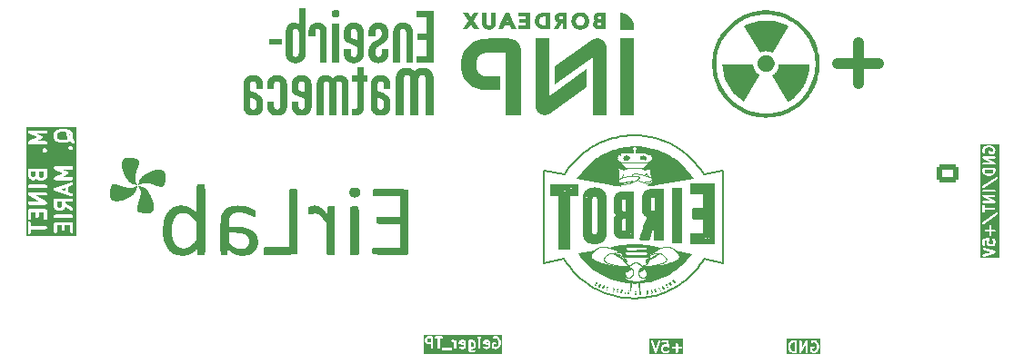
<source format=gbr>
%TF.GenerationSoftware,KiCad,Pcbnew,9.0.5*%
%TF.CreationDate,2025-12-22T18:40:51+01:00*%
%TF.ProjectId,Carte__lectronique,43617274-655f-4e96-9c65-6374726f6e69,rev?*%
%TF.SameCoordinates,Original*%
%TF.FileFunction,Legend,Bot*%
%TF.FilePolarity,Positive*%
%FSLAX46Y46*%
G04 Gerber Fmt 4.6, Leading zero omitted, Abs format (unit mm)*
G04 Created by KiCad (PCBNEW 9.0.5) date 2025-12-22 18:40:51*
%MOMM*%
%LPD*%
G01*
G04 APERTURE LIST*
G04 Aperture macros list*
%AMRoundRect*
0 Rectangle with rounded corners*
0 $1 Rounding radius*
0 $2 $3 $4 $5 $6 $7 $8 $9 X,Y pos of 4 corners*
0 Add a 4 corners polygon primitive as box body*
4,1,4,$2,$3,$4,$5,$6,$7,$8,$9,$2,$3,0*
0 Add four circle primitives for the rounded corners*
1,1,$1+$1,$2,$3*
1,1,$1+$1,$4,$5*
1,1,$1+$1,$6,$7*
1,1,$1+$1,$8,$9*
0 Add four rect primitives between the rounded corners*
20,1,$1+$1,$2,$3,$4,$5,0*
20,1,$1+$1,$4,$5,$6,$7,0*
20,1,$1+$1,$6,$7,$8,$9,0*
20,1,$1+$1,$8,$9,$2,$3,0*%
G04 Aperture macros list end*
%ADD10C,0.000000*%
%ADD11C,0.211666*%
%ADD12C,0.100000*%
%ADD13C,0.026458*%
%ADD14C,0.052916*%
%ADD15C,0.300000*%
%ADD16C,0.200000*%
%ADD17C,1.000000*%
%ADD18C,1.500000*%
%ADD19C,4.000000*%
%ADD20RoundRect,0.250000X-0.725000X0.600000X-0.725000X-0.600000X0.725000X-0.600000X0.725000X0.600000X0*%
%ADD21O,1.950000X1.700000*%
%ADD22C,2.400000*%
%ADD23C,0.900000*%
G04 APERTURE END LIST*
D10*
G36*
X72641513Y-81610926D02*
G01*
X76140147Y-79080936D01*
X76140147Y-80752748D01*
X76139552Y-80752751D01*
X72699714Y-83237607D01*
X72699714Y-83236420D01*
X72673938Y-83251714D01*
X72647624Y-83266179D01*
X72620790Y-83279792D01*
X72593454Y-83292533D01*
X72565634Y-83304380D01*
X72537348Y-83315311D01*
X72508616Y-83325304D01*
X72479454Y-83334337D01*
X72449882Y-83342389D01*
X72419917Y-83349438D01*
X72389579Y-83355462D01*
X72358884Y-83360439D01*
X72327852Y-83364349D01*
X72296501Y-83367168D01*
X72264849Y-83368875D01*
X72232914Y-83369449D01*
X72187040Y-83368289D01*
X72141768Y-83364847D01*
X72097154Y-83359178D01*
X72053255Y-83351339D01*
X72010126Y-83341385D01*
X71967824Y-83329373D01*
X71926403Y-83315359D01*
X71885922Y-83299398D01*
X71846434Y-83281546D01*
X71807997Y-83261861D01*
X71770666Y-83240396D01*
X71734498Y-83217210D01*
X71699548Y-83192357D01*
X71665873Y-83165893D01*
X71633527Y-83137875D01*
X71602569Y-83108359D01*
X71573052Y-83077400D01*
X71545034Y-83045055D01*
X71518571Y-83011380D01*
X71493718Y-82976430D01*
X71470531Y-82940262D01*
X71449067Y-82902931D01*
X71429381Y-82864494D01*
X71411529Y-82825007D01*
X71395568Y-82784525D01*
X71381554Y-82743105D01*
X71369541Y-82700803D01*
X71359588Y-82657674D01*
X71351748Y-82613775D01*
X71346080Y-82569162D01*
X71342637Y-82523890D01*
X71341477Y-82478016D01*
X71341477Y-76223709D01*
X72641513Y-76223709D01*
X72641513Y-81610926D01*
G37*
G36*
X84380517Y-98943333D02*
G01*
X84381945Y-98944852D01*
X84383256Y-98946429D01*
X84384459Y-98948060D01*
X84385561Y-98949741D01*
X84386570Y-98951469D01*
X84387493Y-98953240D01*
X84388339Y-98955049D01*
X84389116Y-98956893D01*
X84389830Y-98958768D01*
X84390490Y-98960670D01*
X84391104Y-98962596D01*
X84391679Y-98964541D01*
X84392744Y-98968473D01*
X84393746Y-98972437D01*
X84394211Y-98974421D01*
X84394614Y-98976406D01*
X84394956Y-98978390D01*
X84395235Y-98980375D01*
X84395452Y-98982359D01*
X84395607Y-98984344D01*
X84395700Y-98986328D01*
X84395731Y-98988312D01*
X84395700Y-98990297D01*
X84395607Y-98992281D01*
X84395452Y-98994265D01*
X84395235Y-98996250D01*
X84394956Y-98998234D01*
X84394614Y-99000218D01*
X84394211Y-99002203D01*
X84393746Y-99004187D01*
X84393685Y-99006171D01*
X84393508Y-99008150D01*
X84393223Y-99010122D01*
X84392837Y-99012083D01*
X84392357Y-99014028D01*
X84391793Y-99015953D01*
X84391151Y-99017856D01*
X84390439Y-99019731D01*
X84389665Y-99021575D01*
X84388837Y-99023384D01*
X84387963Y-99025155D01*
X84387049Y-99026883D01*
X84386105Y-99028564D01*
X84385137Y-99030195D01*
X84384154Y-99031772D01*
X84383163Y-99033290D01*
X84382141Y-99035215D01*
X84381060Y-99037027D01*
X84379925Y-99038738D01*
X84378740Y-99040360D01*
X84377508Y-99041905D01*
X84376234Y-99043384D01*
X84374920Y-99044808D01*
X84373572Y-99046190D01*
X84361997Y-99057105D01*
X84360478Y-99058532D01*
X84358901Y-99059843D01*
X84357270Y-99061046D01*
X84355589Y-99062148D01*
X84353861Y-99063156D01*
X84352090Y-99064080D01*
X84350281Y-99064926D01*
X84348437Y-99065703D01*
X84346561Y-99066417D01*
X84344659Y-99067077D01*
X84342733Y-99067691D01*
X84340789Y-99068266D01*
X84336856Y-99069330D01*
X84332893Y-99070332D01*
X84330908Y-99070797D01*
X84328923Y-99071201D01*
X84326939Y-99071542D01*
X84324955Y-99071821D01*
X84322970Y-99072038D01*
X84320986Y-99072193D01*
X84319001Y-99072286D01*
X84317017Y-99072317D01*
X84315032Y-99072286D01*
X84313048Y-99072193D01*
X84311064Y-99072038D01*
X84309079Y-99071821D01*
X84307095Y-99071542D01*
X84305111Y-99071201D01*
X84303126Y-99070797D01*
X84301142Y-99070332D01*
X84299158Y-99070272D01*
X84297178Y-99070095D01*
X84295206Y-99069809D01*
X84293246Y-99069423D01*
X84291301Y-99068944D01*
X84289375Y-99068379D01*
X84287473Y-99067737D01*
X84285598Y-99067025D01*
X84283753Y-99066251D01*
X84281944Y-99065423D01*
X84280174Y-99064548D01*
X84278446Y-99063635D01*
X84276764Y-99062691D01*
X84275133Y-99061723D01*
X84273556Y-99060740D01*
X84272038Y-99059749D01*
X84270550Y-99058289D01*
X84269061Y-99056880D01*
X84266085Y-99054167D01*
X84260132Y-99048834D01*
X84257155Y-99046028D01*
X84255667Y-99044550D01*
X84254178Y-99043005D01*
X84252690Y-99041383D01*
X84251202Y-99039672D01*
X84249714Y-99037860D01*
X84248225Y-99035936D01*
X84086829Y-98813686D01*
X84129163Y-98784581D01*
X84282621Y-99004186D01*
X84284109Y-99006109D01*
X84285597Y-99007912D01*
X84287086Y-99009598D01*
X84288574Y-99011172D01*
X84290062Y-99012638D01*
X84291551Y-99013999D01*
X84293039Y-99015260D01*
X84294527Y-99016423D01*
X84296015Y-99017494D01*
X84297504Y-99018475D01*
X84298992Y-99019371D01*
X84300480Y-99020185D01*
X84301969Y-99020922D01*
X84303457Y-99021586D01*
X84304945Y-99022179D01*
X84306433Y-99022707D01*
X84307922Y-99023141D01*
X84309410Y-99023456D01*
X84310898Y-99023654D01*
X84312386Y-99023740D01*
X84313875Y-99023718D01*
X84315363Y-99023590D01*
X84316851Y-99023362D01*
X84318339Y-99023037D01*
X84319828Y-99022619D01*
X84321316Y-99022112D01*
X84322804Y-99021520D01*
X84324292Y-99020846D01*
X84325781Y-99020095D01*
X84327269Y-99019270D01*
X84328757Y-99018375D01*
X84330245Y-99017415D01*
X84331673Y-99016421D01*
X84332984Y-99015420D01*
X84334187Y-99014404D01*
X84335289Y-99013364D01*
X84336298Y-99012293D01*
X84337222Y-99011183D01*
X84338068Y-99010027D01*
X84338844Y-99008816D01*
X84339559Y-99007544D01*
X84340219Y-99006202D01*
X84340833Y-99004782D01*
X84341408Y-99003277D01*
X84341951Y-99001678D01*
X84342472Y-98999979D01*
X84342977Y-98998172D01*
X84343475Y-98996248D01*
X84343909Y-98994293D01*
X84344219Y-98992393D01*
X84344405Y-98990540D01*
X84344467Y-98988725D01*
X84344405Y-98986941D01*
X84344219Y-98985180D01*
X84343909Y-98983434D01*
X84343475Y-98981697D01*
X84342917Y-98979959D01*
X84342235Y-98978214D01*
X84341429Y-98976453D01*
X84340498Y-98974669D01*
X84339444Y-98972854D01*
X84338266Y-98971000D01*
X84336964Y-98969099D01*
X84335538Y-98967145D01*
X84182080Y-98747540D01*
X84224413Y-98718437D01*
X84380517Y-98943333D01*
G37*
G36*
X84092121Y-99237018D02*
G01*
X84049787Y-99263477D01*
X83938662Y-99083560D01*
X83983641Y-99305811D01*
X83943954Y-99329625D01*
X83758745Y-99027998D01*
X83801079Y-99001541D01*
X83912204Y-99181456D01*
X83864580Y-98959206D01*
X83906913Y-98932748D01*
X84092121Y-99237018D01*
G37*
G36*
X49944635Y-77647869D02*
G01*
X49943612Y-77698104D01*
X49940543Y-77747033D01*
X49935428Y-77794657D01*
X49928266Y-77840978D01*
X49919059Y-77885997D01*
X49907805Y-77929716D01*
X49894505Y-77972138D01*
X49879159Y-78013263D01*
X49861767Y-78053094D01*
X49842328Y-78091632D01*
X49820844Y-78128878D01*
X49797313Y-78164836D01*
X49771736Y-78199506D01*
X49744113Y-78232890D01*
X49714443Y-78264990D01*
X49682728Y-78295808D01*
X49649453Y-78325039D01*
X49615106Y-78352378D01*
X49579685Y-78377825D01*
X49543190Y-78401382D01*
X49505620Y-78423050D01*
X49466973Y-78442828D01*
X49427250Y-78460719D01*
X49386448Y-78476723D01*
X49344568Y-78490841D01*
X49301608Y-78503074D01*
X49257567Y-78513422D01*
X49212445Y-78521887D01*
X49166241Y-78528469D01*
X49118954Y-78533170D01*
X49070583Y-78535990D01*
X49021128Y-78536929D01*
X48971679Y-78535990D01*
X48923330Y-78533170D01*
X48876084Y-78528469D01*
X48829939Y-78521887D01*
X48784898Y-78513422D01*
X48740961Y-78503074D01*
X48698128Y-78490841D01*
X48656402Y-78476723D01*
X48615782Y-78460719D01*
X48576269Y-78442828D01*
X48537865Y-78423050D01*
X48500570Y-78401382D01*
X48464385Y-78377825D01*
X48429311Y-78352378D01*
X48395349Y-78325039D01*
X48362499Y-78295808D01*
X48331216Y-78264990D01*
X48301951Y-78232890D01*
X48274704Y-78199506D01*
X48249475Y-78164836D01*
X48226265Y-78128878D01*
X48205073Y-78091632D01*
X48185899Y-78053094D01*
X48168743Y-78013263D01*
X48153606Y-77972138D01*
X48140486Y-77929716D01*
X48129386Y-77885997D01*
X48120303Y-77840978D01*
X48113239Y-77794657D01*
X48108193Y-77747033D01*
X48105166Y-77698104D01*
X48104156Y-77647869D01*
X48104156Y-75634567D01*
X48104166Y-75633970D01*
X48737839Y-75633970D01*
X48737839Y-77647273D01*
X48738138Y-77664324D01*
X48739035Y-77680960D01*
X48740528Y-77697182D01*
X48742618Y-77712991D01*
X48745303Y-77728389D01*
X48748582Y-77743379D01*
X48752454Y-77757961D01*
X48756919Y-77772139D01*
X48761975Y-77785912D01*
X48767622Y-77799284D01*
X48773859Y-77812255D01*
X48780685Y-77824828D01*
X48788099Y-77837004D01*
X48796101Y-77848786D01*
X48804688Y-77860174D01*
X48813862Y-77871170D01*
X48823542Y-77881631D01*
X48833655Y-77891410D01*
X48844199Y-77900509D01*
X48855174Y-77908929D01*
X48866581Y-77916670D01*
X48878419Y-77923733D01*
X48890689Y-77930120D01*
X48903391Y-77935831D01*
X48916524Y-77940866D01*
X48930088Y-77945227D01*
X48944084Y-77948915D01*
X48958512Y-77951931D01*
X48973371Y-77954275D01*
X48988661Y-77955948D01*
X49004383Y-77956951D01*
X49020536Y-77957285D01*
X49036703Y-77956951D01*
X49052466Y-77955948D01*
X49067826Y-77954275D01*
X49082782Y-77951931D01*
X49097334Y-77948915D01*
X49111483Y-77945227D01*
X49125228Y-77940866D01*
X49138569Y-77935831D01*
X49151507Y-77930120D01*
X49164042Y-77923733D01*
X49176172Y-77916670D01*
X49187899Y-77908929D01*
X49199223Y-77900509D01*
X49210143Y-77891410D01*
X49220659Y-77881631D01*
X49230772Y-77871170D01*
X49240272Y-77860272D01*
X49249171Y-77848956D01*
X49257469Y-77837225D01*
X49265162Y-77825079D01*
X49272251Y-77812518D01*
X49278732Y-77799545D01*
X49284604Y-77786159D01*
X49289865Y-77772362D01*
X49294514Y-77758154D01*
X49298549Y-77743536D01*
X49301967Y-77728509D01*
X49304768Y-77713074D01*
X49306950Y-77697233D01*
X49308510Y-77680984D01*
X49309448Y-77664331D01*
X49309761Y-77647273D01*
X49309761Y-75633970D01*
X49309455Y-75617016D01*
X49308535Y-75600453D01*
X49307001Y-75584282D01*
X49304852Y-75568503D01*
X49302087Y-75553117D01*
X49298705Y-75538125D01*
X49294706Y-75523528D01*
X49290088Y-75509327D01*
X49284850Y-75495523D01*
X49278992Y-75482116D01*
X49272514Y-75469107D01*
X49265413Y-75456498D01*
X49257689Y-75444289D01*
X49249342Y-75432481D01*
X49240369Y-75421075D01*
X49230772Y-75410072D01*
X49220660Y-75399611D01*
X49210144Y-75389832D01*
X49199225Y-75380733D01*
X49187902Y-75372313D01*
X49176175Y-75364572D01*
X49164044Y-75357509D01*
X49151510Y-75351122D01*
X49138572Y-75345412D01*
X49125230Y-75340376D01*
X49111484Y-75336015D01*
X49097335Y-75332327D01*
X49082783Y-75329311D01*
X49067826Y-75326967D01*
X49052467Y-75325294D01*
X49036703Y-75324291D01*
X49020536Y-75323957D01*
X49004383Y-75324291D01*
X48988661Y-75325294D01*
X48973371Y-75326967D01*
X48958512Y-75329311D01*
X48944084Y-75332327D01*
X48930088Y-75336015D01*
X48916524Y-75340376D01*
X48903391Y-75345412D01*
X48890689Y-75351122D01*
X48878419Y-75357509D01*
X48866581Y-75364572D01*
X48855174Y-75372313D01*
X48844199Y-75380733D01*
X48833655Y-75389832D01*
X48823542Y-75399611D01*
X48813862Y-75410072D01*
X48804688Y-75421075D01*
X48796101Y-75432481D01*
X48788099Y-75444289D01*
X48780685Y-75456498D01*
X48773859Y-75469107D01*
X48767622Y-75482115D01*
X48761975Y-75495522D01*
X48756919Y-75509326D01*
X48752454Y-75523527D01*
X48748582Y-75538124D01*
X48745303Y-75553116D01*
X48742618Y-75568502D01*
X48740528Y-75584281D01*
X48739035Y-75600453D01*
X48738138Y-75617016D01*
X48737839Y-75633970D01*
X48104166Y-75633970D01*
X48105013Y-75584429D01*
X48107583Y-75535573D01*
X48111869Y-75487999D01*
X48117872Y-75441708D01*
X48125594Y-75396702D01*
X48135037Y-75352980D01*
X48146203Y-75310544D01*
X48159093Y-75269395D01*
X48173709Y-75229533D01*
X48190052Y-75190960D01*
X48208125Y-75153676D01*
X48227930Y-75117683D01*
X48249467Y-75082980D01*
X48272739Y-75049569D01*
X48297747Y-75017451D01*
X48324493Y-74986626D01*
X48352380Y-74957396D01*
X48381031Y-74930057D01*
X48410446Y-74904610D01*
X48440625Y-74881053D01*
X48471566Y-74859386D01*
X48503268Y-74839607D01*
X48535730Y-74821716D01*
X48568952Y-74805712D01*
X48602933Y-74791594D01*
X48637671Y-74779362D01*
X48673166Y-74769013D01*
X48709418Y-74760548D01*
X48746424Y-74753966D01*
X48784185Y-74749266D01*
X48822699Y-74746446D01*
X48861965Y-74745506D01*
X48901719Y-74746446D01*
X48921011Y-74747621D01*
X48939913Y-74749266D01*
X48958425Y-74751381D01*
X48976547Y-74753966D01*
X48994278Y-74757022D01*
X49011619Y-74760548D01*
X49028568Y-74764545D01*
X49045128Y-74769013D01*
X49061296Y-74773952D01*
X49077073Y-74779362D01*
X49092460Y-74785242D01*
X49107455Y-74791594D01*
X49122059Y-74798417D01*
X49136271Y-74805712D01*
X49150092Y-74813478D01*
X49163522Y-74821716D01*
X49176559Y-74830426D01*
X49189205Y-74839607D01*
X49201459Y-74849260D01*
X49213321Y-74859386D01*
X49224791Y-74869983D01*
X49235869Y-74881053D01*
X49246554Y-74892595D01*
X49256847Y-74904610D01*
X49266747Y-74917097D01*
X49276255Y-74930057D01*
X49285369Y-74943490D01*
X49294091Y-74957396D01*
X49302420Y-74971774D01*
X49310356Y-74986626D01*
X49310356Y-73435374D01*
X49944635Y-73435374D01*
X49944635Y-75633970D01*
X49944635Y-77647869D01*
G37*
G36*
X79302690Y-73836749D02*
G01*
X79368385Y-73841743D01*
X79433124Y-73849968D01*
X79496827Y-73861342D01*
X79559411Y-73875784D01*
X79620795Y-73893213D01*
X79680899Y-73913547D01*
X79739640Y-73936706D01*
X79796939Y-73962607D01*
X79852712Y-73991170D01*
X79906880Y-74022314D01*
X79959362Y-74055956D01*
X80010075Y-74092017D01*
X80058938Y-74130415D01*
X80105871Y-74171069D01*
X80150792Y-74213896D01*
X80193620Y-74258817D01*
X80234273Y-74305750D01*
X80272671Y-74354613D01*
X80308732Y-74405326D01*
X80342375Y-74457807D01*
X80373519Y-74511975D01*
X80402082Y-74567749D01*
X80427983Y-74625048D01*
X80451141Y-74683789D01*
X80471476Y-74743893D01*
X80488904Y-74805277D01*
X80503346Y-74867861D01*
X80514720Y-74931563D01*
X80522945Y-74996303D01*
X80527940Y-75061998D01*
X80529623Y-75128568D01*
X80529623Y-75397009D01*
X79236120Y-75397009D01*
X79236120Y-73835066D01*
X79302690Y-73836749D01*
G37*
G36*
X40605602Y-94740011D02*
G01*
X40603179Y-95301162D01*
X40599341Y-95719515D01*
X40593828Y-96014736D01*
X40590363Y-96122318D01*
X40586384Y-96206492D01*
X40581857Y-96269716D01*
X40576751Y-96314448D01*
X40571032Y-96343147D01*
X40567934Y-96352252D01*
X40564670Y-96358270D01*
X40558701Y-96365038D01*
X40550948Y-96371541D01*
X40541513Y-96377771D01*
X40530498Y-96383719D01*
X40504138Y-96394739D01*
X40472683Y-96404537D01*
X40436949Y-96413049D01*
X40397751Y-96420210D01*
X40355905Y-96425955D01*
X40312227Y-96430220D01*
X40267532Y-96432941D01*
X40222637Y-96434053D01*
X40178356Y-96433491D01*
X40135507Y-96431192D01*
X40094903Y-96427090D01*
X40057362Y-96421121D01*
X40023699Y-96413221D01*
X39994729Y-96403325D01*
X39903486Y-96365532D01*
X39903486Y-96072196D01*
X39903486Y-95778860D01*
X39773447Y-95903408D01*
X39714697Y-95958684D01*
X39657129Y-96010819D01*
X39600638Y-96059878D01*
X39545120Y-96105928D01*
X39490470Y-96149037D01*
X39436583Y-96189269D01*
X39383356Y-96226693D01*
X39330682Y-96261374D01*
X39278459Y-96293379D01*
X39226580Y-96322774D01*
X39174942Y-96349626D01*
X39123439Y-96374002D01*
X39071968Y-96395967D01*
X39020423Y-96415589D01*
X38968700Y-96432934D01*
X38916694Y-96448069D01*
X38916694Y-96448070D01*
X38879704Y-96456799D01*
X38836062Y-96465022D01*
X38787375Y-96472552D01*
X38735252Y-96479205D01*
X38681301Y-96484795D01*
X38627131Y-96489137D01*
X38574349Y-96492045D01*
X38524565Y-96493334D01*
X38421735Y-96491941D01*
X38321554Y-96485970D01*
X38224046Y-96475451D01*
X38129238Y-96460412D01*
X38037153Y-96440883D01*
X37947817Y-96416892D01*
X37861255Y-96388470D01*
X37777492Y-96355645D01*
X37696552Y-96318446D01*
X37618461Y-96276904D01*
X37543242Y-96231045D01*
X37470923Y-96180901D01*
X37401526Y-96126501D01*
X37335078Y-96067872D01*
X37271603Y-96005045D01*
X37211126Y-95938049D01*
X37153671Y-95866913D01*
X37099265Y-95791666D01*
X37047931Y-95712338D01*
X36999695Y-95628957D01*
X36954582Y-95541552D01*
X36912616Y-95450154D01*
X36873823Y-95354791D01*
X36838227Y-95255492D01*
X36776726Y-95045203D01*
X36728315Y-94819522D01*
X36693191Y-94578682D01*
X36671555Y-94322917D01*
X36666807Y-94206441D01*
X36666301Y-94157917D01*
X37492590Y-94157917D01*
X37493359Y-94234501D01*
X37495896Y-94309970D01*
X37500178Y-94384263D01*
X37506179Y-94457321D01*
X37513877Y-94529083D01*
X37523247Y-94599490D01*
X37534265Y-94668480D01*
X37546906Y-94735995D01*
X37561148Y-94801973D01*
X37576965Y-94866355D01*
X37594334Y-94929081D01*
X37613230Y-94990091D01*
X37633630Y-95049324D01*
X37655510Y-95106720D01*
X37678845Y-95162220D01*
X37703611Y-95215764D01*
X37729784Y-95267290D01*
X37757341Y-95316739D01*
X37786257Y-95364051D01*
X37816508Y-95409167D01*
X37848069Y-95452024D01*
X37880918Y-95492565D01*
X37915030Y-95530728D01*
X37950380Y-95566454D01*
X37986945Y-95599682D01*
X38024701Y-95630352D01*
X38063623Y-95658404D01*
X38103688Y-95683779D01*
X38144871Y-95706415D01*
X38187148Y-95726254D01*
X38256185Y-95753297D01*
X38325213Y-95775023D01*
X38394234Y-95791433D01*
X38463248Y-95802526D01*
X38532259Y-95808302D01*
X38601266Y-95808760D01*
X38670273Y-95803901D01*
X38739280Y-95793723D01*
X38808289Y-95778227D01*
X38877301Y-95757412D01*
X38946318Y-95731278D01*
X39015342Y-95699825D01*
X39084375Y-95663053D01*
X39153417Y-95620961D01*
X39222470Y-95573548D01*
X39291536Y-95520815D01*
X39347254Y-95476038D01*
X39391255Y-95439990D01*
X39427887Y-95408469D01*
X39444798Y-95393093D01*
X39461496Y-95377272D01*
X39478525Y-95360482D01*
X39496428Y-95342197D01*
X39537030Y-95299041D01*
X39587648Y-95243601D01*
X39652629Y-95171676D01*
X39811694Y-94995416D01*
X39811694Y-94151321D01*
X39811694Y-93307225D01*
X39513369Y-93009527D01*
X39441276Y-92938833D01*
X39372893Y-92874488D01*
X39307752Y-92816244D01*
X39245383Y-92763860D01*
X39185318Y-92717088D01*
X39127086Y-92675686D01*
X39070220Y-92639408D01*
X39014250Y-92608009D01*
X38958706Y-92581245D01*
X38903121Y-92558871D01*
X38847023Y-92540642D01*
X38789946Y-92526315D01*
X38731418Y-92515643D01*
X38670972Y-92508382D01*
X38608138Y-92504289D01*
X38542446Y-92503117D01*
X38488215Y-92504136D01*
X38436700Y-92506905D01*
X38387702Y-92511507D01*
X38341020Y-92518027D01*
X38296455Y-92526547D01*
X38253806Y-92537152D01*
X38212873Y-92549925D01*
X38173457Y-92564949D01*
X38135358Y-92582307D01*
X38098374Y-92602085D01*
X38062307Y-92624364D01*
X38026956Y-92649230D01*
X37992121Y-92676764D01*
X37957602Y-92707052D01*
X37923200Y-92740175D01*
X37888713Y-92776219D01*
X37844190Y-92827384D01*
X37802573Y-92881191D01*
X37763813Y-92937800D01*
X37727857Y-92997371D01*
X37694654Y-93060065D01*
X37664153Y-93126041D01*
X37636302Y-93195461D01*
X37611051Y-93268485D01*
X37588347Y-93345272D01*
X37568140Y-93425984D01*
X37550379Y-93510780D01*
X37535011Y-93599821D01*
X37521986Y-93693268D01*
X37511252Y-93791280D01*
X37502758Y-93894018D01*
X37496453Y-94001642D01*
X37493613Y-94080277D01*
X37492590Y-94157917D01*
X36666301Y-94157917D01*
X36665585Y-94089351D01*
X36667812Y-93972076D01*
X36673410Y-93855044D01*
X36682304Y-93738687D01*
X36694417Y-93623432D01*
X36709670Y-93509711D01*
X36727988Y-93397951D01*
X36749293Y-93288583D01*
X36773509Y-93182036D01*
X36800557Y-93078740D01*
X36830363Y-92979124D01*
X36862848Y-92883617D01*
X36897935Y-92792650D01*
X36935549Y-92706651D01*
X36975610Y-92626051D01*
X37016187Y-92554915D01*
X37061313Y-92485645D01*
X37110682Y-92418473D01*
X37163989Y-92353635D01*
X37220927Y-92291364D01*
X37281190Y-92231894D01*
X37344472Y-92175461D01*
X37410468Y-92122297D01*
X37478870Y-92072637D01*
X37549373Y-92026716D01*
X37621671Y-91984767D01*
X37695459Y-91947024D01*
X37770429Y-91913722D01*
X37846275Y-91885095D01*
X37922693Y-91861377D01*
X37999375Y-91842802D01*
X38052737Y-91833235D01*
X38110200Y-91825714D01*
X38171096Y-91820195D01*
X38234755Y-91816631D01*
X38300507Y-91814976D01*
X38367683Y-91815184D01*
X38435614Y-91817208D01*
X38503631Y-91821003D01*
X38571064Y-91826523D01*
X38637243Y-91833722D01*
X38701500Y-91842554D01*
X38763164Y-91852972D01*
X38821568Y-91864930D01*
X38876040Y-91878384D01*
X38925912Y-91893285D01*
X38970515Y-91909590D01*
X39010495Y-91926546D01*
X39051370Y-91945212D01*
X39092995Y-91965497D01*
X39135226Y-91987308D01*
X39177917Y-92010553D01*
X39220926Y-92035140D01*
X39264108Y-92060976D01*
X39307317Y-92087970D01*
X39350410Y-92116030D01*
X39393243Y-92145063D01*
X39435671Y-92174977D01*
X39477549Y-92205681D01*
X39518733Y-92237081D01*
X39559080Y-92269087D01*
X39598443Y-92301606D01*
X39636680Y-92334545D01*
X39664875Y-92359036D01*
X39691900Y-92381884D01*
X39717110Y-92402588D01*
X39739862Y-92420650D01*
X39759515Y-92435568D01*
X39767977Y-92441693D01*
X39775424Y-92446843D01*
X39781773Y-92450958D01*
X39786946Y-92453975D01*
X39790862Y-92455831D01*
X39792323Y-92456304D01*
X39793440Y-92456464D01*
X39797107Y-92430311D01*
X39800527Y-92355357D01*
X39806331Y-92080066D01*
X39810253Y-91672636D01*
X39811693Y-91175111D01*
X39812127Y-90836062D01*
X39813523Y-90556626D01*
X39816020Y-90331989D01*
X39819759Y-90157336D01*
X39822139Y-90087249D01*
X39824881Y-90027852D01*
X39828004Y-89978545D01*
X39831525Y-89938725D01*
X39835461Y-89907790D01*
X39839831Y-89885138D01*
X39842184Y-89876730D01*
X39844652Y-89870168D01*
X39847236Y-89865375D01*
X39849940Y-89862278D01*
X39861083Y-89854352D01*
X39874461Y-89846991D01*
X39889922Y-89840194D01*
X39907315Y-89833957D01*
X39947286Y-89823151D01*
X39993158Y-89814552D01*
X40043716Y-89808137D01*
X40097743Y-89803885D01*
X40154024Y-89801772D01*
X40211343Y-89801777D01*
X40268484Y-89803876D01*
X40324231Y-89808049D01*
X40377368Y-89814271D01*
X40426680Y-89822522D01*
X40470950Y-89832778D01*
X40508962Y-89845017D01*
X40525242Y-89851874D01*
X40539502Y-89859217D01*
X40551589Y-89867046D01*
X40561353Y-89875356D01*
X40574862Y-89911326D01*
X40585475Y-90004964D01*
X40599362Y-90460446D01*
X40605714Y-91432207D01*
X40607231Y-93110649D01*
X40607035Y-93307225D01*
X40605602Y-94740011D01*
G37*
G36*
X84472439Y-87565484D02*
G01*
X84784784Y-87813647D01*
X84862595Y-87883749D01*
X85080836Y-88080367D01*
X85359710Y-88364761D01*
X85620524Y-88665944D01*
X85862393Y-88983033D01*
X86084433Y-89315144D01*
X82509913Y-89939561D01*
X82329293Y-89969823D01*
X82148426Y-89997108D01*
X81967062Y-90021417D01*
X81784954Y-90042749D01*
X81796608Y-90009882D01*
X81807734Y-89976768D01*
X81818302Y-89943406D01*
X81828280Y-89909795D01*
X81837639Y-89875937D01*
X81846347Y-89841831D01*
X81854372Y-89807476D01*
X81861684Y-89772874D01*
X81887474Y-89775668D01*
X81911795Y-89777619D01*
X81934699Y-89778750D01*
X81956236Y-89779085D01*
X81976458Y-89778649D01*
X81995414Y-89777467D01*
X82013156Y-89775561D01*
X82029736Y-89772956D01*
X82045202Y-89769678D01*
X82059608Y-89765749D01*
X82073003Y-89761194D01*
X82085438Y-89756038D01*
X82096964Y-89750304D01*
X82107632Y-89744016D01*
X82117493Y-89737200D01*
X82126598Y-89729879D01*
X82134997Y-89722077D01*
X82142742Y-89713819D01*
X82149884Y-89705129D01*
X82156472Y-89696031D01*
X82168194Y-89676708D01*
X82178316Y-89656044D01*
X82187244Y-89634232D01*
X82195385Y-89611468D01*
X82210934Y-89563853D01*
X82223610Y-89523861D01*
X82229392Y-89504316D01*
X82234457Y-89485015D01*
X82238545Y-89465917D01*
X82241397Y-89446976D01*
X82242278Y-89437553D01*
X82242753Y-89428153D01*
X82242789Y-89418771D01*
X82242353Y-89409402D01*
X82241414Y-89400042D01*
X82239938Y-89390683D01*
X82237894Y-89381322D01*
X82235248Y-89371953D01*
X82231968Y-89362570D01*
X82228023Y-89353168D01*
X82223379Y-89343741D01*
X82218003Y-89334286D01*
X82211865Y-89324795D01*
X82204930Y-89315264D01*
X82197167Y-89305688D01*
X82188542Y-89296061D01*
X82179025Y-89286377D01*
X82168582Y-89276632D01*
X82157180Y-89266820D01*
X82144788Y-89256936D01*
X82092533Y-89047130D01*
X82040278Y-88828642D01*
X82018491Y-88732033D01*
X82001913Y-88652322D01*
X81992281Y-88595866D01*
X81990612Y-88578344D01*
X81991330Y-88569020D01*
X82041601Y-88412916D01*
X81483330Y-88524041D01*
X81499205Y-88547853D01*
X81449456Y-88519089D01*
X81397511Y-88493236D01*
X81343464Y-88470166D01*
X81287414Y-88449750D01*
X81229457Y-88431862D01*
X81169690Y-88416373D01*
X81108210Y-88403154D01*
X81045114Y-88392079D01*
X80980498Y-88383020D01*
X80914460Y-88375848D01*
X80847097Y-88370435D01*
X80778505Y-88366655D01*
X80708781Y-88364378D01*
X80638022Y-88363477D01*
X80493788Y-88365290D01*
X80371682Y-88370608D01*
X80253638Y-88379057D01*
X80139996Y-88391289D01*
X80084933Y-88399027D01*
X80031098Y-88407955D01*
X79978535Y-88418154D01*
X79927285Y-88429705D01*
X79877392Y-88442691D01*
X79828899Y-88457192D01*
X79781847Y-88473290D01*
X79736279Y-88491066D01*
X79692238Y-88510602D01*
X79649768Y-88531978D01*
X79655059Y-88524041D01*
X79099435Y-88412916D01*
X79147059Y-88558437D01*
X79149733Y-88569353D01*
X79151834Y-88590455D01*
X79154501Y-88658813D01*
X79155431Y-88754704D01*
X79154997Y-88869322D01*
X79151524Y-89119518D01*
X79147059Y-89338957D01*
X79135125Y-89347639D01*
X79124106Y-89356324D01*
X79113973Y-89365015D01*
X79104695Y-89373715D01*
X79096243Y-89382426D01*
X79088586Y-89391152D01*
X79081695Y-89399895D01*
X79075539Y-89408658D01*
X79070089Y-89417445D01*
X79065314Y-89426258D01*
X79061184Y-89435100D01*
X79057670Y-89443974D01*
X79054740Y-89452883D01*
X79052366Y-89461830D01*
X79050517Y-89470817D01*
X79049164Y-89479848D01*
X79048275Y-89488925D01*
X79047821Y-89498052D01*
X79047773Y-89507231D01*
X79048099Y-89516466D01*
X79049757Y-89535112D01*
X79052554Y-89554014D01*
X79056250Y-89573195D01*
X79060605Y-89592678D01*
X79070330Y-89632645D01*
X79080087Y-89673686D01*
X79085213Y-89693583D01*
X79090835Y-89712929D01*
X79097202Y-89731625D01*
X79104561Y-89749568D01*
X79113160Y-89766659D01*
X79118002Y-89774853D01*
X79123247Y-89782796D01*
X79128926Y-89790476D01*
X79135070Y-89797879D01*
X79141711Y-89804994D01*
X79148878Y-89811807D01*
X79156604Y-89818307D01*
X79164919Y-89824479D01*
X79173854Y-89830313D01*
X79183440Y-89835795D01*
X79193708Y-89840913D01*
X79204689Y-89845654D01*
X79216415Y-89850005D01*
X79228915Y-89853954D01*
X79242222Y-89857489D01*
X79256366Y-89860596D01*
X79271378Y-89863263D01*
X79287289Y-89865478D01*
X79293485Y-89889285D01*
X79300146Y-89913062D01*
X79307241Y-89936776D01*
X79314739Y-89960397D01*
X79322610Y-89983895D01*
X79330821Y-90007237D01*
X79339342Y-90030393D01*
X79348143Y-90053333D01*
X79133830Y-90029520D01*
X78919518Y-90001739D01*
X78705206Y-89969989D01*
X78490893Y-89934270D01*
X75191538Y-89349540D01*
X75299807Y-89179701D01*
X75413205Y-89013554D01*
X75654941Y-88692784D01*
X75915855Y-88388122D01*
X76195053Y-88100459D01*
X76433308Y-87883749D01*
X79348143Y-87883749D01*
X79808517Y-88267394D01*
X81345747Y-88267394D01*
X81856392Y-87883749D01*
X79348143Y-87883749D01*
X76433308Y-87883749D01*
X76491647Y-87830686D01*
X76804742Y-87579695D01*
X77056956Y-87402207D01*
X79004183Y-87402207D01*
X79005251Y-87432598D01*
X79008385Y-87462151D01*
X79013479Y-87490713D01*
X79020431Y-87518127D01*
X79029133Y-87544239D01*
X79039484Y-87568894D01*
X79051376Y-87591937D01*
X79064707Y-87613212D01*
X79079371Y-87632565D01*
X79095263Y-87649840D01*
X79103637Y-87657651D01*
X79112280Y-87664883D01*
X79121177Y-87671519D01*
X79130315Y-87677539D01*
X79139683Y-87682923D01*
X79149266Y-87687652D01*
X79159051Y-87691707D01*
X79169026Y-87695068D01*
X79179177Y-87697715D01*
X79189492Y-87699631D01*
X79199957Y-87700794D01*
X79210559Y-87701186D01*
X79219455Y-87700909D01*
X79228278Y-87700085D01*
X79237016Y-87698727D01*
X79245657Y-87696845D01*
X79254189Y-87694452D01*
X79262602Y-87691559D01*
X79270882Y-87688177D01*
X79279019Y-87684319D01*
X79287001Y-87679995D01*
X79294817Y-87675219D01*
X79302454Y-87670000D01*
X79309901Y-87664351D01*
X79317147Y-87658284D01*
X79324179Y-87651809D01*
X79330987Y-87644939D01*
X79337558Y-87637686D01*
X79337558Y-87764686D01*
X81845809Y-87764686D01*
X81845809Y-87632394D01*
X81852846Y-87640579D01*
X81860066Y-87648264D01*
X81867464Y-87655445D01*
X81875037Y-87662119D01*
X81882780Y-87668280D01*
X81890690Y-87673927D01*
X81898762Y-87679054D01*
X81906993Y-87683657D01*
X81915380Y-87687734D01*
X81923917Y-87691280D01*
X81932602Y-87694290D01*
X81941431Y-87696763D01*
X81950398Y-87698692D01*
X81959502Y-87700075D01*
X81968737Y-87700908D01*
X81978100Y-87701186D01*
X81988702Y-87700794D01*
X81999167Y-87699631D01*
X82009481Y-87697715D01*
X82019632Y-87695068D01*
X82029607Y-87691707D01*
X82039393Y-87687652D01*
X82048976Y-87682923D01*
X82058343Y-87677539D01*
X82067482Y-87671519D01*
X82076379Y-87664883D01*
X82085021Y-87657651D01*
X82093395Y-87649840D01*
X82101488Y-87641472D01*
X82109287Y-87632565D01*
X82116779Y-87623138D01*
X82123951Y-87613212D01*
X82130790Y-87602805D01*
X82137282Y-87591937D01*
X82143414Y-87580627D01*
X82149174Y-87568894D01*
X82154549Y-87556759D01*
X82159524Y-87544240D01*
X82164088Y-87531356D01*
X82168227Y-87518127D01*
X82171928Y-87504573D01*
X82175179Y-87490713D01*
X82177964Y-87476566D01*
X82180273Y-87462152D01*
X82182092Y-87447489D01*
X82183407Y-87432598D01*
X82184205Y-87417497D01*
X82184474Y-87402207D01*
X82183589Y-87374723D01*
X82180986Y-87347910D01*
X82176748Y-87321880D01*
X82170956Y-87296746D01*
X82163691Y-87272619D01*
X82155035Y-87249612D01*
X82145068Y-87227837D01*
X82133873Y-87207407D01*
X82121531Y-87188435D01*
X82108123Y-87171032D01*
X82093730Y-87155312D01*
X82078435Y-87141386D01*
X82062318Y-87129366D01*
X82045460Y-87119366D01*
X82036779Y-87115159D01*
X82027944Y-87111498D01*
X82018964Y-87108398D01*
X82009850Y-87105874D01*
X81970162Y-86592582D01*
X81930474Y-87111165D01*
X81924553Y-87113273D01*
X81918697Y-87115625D01*
X81912911Y-87118217D01*
X81907199Y-87121046D01*
X81901565Y-87124107D01*
X81896011Y-87127397D01*
X81890543Y-87130911D01*
X81885165Y-87134647D01*
X81879879Y-87138600D01*
X81874690Y-87142765D01*
X81869602Y-87147140D01*
X81864618Y-87151721D01*
X81859743Y-87156503D01*
X81854981Y-87161483D01*
X81850334Y-87166656D01*
X81845808Y-87172019D01*
X81845808Y-86952415D01*
X80665766Y-86952415D01*
X80665766Y-86656082D01*
X80678875Y-86651281D01*
X80691392Y-86645824D01*
X80703281Y-86639740D01*
X80714507Y-86633055D01*
X80725036Y-86625796D01*
X80734831Y-86617991D01*
X80743860Y-86609667D01*
X80752086Y-86600850D01*
X80759475Y-86591569D01*
X80762845Y-86586762D01*
X80765992Y-86581849D01*
X80768913Y-86576833D01*
X80771603Y-86571718D01*
X80774057Y-86566508D01*
X80776271Y-86561204D01*
X80778241Y-86555812D01*
X80779962Y-86550333D01*
X80781431Y-86544773D01*
X80782643Y-86539133D01*
X80783592Y-86533418D01*
X80784276Y-86527631D01*
X80784690Y-86521775D01*
X80784828Y-86515853D01*
X80784575Y-86508204D01*
X80783822Y-86500643D01*
X80782583Y-86493179D01*
X80780870Y-86485824D01*
X80778696Y-86478587D01*
X80776073Y-86471478D01*
X80773014Y-86464507D01*
X80769532Y-86457686D01*
X80765639Y-86451023D01*
X80761348Y-86444530D01*
X80756671Y-86438215D01*
X80751621Y-86432091D01*
X80746211Y-86426165D01*
X80740453Y-86420450D01*
X80734359Y-86414954D01*
X80727943Y-86409689D01*
X80721217Y-86404664D01*
X80714193Y-86399889D01*
X80706885Y-86395375D01*
X80699304Y-86391132D01*
X80691464Y-86387170D01*
X80683376Y-86383499D01*
X80675054Y-86380129D01*
X80666510Y-86377071D01*
X80657757Y-86374334D01*
X80648807Y-86371930D01*
X80639673Y-86369867D01*
X80630368Y-86368157D01*
X80620903Y-86366808D01*
X80611293Y-86365833D01*
X80601548Y-86365240D01*
X80591683Y-86365040D01*
X80581817Y-86365240D01*
X80572073Y-86365833D01*
X80562462Y-86366808D01*
X80552998Y-86368157D01*
X80534558Y-86371930D01*
X80516855Y-86377071D01*
X80499989Y-86383499D01*
X80484061Y-86391132D01*
X80469172Y-86399889D01*
X80455422Y-86409689D01*
X80442913Y-86420450D01*
X80437155Y-86426165D01*
X80431744Y-86432091D01*
X80426694Y-86438215D01*
X80422017Y-86444530D01*
X80417726Y-86451023D01*
X80413833Y-86457686D01*
X80410351Y-86464507D01*
X80407292Y-86471478D01*
X80404669Y-86478587D01*
X80402495Y-86485824D01*
X80400782Y-86493179D01*
X80399543Y-86500643D01*
X80398791Y-86508204D01*
X80398537Y-86515853D01*
X80398699Y-86522030D01*
X80399180Y-86528155D01*
X80399976Y-86534221D01*
X80401079Y-86540224D01*
X80402485Y-86546156D01*
X80404188Y-86552014D01*
X80406181Y-86557789D01*
X80408459Y-86563478D01*
X80411016Y-86569074D01*
X80413846Y-86574570D01*
X80416944Y-86579962D01*
X80420303Y-86585244D01*
X80423918Y-86590409D01*
X80427784Y-86595453D01*
X80431893Y-86600368D01*
X80436240Y-86605150D01*
X80440821Y-86609792D01*
X80445628Y-86614289D01*
X80450655Y-86618634D01*
X80455898Y-86622823D01*
X80461351Y-86626849D01*
X80467006Y-86630706D01*
X80472860Y-86634389D01*
X80478905Y-86637892D01*
X80485136Y-86641209D01*
X80491547Y-86644333D01*
X80498133Y-86647261D01*
X80504888Y-86649984D01*
X80511805Y-86652499D01*
X80518879Y-86654798D01*
X80526104Y-86656876D01*
X80533475Y-86658728D01*
X80533475Y-86952415D01*
X79337558Y-86952415D01*
X79337558Y-87166728D01*
X79332566Y-87161394D01*
X79327512Y-87156305D01*
X79322396Y-87151455D01*
X79317218Y-87146843D01*
X79311978Y-87142462D01*
X79306676Y-87138311D01*
X79301312Y-87134384D01*
X79295886Y-87130678D01*
X79290398Y-87127189D01*
X79284848Y-87123914D01*
X79279236Y-87120847D01*
X79273562Y-87117986D01*
X79267826Y-87115327D01*
X79262028Y-87112865D01*
X79256168Y-87110597D01*
X79250246Y-87108519D01*
X79210559Y-86592582D01*
X79170871Y-87108519D01*
X79162013Y-87111277D01*
X79153302Y-87114579D01*
X79144749Y-87118413D01*
X79136362Y-87122767D01*
X79128148Y-87127626D01*
X79120118Y-87132977D01*
X79112280Y-87138808D01*
X79104642Y-87145106D01*
X79097214Y-87151858D01*
X79090004Y-87159049D01*
X79083020Y-87166668D01*
X79076272Y-87174701D01*
X79069768Y-87183136D01*
X79063517Y-87191958D01*
X79057527Y-87201155D01*
X79051808Y-87210715D01*
X79046368Y-87220623D01*
X79041216Y-87230867D01*
X79036360Y-87241433D01*
X79031810Y-87252309D01*
X79027573Y-87263482D01*
X79023659Y-87274938D01*
X79020076Y-87286664D01*
X79016834Y-87298647D01*
X79013940Y-87310875D01*
X79011404Y-87323334D01*
X79009234Y-87336011D01*
X79007439Y-87348892D01*
X79006028Y-87361966D01*
X79005009Y-87375218D01*
X79004391Y-87388636D01*
X79004183Y-87402207D01*
X77056956Y-87402207D01*
X77133450Y-87348377D01*
X77303379Y-87240374D01*
X77476877Y-87137624D01*
X77653832Y-87040237D01*
X77834133Y-86948326D01*
X78017668Y-86862002D01*
X78204326Y-86781377D01*
X78393996Y-86706561D01*
X78586565Y-86637666D01*
X78781923Y-86574804D01*
X78979958Y-86518085D01*
X79180559Y-86467623D01*
X79383614Y-86423527D01*
X79589013Y-86385909D01*
X79796642Y-86354881D01*
X80006392Y-86330554D01*
X80218150Y-86313040D01*
X80431805Y-86302449D01*
X80647246Y-86298895D01*
X81073926Y-86312886D01*
X81493148Y-86354271D01*
X81904030Y-86422166D01*
X82305688Y-86515688D01*
X82697237Y-86633952D01*
X83077795Y-86776075D01*
X83446478Y-86941173D01*
X83802402Y-87128363D01*
X84144684Y-87336761D01*
X84238466Y-87402207D01*
X84472439Y-87565484D01*
G37*
D11*
X81044244Y-85289217D02*
X81545946Y-85339217D01*
X82037517Y-85421238D01*
X82517892Y-85534207D01*
X82986003Y-85677051D01*
X83440786Y-85848695D01*
X83881175Y-86048066D01*
X84306103Y-86274090D01*
X84714505Y-86525694D01*
X85105315Y-86801804D01*
X85477467Y-87101348D01*
X85829896Y-87423250D01*
X86161535Y-87766437D01*
X86471320Y-88129837D01*
X86758182Y-88512375D01*
X87021059Y-88912978D01*
X88767308Y-88561082D01*
X88777892Y-97183852D01*
X87042225Y-96800207D01*
X86914302Y-97004412D01*
X86780158Y-97204189D01*
X86639930Y-97399402D01*
X86493752Y-97589916D01*
X86341761Y-97775597D01*
X86184092Y-97956311D01*
X86020880Y-98131922D01*
X85852262Y-98302297D01*
X85678372Y-98467299D01*
X85499348Y-98626795D01*
X85315324Y-98780650D01*
X85126435Y-98928729D01*
X84932819Y-99070897D01*
X84734609Y-99207021D01*
X84531943Y-99336964D01*
X84324955Y-99460593D01*
X84113781Y-99577773D01*
X83898557Y-99688368D01*
X83679418Y-99792246D01*
X83456501Y-99889270D01*
X83229941Y-99979306D01*
X82999873Y-100062219D01*
X82766433Y-100137875D01*
X82529757Y-100206139D01*
X82289980Y-100266877D01*
X82047239Y-100319953D01*
X81801668Y-100365233D01*
X81553403Y-100402582D01*
X81302581Y-100431866D01*
X81049336Y-100452950D01*
X80793804Y-100465699D01*
X80536122Y-100469978D01*
X80020490Y-100452768D01*
X79514138Y-100401869D01*
X79018156Y-100318383D01*
X78533639Y-100203411D01*
X78061680Y-100058053D01*
X77603370Y-99883410D01*
X77159805Y-99680582D01*
X76732075Y-99450671D01*
X76321274Y-99194777D01*
X75928496Y-98914001D01*
X75554833Y-98609443D01*
X75201377Y-98282205D01*
X74869223Y-97933386D01*
X74559463Y-97564088D01*
X74273190Y-97175412D01*
X74011496Y-96768457D01*
X72138246Y-97181207D01*
X72135602Y-88561083D01*
X74043247Y-88918269D01*
X74171387Y-88715529D01*
X74305687Y-88517171D01*
X74446013Y-88323330D01*
X74592231Y-88134142D01*
X74901804Y-87770258D01*
X75233334Y-87426598D01*
X75585746Y-87104239D01*
X75769447Y-86951385D01*
X75957967Y-86804259D01*
X76151170Y-86662998D01*
X76348923Y-86527735D01*
X76551091Y-86398605D01*
X76757541Y-86275744D01*
X76968137Y-86159285D01*
X77182746Y-86049363D01*
X77401235Y-85946114D01*
X77623467Y-85849671D01*
X77849310Y-85760170D01*
X78078629Y-85677745D01*
X78311289Y-85602531D01*
X78547158Y-85534662D01*
X78786099Y-85474274D01*
X79027980Y-85421500D01*
X79272666Y-85376476D01*
X79520023Y-85339336D01*
X79769917Y-85310215D01*
X80022213Y-85289247D01*
X80276777Y-85276568D01*
X80533476Y-85272311D01*
X81044244Y-85289217D01*
D10*
G36*
X66782740Y-74777577D02*
G01*
X66783335Y-74777577D01*
X66783842Y-74799850D01*
X66785476Y-74822414D01*
X66788400Y-74845030D01*
X66792781Y-74867459D01*
X66798784Y-74889464D01*
X66806573Y-74910807D01*
X66811190Y-74921155D01*
X66816315Y-74931247D01*
X66821969Y-74941055D01*
X66828174Y-74950549D01*
X66834949Y-74959697D01*
X66842316Y-74968472D01*
X66850295Y-74976842D01*
X66858906Y-74984778D01*
X66868171Y-74992251D01*
X66878109Y-74999230D01*
X66888742Y-75005686D01*
X66900091Y-75011589D01*
X66912176Y-75016909D01*
X66925017Y-75021617D01*
X66938636Y-75025682D01*
X66953052Y-75029074D01*
X66968287Y-75031765D01*
X66984362Y-75033724D01*
X67001296Y-75034921D01*
X67019111Y-75035326D01*
X67036979Y-75034921D01*
X67053959Y-75033724D01*
X67070073Y-75031765D01*
X67085341Y-75029074D01*
X67099786Y-75025682D01*
X67113427Y-75021617D01*
X67126285Y-75016909D01*
X67138382Y-75011589D01*
X67149739Y-75005686D01*
X67160377Y-74999230D01*
X67170316Y-74992251D01*
X67179578Y-74984778D01*
X67188184Y-74976842D01*
X67196154Y-74968472D01*
X67203510Y-74959697D01*
X67210272Y-74950549D01*
X67216462Y-74941055D01*
X67222100Y-74931247D01*
X67227208Y-74921155D01*
X67231806Y-74910807D01*
X67235916Y-74900233D01*
X67239559Y-74889464D01*
X67245525Y-74867459D01*
X67249873Y-74845030D01*
X67252771Y-74822414D01*
X67254387Y-74799850D01*
X67254888Y-74777577D01*
X67254888Y-73830313D01*
X67655766Y-73830313D01*
X67655766Y-74787077D01*
X67655004Y-74821104D01*
X67652734Y-74854460D01*
X67648983Y-74887119D01*
X67643781Y-74919053D01*
X67637152Y-74950236D01*
X67629126Y-74980641D01*
X67619729Y-75010241D01*
X67608988Y-75039009D01*
X67596931Y-75066919D01*
X67583585Y-75093943D01*
X67568977Y-75120055D01*
X67553135Y-75145227D01*
X67536086Y-75169433D01*
X67517857Y-75192647D01*
X67498476Y-75214840D01*
X67477969Y-75235987D01*
X67456365Y-75256061D01*
X67433690Y-75275034D01*
X67409971Y-75292879D01*
X67385237Y-75309571D01*
X67359514Y-75325081D01*
X67332829Y-75339384D01*
X67305211Y-75352452D01*
X67276685Y-75364259D01*
X67247280Y-75374777D01*
X67217023Y-75383980D01*
X67185941Y-75391841D01*
X67154061Y-75398332D01*
X67121411Y-75403428D01*
X67088018Y-75407101D01*
X67053909Y-75409325D01*
X67019111Y-75410072D01*
X66984314Y-75409327D01*
X66950205Y-75407108D01*
X66916812Y-75403442D01*
X66884162Y-75398357D01*
X66852282Y-75391877D01*
X66821200Y-75384031D01*
X66790943Y-75374844D01*
X66761538Y-75364342D01*
X66733012Y-75352554D01*
X66705393Y-75339504D01*
X66678709Y-75325220D01*
X66652986Y-75309727D01*
X66628251Y-75293054D01*
X66604533Y-75275225D01*
X66581858Y-75256268D01*
X66560253Y-75236210D01*
X66539747Y-75215076D01*
X66520365Y-75192893D01*
X66502136Y-75169688D01*
X66485087Y-75145488D01*
X66469245Y-75120318D01*
X66454637Y-75094206D01*
X66441291Y-75067177D01*
X66429234Y-75039260D01*
X66418494Y-75010479D01*
X66409096Y-74980861D01*
X66401070Y-74950434D01*
X66394441Y-74919223D01*
X66389239Y-74887256D01*
X66385489Y-74854558D01*
X66383218Y-74821156D01*
X66382456Y-74787077D01*
X66382456Y-73830313D01*
X66782740Y-73830313D01*
X66782740Y-74777577D01*
G37*
G36*
X78766762Y-96201629D02*
G01*
X78771723Y-96202112D01*
X78776585Y-96202851D01*
X78781337Y-96203848D01*
X78785970Y-96205107D01*
X78790473Y-96206632D01*
X78794836Y-96208425D01*
X78799049Y-96210491D01*
X78803101Y-96212833D01*
X78807178Y-96215420D01*
X78810978Y-96218216D01*
X78814500Y-96221211D01*
X78817746Y-96224398D01*
X78820717Y-96227766D01*
X78823414Y-96231308D01*
X78825837Y-96235015D01*
X78827988Y-96238877D01*
X78829868Y-96242887D01*
X78831478Y-96247036D01*
X78832818Y-96251314D01*
X78833890Y-96255714D01*
X78834694Y-96260225D01*
X78835232Y-96264841D01*
X78835505Y-96269551D01*
X78835513Y-96274348D01*
X78835257Y-96279222D01*
X78834739Y-96284165D01*
X78833959Y-96289168D01*
X78832918Y-96294223D01*
X78831618Y-96299320D01*
X78830059Y-96304451D01*
X78828243Y-96309607D01*
X78826169Y-96314780D01*
X78821256Y-96325140D01*
X78815328Y-96335461D01*
X78808391Y-96345673D01*
X78800455Y-96355708D01*
X78796162Y-96360575D01*
X78791725Y-96365253D01*
X78787153Y-96369738D01*
X78782456Y-96374027D01*
X78772730Y-96382002D01*
X78762628Y-96389152D01*
X78752231Y-96395450D01*
X78741622Y-96400867D01*
X78730880Y-96405378D01*
X78720088Y-96408955D01*
X78714699Y-96410384D01*
X78709327Y-96411570D01*
X78703984Y-96412509D01*
X78698678Y-96413198D01*
X78693422Y-96413632D01*
X78688224Y-96413809D01*
X78683094Y-96413726D01*
X78678044Y-96413379D01*
X78673083Y-96412764D01*
X78668221Y-96411878D01*
X78663469Y-96410718D01*
X78658836Y-96409281D01*
X78654333Y-96407562D01*
X78649970Y-96405559D01*
X78645757Y-96403269D01*
X78641705Y-96400687D01*
X78637627Y-96398099D01*
X78633828Y-96395303D01*
X78630306Y-96392308D01*
X78627060Y-96389122D01*
X78624089Y-96385753D01*
X78621392Y-96382211D01*
X78618969Y-96378505D01*
X78616818Y-96374642D01*
X78614938Y-96370632D01*
X78613328Y-96366484D01*
X78611988Y-96362205D01*
X78610916Y-96357806D01*
X78610112Y-96353294D01*
X78609574Y-96348678D01*
X78609302Y-96343968D01*
X78609294Y-96339171D01*
X78609549Y-96334297D01*
X78610068Y-96329354D01*
X78610847Y-96324351D01*
X78611888Y-96319296D01*
X78613188Y-96314199D01*
X78614747Y-96309068D01*
X78616563Y-96303912D01*
X78618637Y-96298740D01*
X78623550Y-96288380D01*
X78629478Y-96278059D01*
X78636415Y-96267846D01*
X78644351Y-96257812D01*
X78653081Y-96248731D01*
X78662350Y-96240360D01*
X78672076Y-96232726D01*
X78682178Y-96225855D01*
X78692575Y-96219774D01*
X78703185Y-96214512D01*
X78713926Y-96210094D01*
X78724718Y-96206548D01*
X78735479Y-96203902D01*
X78746128Y-96202182D01*
X78751384Y-96201678D01*
X78756583Y-96201415D01*
X78761712Y-96201398D01*
X78766762Y-96201629D01*
G37*
D12*
X81546041Y-97769165D02*
X81565020Y-97791402D01*
X81582976Y-97815034D01*
X81599834Y-97840004D01*
X81615523Y-97866252D01*
X81629967Y-97893721D01*
X81643093Y-97922353D01*
X81654829Y-97952090D01*
X81665099Y-97982873D01*
X81673830Y-98014644D01*
X81677551Y-98031508D01*
X81680780Y-98048358D01*
X81683521Y-98065176D01*
X81685777Y-98081947D01*
X81687553Y-98098657D01*
X81688852Y-98115289D01*
X81689678Y-98131828D01*
X81690035Y-98148258D01*
X81689927Y-98164565D01*
X81689358Y-98180732D01*
X81688332Y-98196744D01*
X81686852Y-98212585D01*
X81684923Y-98228240D01*
X81682548Y-98243694D01*
X81679731Y-98258931D01*
X81676476Y-98273935D01*
X81669320Y-98300806D01*
X81660777Y-98326805D01*
X81650884Y-98351866D01*
X81639682Y-98375923D01*
X81627209Y-98398911D01*
X81613503Y-98420763D01*
X81598604Y-98441413D01*
X81582549Y-98460796D01*
X81565378Y-98478846D01*
X81547130Y-98495497D01*
X81527843Y-98510683D01*
X81507556Y-98524338D01*
X81486308Y-98536396D01*
X81464138Y-98546791D01*
X81441084Y-98555458D01*
X81417185Y-98562331D01*
X81398059Y-98566172D01*
X81378902Y-98568780D01*
X81359742Y-98570179D01*
X81340611Y-98570392D01*
X81321537Y-98569443D01*
X81302552Y-98567354D01*
X81283685Y-98564149D01*
X81264967Y-98559851D01*
X81246426Y-98554483D01*
X81228094Y-98548069D01*
X81210001Y-98540631D01*
X81192175Y-98532194D01*
X81174648Y-98522780D01*
X81157450Y-98512412D01*
X81140610Y-98501114D01*
X81124159Y-98488910D01*
X81108126Y-98475821D01*
X81092542Y-98461872D01*
X81077436Y-98447087D01*
X81062839Y-98431487D01*
X81048781Y-98415096D01*
X81035292Y-98397938D01*
X81022401Y-98380036D01*
X81010140Y-98361413D01*
X80998537Y-98342093D01*
X80987623Y-98322098D01*
X80977428Y-98301452D01*
X80967982Y-98280178D01*
X80959315Y-98258299D01*
X80951457Y-98235839D01*
X80944438Y-98212821D01*
X80938288Y-98189269D01*
X80928904Y-98141812D01*
X80923488Y-98094871D01*
X80921918Y-98048713D01*
X80924067Y-98003605D01*
X80927961Y-97973931D01*
X80991386Y-97973931D01*
X80991624Y-97980301D01*
X80992363Y-97985871D01*
X80993612Y-97990572D01*
X80995386Y-97994338D01*
X80997694Y-97997099D01*
X81000548Y-97998789D01*
X81003961Y-97999340D01*
X81007943Y-97998683D01*
X81012506Y-97996752D01*
X81017663Y-97993477D01*
X81046021Y-97972981D01*
X81075236Y-97953164D01*
X81134452Y-97915549D01*
X81243551Y-97848287D01*
X81266281Y-97833109D01*
X81286303Y-97818578D01*
X81303169Y-97804691D01*
X81316435Y-97791443D01*
X81321579Y-97785057D01*
X81325655Y-97778830D01*
X81328608Y-97772761D01*
X81330383Y-97766850D01*
X81330923Y-97761095D01*
X81330173Y-97755497D01*
X81328077Y-97750055D01*
X81324580Y-97744769D01*
X81320187Y-97739753D01*
X81315453Y-97735124D01*
X81310392Y-97730879D01*
X81305020Y-97727018D01*
X81299351Y-97723538D01*
X81293401Y-97720439D01*
X81287185Y-97717718D01*
X81280717Y-97715375D01*
X81274012Y-97713408D01*
X81267086Y-97711815D01*
X81259954Y-97710595D01*
X81252630Y-97709747D01*
X81245130Y-97709270D01*
X81237469Y-97709160D01*
X81229661Y-97709418D01*
X81221723Y-97710042D01*
X81213667Y-97711030D01*
X81205511Y-97712381D01*
X81197268Y-97714093D01*
X81188955Y-97716166D01*
X81180585Y-97718597D01*
X81172173Y-97721384D01*
X81163736Y-97724528D01*
X81155288Y-97728026D01*
X81146843Y-97731876D01*
X81138417Y-97736077D01*
X81130025Y-97740629D01*
X81121683Y-97745528D01*
X81113404Y-97750775D01*
X81105204Y-97756367D01*
X81097098Y-97762303D01*
X81089101Y-97768581D01*
X81081282Y-97775399D01*
X81073706Y-97782909D01*
X81066387Y-97791042D01*
X81059335Y-97799732D01*
X81046080Y-97818509D01*
X81034034Y-97838696D01*
X81023291Y-97859752D01*
X81013943Y-97881133D01*
X81006083Y-97902297D01*
X80999804Y-97922701D01*
X80995200Y-97941804D01*
X80992363Y-97959061D01*
X80991386Y-97973931D01*
X80927961Y-97973931D01*
X80929814Y-97959815D01*
X80939033Y-97917611D01*
X80951601Y-97877258D01*
X80967393Y-97839026D01*
X80986286Y-97803182D01*
X81008155Y-97769992D01*
X81020168Y-97754476D01*
X81032877Y-97739724D01*
X81046269Y-97725770D01*
X81060328Y-97712646D01*
X81075038Y-97700387D01*
X81090383Y-97689026D01*
X81106348Y-97678595D01*
X81122919Y-97669130D01*
X81140078Y-97660662D01*
X81157811Y-97653226D01*
X81176102Y-97646854D01*
X81194935Y-97641581D01*
X81194934Y-97641582D01*
X81207336Y-97638882D01*
X81219734Y-97636729D01*
X81232124Y-97635111D01*
X81244502Y-97634016D01*
X81256865Y-97633433D01*
X81269209Y-97633350D01*
X81281529Y-97633755D01*
X81293822Y-97634636D01*
X81306084Y-97635983D01*
X81318311Y-97637783D01*
X81330500Y-97640026D01*
X81342646Y-97642698D01*
X81354745Y-97645789D01*
X81366794Y-97649287D01*
X81378789Y-97653180D01*
X81390725Y-97657457D01*
X81414805Y-97668299D01*
X81438376Y-97680944D01*
X81461366Y-97695332D01*
X81483702Y-97711407D01*
X81505308Y-97729109D01*
X81526113Y-97748381D01*
X81538304Y-97761095D01*
X81546041Y-97769165D01*
D10*
G36*
X80017981Y-87597413D02*
G01*
X80005854Y-87604184D01*
X79993299Y-87610500D01*
X79980335Y-87616346D01*
X79966980Y-87621706D01*
X79953253Y-87626565D01*
X79939174Y-87630909D01*
X79924760Y-87634723D01*
X79910032Y-87637991D01*
X79895008Y-87640699D01*
X79879707Y-87642831D01*
X79864148Y-87644372D01*
X79848349Y-87645308D01*
X79832330Y-87645623D01*
X79816311Y-87645308D01*
X79800512Y-87644372D01*
X79769652Y-87640699D01*
X79739900Y-87634723D01*
X79711407Y-87626565D01*
X79684325Y-87616346D01*
X79658806Y-87604184D01*
X79634999Y-87590201D01*
X79613056Y-87574517D01*
X79602832Y-87566074D01*
X79593129Y-87557251D01*
X79583969Y-87548063D01*
X79575369Y-87538524D01*
X79567348Y-87528650D01*
X79559926Y-87518456D01*
X79553121Y-87507957D01*
X79546952Y-87497167D01*
X79541438Y-87486103D01*
X79536598Y-87474778D01*
X79532450Y-87463208D01*
X79529015Y-87451408D01*
X79528660Y-87449832D01*
X79546580Y-87449832D01*
X79547184Y-87454266D01*
X79547997Y-87458638D01*
X79549015Y-87462950D01*
X79550229Y-87467200D01*
X79551632Y-87471391D01*
X79553219Y-87475522D01*
X79554983Y-87479594D01*
X79556916Y-87483608D01*
X79561263Y-87491461D01*
X79566207Y-87499085D01*
X79571694Y-87506484D01*
X79577669Y-87513663D01*
X79584078Y-87520624D01*
X79590867Y-87527372D01*
X79597981Y-87533911D01*
X79605367Y-87540245D01*
X79612970Y-87546377D01*
X79620736Y-87552311D01*
X79628610Y-87558052D01*
X79636538Y-87563603D01*
X79643602Y-87568559D01*
X79650884Y-87573483D01*
X79658351Y-87578346D01*
X79665973Y-87583116D01*
X79673720Y-87587762D01*
X79681559Y-87592252D01*
X79689460Y-87596557D01*
X79697393Y-87600645D01*
X79708398Y-87605914D01*
X79719577Y-87610804D01*
X79730920Y-87615306D01*
X79742413Y-87619413D01*
X79754046Y-87623117D01*
X79765807Y-87626410D01*
X79777684Y-87629285D01*
X79789666Y-87631733D01*
X79801741Y-87633747D01*
X79813897Y-87635319D01*
X79826123Y-87636442D01*
X79838407Y-87637107D01*
X79850738Y-87637308D01*
X79863103Y-87637035D01*
X79875492Y-87636282D01*
X79887892Y-87635041D01*
X79893901Y-87634420D01*
X79899990Y-87633552D01*
X79906118Y-87632436D01*
X79912243Y-87631072D01*
X79918320Y-87629459D01*
X79924309Y-87627599D01*
X79930166Y-87625491D01*
X79935849Y-87623134D01*
X79941314Y-87620530D01*
X79946520Y-87617677D01*
X79951423Y-87614577D01*
X79955982Y-87611228D01*
X79960153Y-87607631D01*
X79963893Y-87603787D01*
X79967161Y-87599694D01*
X79968605Y-87597554D01*
X79969914Y-87595353D01*
X79959330Y-87587415D01*
X79959330Y-87592707D01*
X79944854Y-87597358D01*
X79930216Y-87601389D01*
X79915438Y-87604799D01*
X79900543Y-87607590D01*
X79885556Y-87609760D01*
X79870499Y-87611310D01*
X79855395Y-87612241D01*
X79840268Y-87612551D01*
X79825141Y-87612241D01*
X79810037Y-87611310D01*
X79794980Y-87609760D01*
X79779992Y-87607590D01*
X79765098Y-87604799D01*
X79750320Y-87601389D01*
X79735681Y-87597358D01*
X79721205Y-87592707D01*
X79706978Y-87587440D01*
X79693083Y-87581576D01*
X79679545Y-87575138D01*
X79666387Y-87568150D01*
X79653632Y-87560635D01*
X79641303Y-87552616D01*
X79629424Y-87544117D01*
X79618018Y-87535160D01*
X79607108Y-87525769D01*
X79596717Y-87515967D01*
X79586869Y-87505778D01*
X79577586Y-87495225D01*
X79568893Y-87484330D01*
X79560812Y-87473117D01*
X79553367Y-87461610D01*
X79546580Y-87449832D01*
X79528660Y-87449832D01*
X79526310Y-87439393D01*
X79524354Y-87427178D01*
X79523167Y-87414777D01*
X79522767Y-87402207D01*
X79523167Y-87389636D01*
X79524354Y-87377236D01*
X79526310Y-87365021D01*
X79529015Y-87353006D01*
X79532450Y-87341206D01*
X79536598Y-87329636D01*
X79541438Y-87318311D01*
X79546952Y-87307246D01*
X79553121Y-87296457D01*
X79559926Y-87285957D01*
X79567348Y-87275763D01*
X79575369Y-87265890D01*
X79583969Y-87256351D01*
X79593129Y-87247163D01*
X79602832Y-87238340D01*
X79613056Y-87229897D01*
X79623785Y-87221850D01*
X79634999Y-87214213D01*
X79646679Y-87207001D01*
X79658806Y-87200230D01*
X79671361Y-87193914D01*
X79684325Y-87188068D01*
X79697680Y-87182708D01*
X79711407Y-87177849D01*
X79725486Y-87173504D01*
X79739900Y-87169691D01*
X79754628Y-87166423D01*
X79769652Y-87163715D01*
X79784953Y-87161583D01*
X79800512Y-87160041D01*
X79816311Y-87159106D01*
X79832330Y-87158790D01*
X79848349Y-87159106D01*
X79864148Y-87160041D01*
X79895008Y-87163715D01*
X79924760Y-87169691D01*
X79953253Y-87177849D01*
X79980335Y-87188068D01*
X80005854Y-87200230D01*
X80029661Y-87214213D01*
X80051604Y-87229897D01*
X80061828Y-87238340D01*
X80071531Y-87247163D01*
X80080691Y-87256351D01*
X80089291Y-87265890D01*
X80097312Y-87275763D01*
X80104734Y-87285957D01*
X80111539Y-87296457D01*
X80117708Y-87307246D01*
X80123222Y-87318311D01*
X80128062Y-87329636D01*
X80132209Y-87341206D01*
X80135645Y-87353006D01*
X80138350Y-87365021D01*
X80140305Y-87377236D01*
X80141493Y-87389636D01*
X80141893Y-87402207D01*
X80141493Y-87414777D01*
X80140305Y-87427178D01*
X80138350Y-87439393D01*
X80135645Y-87451408D01*
X80132209Y-87463208D01*
X80128062Y-87474778D01*
X80123222Y-87486103D01*
X80117708Y-87497167D01*
X80111539Y-87507957D01*
X80104734Y-87518456D01*
X80097312Y-87528650D01*
X80089291Y-87538524D01*
X80080691Y-87548063D01*
X80071531Y-87557251D01*
X80061828Y-87566074D01*
X80051604Y-87574517D01*
X80040875Y-87582564D01*
X80029661Y-87590201D01*
X80021317Y-87595353D01*
X80017981Y-87597413D01*
G37*
G36*
X53137813Y-79644273D02*
G01*
X53185104Y-79647028D01*
X53231185Y-79651618D01*
X53276054Y-79658044D01*
X53319712Y-79666303D01*
X53362159Y-79676395D01*
X53403396Y-79688320D01*
X53443421Y-79702076D01*
X53482236Y-79717662D01*
X53519839Y-79735077D01*
X53556231Y-79754322D01*
X53591412Y-79775394D01*
X53625382Y-79798293D01*
X53658141Y-79823018D01*
X53689689Y-79849568D01*
X53720026Y-79877943D01*
X53748826Y-79908002D01*
X53775761Y-79939386D01*
X53800833Y-79972098D01*
X53824042Y-80006140D01*
X53845389Y-80041515D01*
X53864875Y-80078225D01*
X53882502Y-80116273D01*
X53898269Y-80155662D01*
X53912178Y-80196394D01*
X53924230Y-80238472D01*
X53934425Y-80281898D01*
X53942765Y-80326676D01*
X53949250Y-80372807D01*
X53953881Y-80420294D01*
X53956658Y-80469140D01*
X53957584Y-80519347D01*
X53957584Y-83366482D01*
X53323299Y-83366482D01*
X53323299Y-80519347D01*
X53323050Y-80501150D01*
X53322304Y-80483527D01*
X53321060Y-80466478D01*
X53319318Y-80450004D01*
X53317079Y-80434105D01*
X53314342Y-80418782D01*
X53311108Y-80404034D01*
X53307376Y-80389861D01*
X53303146Y-80376265D01*
X53298418Y-80363244D01*
X53293193Y-80350800D01*
X53287471Y-80338933D01*
X53281251Y-80327642D01*
X53274533Y-80316928D01*
X53267317Y-80306792D01*
X53259604Y-80297233D01*
X53251394Y-80288251D01*
X53242685Y-80279848D01*
X53233479Y-80272022D01*
X53223776Y-80264775D01*
X53213575Y-80258107D01*
X53202876Y-80252017D01*
X53191680Y-80246506D01*
X53179986Y-80241574D01*
X53167794Y-80237221D01*
X53155105Y-80233449D01*
X53141918Y-80230256D01*
X53128233Y-80227643D01*
X53114051Y-80225610D01*
X53099372Y-80224158D01*
X53084194Y-80223287D01*
X53068519Y-80222996D01*
X53052367Y-80223302D01*
X53036645Y-80224222D01*
X53021355Y-80225756D01*
X53006496Y-80227905D01*
X52992069Y-80230669D01*
X52978073Y-80234051D01*
X52964509Y-80238050D01*
X52951376Y-80242668D01*
X52938674Y-80247905D01*
X52926404Y-80253762D01*
X52914566Y-80260241D01*
X52903159Y-80267342D01*
X52892184Y-80275065D01*
X52881640Y-80283413D01*
X52871528Y-80292385D01*
X52861847Y-80301982D01*
X52852674Y-80312123D01*
X52844086Y-80322723D01*
X52836085Y-80333782D01*
X52828671Y-80345301D01*
X52821845Y-80357278D01*
X52815608Y-80369715D01*
X52809961Y-80382612D01*
X52804905Y-80395967D01*
X52800440Y-80409782D01*
X52796568Y-80424057D01*
X52793289Y-80438790D01*
X52790605Y-80453983D01*
X52788515Y-80469635D01*
X52787022Y-80485747D01*
X52786125Y-80502317D01*
X52785826Y-80519347D01*
X52785826Y-83366482D01*
X52151544Y-83366482D01*
X52151544Y-80519347D01*
X52151259Y-80502317D01*
X52150404Y-80485746D01*
X52148980Y-80469634D01*
X52146989Y-80453982D01*
X52144429Y-80438789D01*
X52141304Y-80424056D01*
X52137613Y-80409781D01*
X52133358Y-80395967D01*
X52128539Y-80382611D01*
X52123157Y-80369715D01*
X52117213Y-80357278D01*
X52110708Y-80345300D01*
X52103642Y-80333782D01*
X52096018Y-80322723D01*
X52087835Y-80312123D01*
X52079094Y-80301982D01*
X52069865Y-80292483D01*
X52060221Y-80283584D01*
X52050163Y-80275287D01*
X52039692Y-80267594D01*
X52028811Y-80260506D01*
X52017521Y-80254025D01*
X52005824Y-80248153D01*
X51993721Y-80242892D01*
X51981215Y-80238243D01*
X51968307Y-80234208D01*
X51954999Y-80230790D01*
X51941292Y-80227989D01*
X51927188Y-80225807D01*
X51912690Y-80224246D01*
X51897798Y-80223309D01*
X51882515Y-80222996D01*
X51867231Y-80223302D01*
X51852339Y-80224222D01*
X51837840Y-80225756D01*
X51823736Y-80227905D01*
X51810029Y-80230669D01*
X51796721Y-80234051D01*
X51783813Y-80238050D01*
X51771306Y-80242668D01*
X51759203Y-80247905D01*
X51747506Y-80253762D01*
X51736216Y-80260241D01*
X51725335Y-80267342D01*
X51714864Y-80275065D01*
X51704806Y-80283413D01*
X51695162Y-80292385D01*
X51685934Y-80301982D01*
X51677193Y-80312123D01*
X51669010Y-80322723D01*
X51661385Y-80333782D01*
X51654320Y-80345301D01*
X51647814Y-80357278D01*
X51641870Y-80369715D01*
X51636488Y-80382612D01*
X51631669Y-80395967D01*
X51627413Y-80409782D01*
X51623722Y-80424057D01*
X51620597Y-80438790D01*
X51618038Y-80453983D01*
X51616046Y-80469635D01*
X51614622Y-80485747D01*
X51613767Y-80502317D01*
X51613481Y-80519347D01*
X51613481Y-83366482D01*
X50979200Y-83366482D01*
X50979200Y-80519347D01*
X50980154Y-80469134D01*
X50983015Y-80420270D01*
X50987786Y-80372757D01*
X50994465Y-80326593D01*
X51003056Y-80281780D01*
X51013557Y-80238317D01*
X51025971Y-80196204D01*
X51040298Y-80155441D01*
X51056539Y-80116028D01*
X51074694Y-80077966D01*
X51094766Y-80041253D01*
X51116753Y-80005891D01*
X51140658Y-79971879D01*
X51166482Y-79939217D01*
X51194224Y-79907905D01*
X51223886Y-79877943D01*
X51255087Y-79849568D01*
X51287443Y-79823018D01*
X51320954Y-79798293D01*
X51355620Y-79775394D01*
X51391442Y-79754322D01*
X51428419Y-79735077D01*
X51466551Y-79717662D01*
X51505839Y-79702076D01*
X51546282Y-79688320D01*
X51587880Y-79676395D01*
X51630633Y-79666303D01*
X51674542Y-79658044D01*
X51719606Y-79651618D01*
X51765826Y-79647028D01*
X51813200Y-79644273D01*
X51861730Y-79643354D01*
X51886542Y-79643709D01*
X51911089Y-79644772D01*
X51935372Y-79646541D01*
X51959390Y-79649015D01*
X51983143Y-79652192D01*
X52006632Y-79656070D01*
X52029857Y-79660647D01*
X52052817Y-79665922D01*
X52075513Y-79671894D01*
X52097944Y-79678559D01*
X52120110Y-79685917D01*
X52142012Y-79693966D01*
X52163650Y-79702703D01*
X52185023Y-79712128D01*
X52206132Y-79722239D01*
X52226976Y-79733033D01*
X52247312Y-79744419D01*
X52266895Y-79756304D01*
X52285725Y-79768687D01*
X52303801Y-79781565D01*
X52321121Y-79794938D01*
X52337686Y-79808803D01*
X52353494Y-79823158D01*
X52368544Y-79838003D01*
X52382836Y-79853335D01*
X52396368Y-79869152D01*
X52409140Y-79885453D01*
X52421151Y-79902236D01*
X52432399Y-79919499D01*
X52442885Y-79937241D01*
X52452607Y-79955460D01*
X52461565Y-79974153D01*
X52471524Y-79956309D01*
X52482250Y-79938856D01*
X52493743Y-79921797D01*
X52506004Y-79905132D01*
X52519034Y-79888864D01*
X52532835Y-79872995D01*
X52547406Y-79857525D01*
X52562749Y-79842458D01*
X52578864Y-79827794D01*
X52595753Y-79813536D01*
X52613416Y-79799685D01*
X52631855Y-79786242D01*
X52651069Y-79773210D01*
X52671060Y-79760591D01*
X52691829Y-79748386D01*
X52713377Y-79736596D01*
X52735516Y-79725272D01*
X52757836Y-79714685D01*
X52780336Y-79704834D01*
X52803018Y-79695719D01*
X52825881Y-79687337D01*
X52848924Y-79679689D01*
X52872149Y-79672774D01*
X52895554Y-79666590D01*
X52919141Y-79661137D01*
X52942908Y-79656414D01*
X52966856Y-79652420D01*
X52990985Y-79649154D01*
X53015295Y-79646615D01*
X53039786Y-79644803D01*
X53064458Y-79643716D01*
X53089311Y-79643354D01*
X53137813Y-79644273D01*
G37*
G36*
X93089500Y-74560910D02*
G01*
X93343880Y-74586260D01*
X93598042Y-74627873D01*
X93851989Y-74685663D01*
X94105722Y-74759547D01*
X94359241Y-74849439D01*
X94612548Y-74955256D01*
X94865644Y-75076911D01*
X93425214Y-77572028D01*
X93341958Y-77537142D01*
X93260039Y-77506941D01*
X93179457Y-77481421D01*
X93100214Y-77460576D01*
X93022311Y-77444398D01*
X92945749Y-77432883D01*
X92870530Y-77426023D01*
X92796653Y-77423815D01*
X92724122Y-77426250D01*
X92652936Y-77433324D01*
X92583098Y-77445031D01*
X92514607Y-77461364D01*
X92447466Y-77482318D01*
X92381676Y-77507886D01*
X92317238Y-77538062D01*
X92254152Y-77572842D01*
X90790123Y-75078538D01*
X91046509Y-74953717D01*
X91302667Y-74845920D01*
X91558599Y-74755062D01*
X91814305Y-74681060D01*
X92069788Y-74623828D01*
X92325047Y-74583281D01*
X92580085Y-74559336D01*
X92834902Y-74551907D01*
X93089500Y-74560910D01*
G37*
G36*
X79593336Y-96239910D02*
G01*
X79603199Y-96240636D01*
X79613087Y-96241845D01*
X79622981Y-96243530D01*
X79632864Y-96245683D01*
X79642718Y-96248294D01*
X79652525Y-96251357D01*
X79662267Y-96254863D01*
X79671926Y-96258803D01*
X79681484Y-96263170D01*
X79690924Y-96267955D01*
X79700227Y-96273149D01*
X79709376Y-96278745D01*
X79718352Y-96284735D01*
X79727138Y-96291110D01*
X79735715Y-96297861D01*
X79744066Y-96304981D01*
X79752173Y-96312462D01*
X79760018Y-96320295D01*
X79767583Y-96328472D01*
X79774850Y-96336985D01*
X79781801Y-96345825D01*
X79788418Y-96354984D01*
X79794684Y-96364455D01*
X79800579Y-96374228D01*
X79806037Y-96384186D01*
X79811001Y-96394204D01*
X79815473Y-96404266D01*
X79819457Y-96414354D01*
X79822954Y-96424453D01*
X79825967Y-96434544D01*
X79828499Y-96444611D01*
X79830552Y-96454636D01*
X79832128Y-96464604D01*
X79833229Y-96474496D01*
X79833859Y-96484296D01*
X79834019Y-96493988D01*
X79833712Y-96503553D01*
X79832941Y-96512975D01*
X79831708Y-96522238D01*
X79830014Y-96531324D01*
X79827864Y-96540216D01*
X79825258Y-96548897D01*
X79822200Y-96557351D01*
X79818692Y-96565559D01*
X79814736Y-96573507D01*
X79810335Y-96581175D01*
X79805491Y-96588549D01*
X79800207Y-96595609D01*
X79794485Y-96602341D01*
X79788327Y-96608725D01*
X79781737Y-96614747D01*
X79774715Y-96620388D01*
X79767265Y-96625632D01*
X79759390Y-96630462D01*
X79751091Y-96634860D01*
X79742371Y-96638811D01*
X79733351Y-96642254D01*
X79724163Y-96645147D01*
X79714825Y-96647498D01*
X79705355Y-96649317D01*
X79695770Y-96650609D01*
X79686089Y-96651385D01*
X79676330Y-96651653D01*
X79666510Y-96651420D01*
X79656647Y-96650694D01*
X79646760Y-96649485D01*
X79636866Y-96647800D01*
X79626982Y-96645647D01*
X79617128Y-96643036D01*
X79607321Y-96639973D01*
X79597579Y-96636467D01*
X79587920Y-96632527D01*
X79578362Y-96628160D01*
X79568922Y-96623375D01*
X79559619Y-96618181D01*
X79550470Y-96612585D01*
X79541494Y-96606595D01*
X79532708Y-96600220D01*
X79524131Y-96593469D01*
X79515780Y-96586349D01*
X79507673Y-96578868D01*
X79499828Y-96571035D01*
X79492263Y-96562858D01*
X79484996Y-96554345D01*
X79478045Y-96545505D01*
X79471428Y-96536346D01*
X79465162Y-96526875D01*
X79459266Y-96517102D01*
X79453809Y-96507144D01*
X79448845Y-96497126D01*
X79444373Y-96487064D01*
X79440389Y-96476976D01*
X79436892Y-96466877D01*
X79433878Y-96456786D01*
X79431347Y-96446719D01*
X79429294Y-96436694D01*
X79427718Y-96426726D01*
X79426617Y-96416834D01*
X79425987Y-96407034D01*
X79425827Y-96397342D01*
X79426133Y-96387777D01*
X79426905Y-96378355D01*
X79428138Y-96369092D01*
X79429832Y-96360006D01*
X79431982Y-96351114D01*
X79434588Y-96342433D01*
X79437646Y-96333979D01*
X79441154Y-96325771D01*
X79445110Y-96317823D01*
X79449511Y-96310155D01*
X79454355Y-96302781D01*
X79459639Y-96295721D01*
X79465361Y-96288989D01*
X79471519Y-96282605D01*
X79478109Y-96276583D01*
X79485131Y-96270942D01*
X79492581Y-96265698D01*
X79500456Y-96260868D01*
X79508755Y-96256470D01*
X79517475Y-96252519D01*
X79526495Y-96249076D01*
X79535683Y-96246183D01*
X79545021Y-96243832D01*
X79554491Y-96242013D01*
X79564076Y-96240721D01*
X79573757Y-96239945D01*
X79583516Y-96239677D01*
X79593336Y-96239910D01*
G37*
G36*
X81245130Y-97709270D02*
G01*
X81252630Y-97709748D01*
X81259954Y-97710596D01*
X81267086Y-97711816D01*
X81274012Y-97713409D01*
X81280717Y-97715376D01*
X81287185Y-97717719D01*
X81293401Y-97720439D01*
X81299351Y-97723539D01*
X81305020Y-97727018D01*
X81310392Y-97730880D01*
X81315453Y-97735125D01*
X81320187Y-97739754D01*
X81324580Y-97744769D01*
X81328077Y-97750056D01*
X81330173Y-97755498D01*
X81330923Y-97761096D01*
X81330383Y-97766851D01*
X81328608Y-97772762D01*
X81325655Y-97778832D01*
X81321579Y-97785058D01*
X81316435Y-97791444D01*
X81303169Y-97804692D01*
X81286303Y-97818579D01*
X81266281Y-97833110D01*
X81243551Y-97848288D01*
X81134452Y-97915550D01*
X81075236Y-97953165D01*
X81046021Y-97972983D01*
X81017663Y-97993478D01*
X81012506Y-97996753D01*
X81007943Y-97998685D01*
X81003961Y-97999341D01*
X81000548Y-97998791D01*
X80997694Y-97997100D01*
X80995386Y-97994339D01*
X80993612Y-97990573D01*
X80992363Y-97985871D01*
X80991624Y-97980301D01*
X80991386Y-97973931D01*
X80992363Y-97959061D01*
X80995200Y-97941804D01*
X80999804Y-97922702D01*
X81006083Y-97902298D01*
X81013943Y-97881133D01*
X81023291Y-97859752D01*
X81034034Y-97838697D01*
X81046080Y-97818509D01*
X81059335Y-97799733D01*
X81066387Y-97791043D01*
X81073706Y-97782910D01*
X81081282Y-97775400D01*
X81089101Y-97768582D01*
X81097098Y-97762304D01*
X81105204Y-97756368D01*
X81113404Y-97750776D01*
X81121683Y-97745529D01*
X81130025Y-97740630D01*
X81138417Y-97736078D01*
X81146843Y-97731877D01*
X81155288Y-97728026D01*
X81163736Y-97724529D01*
X81172173Y-97721385D01*
X81180585Y-97718597D01*
X81188955Y-97716167D01*
X81197268Y-97714094D01*
X81205511Y-97712382D01*
X81213667Y-97711031D01*
X81221723Y-97710043D01*
X81229661Y-97709419D01*
X81237469Y-97709161D01*
X81245130Y-97709270D01*
G37*
G36*
X80017981Y-87597413D02*
G01*
X80005854Y-87604184D01*
X79993299Y-87610500D01*
X79980335Y-87616346D01*
X79966980Y-87621706D01*
X79953253Y-87626565D01*
X79939174Y-87630909D01*
X79924760Y-87634723D01*
X79910032Y-87637991D01*
X79895008Y-87640699D01*
X79879707Y-87642831D01*
X79864148Y-87644372D01*
X79848349Y-87645308D01*
X79832330Y-87645623D01*
X79816311Y-87645308D01*
X79800512Y-87644372D01*
X79769652Y-87640699D01*
X79739900Y-87634723D01*
X79711407Y-87626565D01*
X79684325Y-87616346D01*
X79658806Y-87604184D01*
X79634999Y-87590201D01*
X79613056Y-87574517D01*
X79602832Y-87566074D01*
X79593129Y-87557251D01*
X79583969Y-87548063D01*
X79575369Y-87538524D01*
X79567348Y-87528650D01*
X79559926Y-87518456D01*
X79553121Y-87507957D01*
X79546952Y-87497167D01*
X79541438Y-87486103D01*
X79536598Y-87474778D01*
X79532450Y-87463208D01*
X79529015Y-87451408D01*
X79528660Y-87449832D01*
X79546580Y-87449832D01*
X79547184Y-87454266D01*
X79547997Y-87458638D01*
X79549015Y-87462950D01*
X79550229Y-87467200D01*
X79551632Y-87471391D01*
X79553219Y-87475522D01*
X79554983Y-87479594D01*
X79556916Y-87483608D01*
X79561263Y-87491461D01*
X79566207Y-87499085D01*
X79571694Y-87506484D01*
X79577669Y-87513663D01*
X79584078Y-87520624D01*
X79590867Y-87527372D01*
X79597981Y-87533911D01*
X79605367Y-87540245D01*
X79612970Y-87546377D01*
X79620736Y-87552311D01*
X79628610Y-87558052D01*
X79636538Y-87563603D01*
X79643602Y-87568559D01*
X79650884Y-87573483D01*
X79658351Y-87578346D01*
X79665973Y-87583116D01*
X79673720Y-87587762D01*
X79681559Y-87592252D01*
X79689460Y-87596557D01*
X79697393Y-87600645D01*
X79708398Y-87605914D01*
X79719577Y-87610804D01*
X79730920Y-87615306D01*
X79742413Y-87619413D01*
X79754046Y-87623117D01*
X79765807Y-87626410D01*
X79777684Y-87629285D01*
X79789666Y-87631733D01*
X79801741Y-87633747D01*
X79813897Y-87635319D01*
X79826123Y-87636442D01*
X79838407Y-87637107D01*
X79850738Y-87637308D01*
X79863103Y-87637035D01*
X79875492Y-87636282D01*
X79887892Y-87635041D01*
X79893901Y-87634420D01*
X79899990Y-87633552D01*
X79906118Y-87632436D01*
X79912243Y-87631072D01*
X79918320Y-87629459D01*
X79924309Y-87627599D01*
X79930166Y-87625491D01*
X79935849Y-87623134D01*
X79941314Y-87620530D01*
X79946520Y-87617677D01*
X79951423Y-87614577D01*
X79955982Y-87611228D01*
X79960153Y-87607631D01*
X79963893Y-87603787D01*
X79967161Y-87599694D01*
X79968605Y-87597554D01*
X79969914Y-87595353D01*
X79959330Y-87587415D01*
X79959330Y-87592707D01*
X79944854Y-87597358D01*
X79930216Y-87601389D01*
X79915438Y-87604799D01*
X79900543Y-87607590D01*
X79885556Y-87609760D01*
X79870499Y-87611310D01*
X79855395Y-87612241D01*
X79840268Y-87612551D01*
X79825141Y-87612241D01*
X79810037Y-87611310D01*
X79794980Y-87609760D01*
X79779992Y-87607590D01*
X79765098Y-87604799D01*
X79750320Y-87601389D01*
X79735681Y-87597358D01*
X79721205Y-87592707D01*
X79706978Y-87587440D01*
X79693083Y-87581576D01*
X79679545Y-87575138D01*
X79666387Y-87568150D01*
X79653632Y-87560635D01*
X79641303Y-87552616D01*
X79629424Y-87544117D01*
X79618018Y-87535160D01*
X79607108Y-87525769D01*
X79596717Y-87515967D01*
X79586869Y-87505778D01*
X79577586Y-87495225D01*
X79568893Y-87484330D01*
X79560812Y-87473117D01*
X79553367Y-87461610D01*
X79546580Y-87449832D01*
X79528660Y-87449832D01*
X79526310Y-87439393D01*
X79524354Y-87427178D01*
X79523167Y-87414777D01*
X79522767Y-87402207D01*
X79523167Y-87389636D01*
X79524354Y-87377236D01*
X79526310Y-87365021D01*
X79529015Y-87353006D01*
X79532450Y-87341206D01*
X79536598Y-87329636D01*
X79541438Y-87318311D01*
X79546952Y-87307246D01*
X79553121Y-87296457D01*
X79559926Y-87285957D01*
X79567348Y-87275763D01*
X79575369Y-87265890D01*
X79583969Y-87256351D01*
X79593129Y-87247163D01*
X79602832Y-87238340D01*
X79613056Y-87229897D01*
X79623785Y-87221850D01*
X79634999Y-87214213D01*
X79646679Y-87207001D01*
X79658806Y-87200230D01*
X79671361Y-87193914D01*
X79684325Y-87188068D01*
X79697680Y-87182708D01*
X79711407Y-87177849D01*
X79725486Y-87173504D01*
X79739900Y-87169691D01*
X79754628Y-87166423D01*
X79769652Y-87163715D01*
X79784953Y-87161583D01*
X79800512Y-87160041D01*
X79816311Y-87159106D01*
X79832330Y-87158790D01*
X79848349Y-87159106D01*
X79864148Y-87160041D01*
X79895008Y-87163715D01*
X79924760Y-87169691D01*
X79953253Y-87177849D01*
X79980335Y-87188068D01*
X80005854Y-87200230D01*
X80029661Y-87214213D01*
X80051604Y-87229897D01*
X80061828Y-87238340D01*
X80071531Y-87247163D01*
X80080691Y-87256351D01*
X80089291Y-87265890D01*
X80097312Y-87275763D01*
X80104734Y-87285957D01*
X80111539Y-87296457D01*
X80117708Y-87307246D01*
X80123222Y-87318311D01*
X80128062Y-87329636D01*
X80132209Y-87341206D01*
X80135645Y-87353006D01*
X80138350Y-87365021D01*
X80140305Y-87377236D01*
X80141493Y-87389636D01*
X80141893Y-87402207D01*
X80141493Y-87414777D01*
X80140305Y-87427178D01*
X80138350Y-87439393D01*
X80135645Y-87451408D01*
X80132209Y-87463208D01*
X80128062Y-87474778D01*
X80123222Y-87486103D01*
X80117708Y-87497167D01*
X80111539Y-87507957D01*
X80104734Y-87518456D01*
X80097312Y-87528650D01*
X80089291Y-87538524D01*
X80080691Y-87548063D01*
X80071531Y-87557251D01*
X80061828Y-87566074D01*
X80051604Y-87574517D01*
X80040875Y-87582564D01*
X80029661Y-87590201D01*
X80021317Y-87595353D01*
X80017981Y-87597413D01*
G37*
G36*
X77458986Y-99201962D02*
G01*
X77458893Y-99203946D01*
X77458738Y-99205931D01*
X77458521Y-99207915D01*
X77458242Y-99209900D01*
X77457901Y-99211884D01*
X77457498Y-99213869D01*
X77457033Y-99215853D01*
X77456506Y-99217837D01*
X77455917Y-99219822D01*
X77455266Y-99221806D01*
X77454553Y-99223790D01*
X77453778Y-99225775D01*
X77452940Y-99227759D01*
X77452041Y-99229743D01*
X77451080Y-99231728D01*
X77369060Y-99422229D01*
X77367070Y-99426079D01*
X77366066Y-99427921D01*
X77365050Y-99429712D01*
X77364018Y-99431457D01*
X77362967Y-99433159D01*
X77361893Y-99434822D01*
X77360791Y-99436450D01*
X77359659Y-99438048D01*
X77358492Y-99439618D01*
X77357286Y-99441165D01*
X77356037Y-99442693D01*
X77354742Y-99444205D01*
X77353396Y-99445705D01*
X77351997Y-99447198D01*
X77350539Y-99448686D01*
X77349487Y-99450144D01*
X77348322Y-99451539D01*
X77347056Y-99452872D01*
X77345702Y-99454143D01*
X77344270Y-99455353D01*
X77342772Y-99456500D01*
X77341219Y-99457585D01*
X77339624Y-99458608D01*
X77337998Y-99459569D01*
X77336353Y-99460469D01*
X77334700Y-99461306D01*
X77333051Y-99462081D01*
X77331417Y-99462794D01*
X77329810Y-99463445D01*
X77328243Y-99464034D01*
X77326725Y-99464561D01*
X77324771Y-99465493D01*
X77322871Y-99466308D01*
X77321017Y-99467015D01*
X77319202Y-99467621D01*
X77317418Y-99468134D01*
X77315657Y-99468561D01*
X77313912Y-99468911D01*
X77312175Y-99469192D01*
X77310437Y-99469410D01*
X77308692Y-99469574D01*
X77306931Y-99469692D01*
X77305147Y-99469771D01*
X77301478Y-99469843D01*
X77297622Y-99469853D01*
X77295639Y-99469823D01*
X77293659Y-99469734D01*
X77291687Y-99469591D01*
X77289726Y-99469398D01*
X77287781Y-99469159D01*
X77285856Y-99468876D01*
X77283954Y-99468555D01*
X77282078Y-99468199D01*
X77278425Y-99467398D01*
X77274926Y-99466504D01*
X77271614Y-99465548D01*
X77268518Y-99464561D01*
X77267030Y-99464034D01*
X77265541Y-99463445D01*
X77264053Y-99462794D01*
X77262565Y-99462081D01*
X77261076Y-99461306D01*
X77259588Y-99460469D01*
X77258100Y-99459569D01*
X77256611Y-99458608D01*
X77255123Y-99457585D01*
X77253635Y-99456500D01*
X77252147Y-99455353D01*
X77250658Y-99454143D01*
X77249170Y-99452872D01*
X77247682Y-99451539D01*
X77246194Y-99450144D01*
X77244705Y-99448686D01*
X77243248Y-99447198D01*
X77241853Y-99445710D01*
X77240520Y-99444221D01*
X77239249Y-99442733D01*
X77238039Y-99441245D01*
X77236892Y-99439756D01*
X77235807Y-99438268D01*
X77234784Y-99436780D01*
X77233823Y-99435292D01*
X77232923Y-99433803D01*
X77232086Y-99432315D01*
X77231311Y-99430827D01*
X77230598Y-99429338D01*
X77229947Y-99427850D01*
X77229358Y-99426362D01*
X77228831Y-99424873D01*
X77226888Y-99417350D01*
X77225994Y-99413805D01*
X77225193Y-99410322D01*
X77224516Y-99406839D01*
X77224234Y-99405079D01*
X77223994Y-99403294D01*
X77223801Y-99401479D01*
X77223658Y-99399625D01*
X77223570Y-99397725D01*
X77223539Y-99395770D01*
X77223570Y-99393786D01*
X77223663Y-99391801D01*
X77277117Y-99391801D01*
X77277148Y-99393040D01*
X77277241Y-99394272D01*
X77277396Y-99395487D01*
X77277613Y-99396680D01*
X77277892Y-99397841D01*
X77278233Y-99398964D01*
X77278636Y-99400040D01*
X77279101Y-99401062D01*
X77280103Y-99403041D01*
X77280624Y-99404021D01*
X77281168Y-99404990D01*
X77281743Y-99405942D01*
X77282356Y-99406876D01*
X77283017Y-99407786D01*
X77283731Y-99408669D01*
X77284508Y-99409521D01*
X77285354Y-99410338D01*
X77286278Y-99411116D01*
X77286771Y-99411490D01*
X77287287Y-99411852D01*
X77287826Y-99412203D01*
X77288389Y-99412541D01*
X77288977Y-99412867D01*
X77289592Y-99413180D01*
X77290233Y-99413480D01*
X77290903Y-99413765D01*
X77291602Y-99414036D01*
X77292330Y-99414291D01*
X77293352Y-99414757D01*
X77294429Y-99415160D01*
X77295551Y-99415501D01*
X77296713Y-99415780D01*
X77297905Y-99415997D01*
X77299121Y-99416152D01*
X77300352Y-99416245D01*
X77301591Y-99416276D01*
X77302830Y-99416245D01*
X77304061Y-99416152D01*
X77305277Y-99415997D01*
X77306469Y-99415780D01*
X77307631Y-99415501D01*
X77308753Y-99415160D01*
X77309830Y-99414757D01*
X77310852Y-99414291D01*
X77312831Y-99413289D01*
X77313811Y-99412768D01*
X77314779Y-99412224D01*
X77315732Y-99411649D01*
X77316665Y-99411036D01*
X77317575Y-99410376D01*
X77318458Y-99409661D01*
X77319310Y-99408885D01*
X77320127Y-99408038D01*
X77320906Y-99407115D01*
X77321279Y-99406621D01*
X77321641Y-99406106D01*
X77321992Y-99405567D01*
X77322331Y-99405004D01*
X77322657Y-99404415D01*
X77322969Y-99403801D01*
X77323269Y-99403159D01*
X77323554Y-99402490D01*
X77323825Y-99401791D01*
X77324080Y-99401062D01*
X77406101Y-99210562D01*
X77406566Y-99209540D01*
X77406969Y-99208464D01*
X77407310Y-99207341D01*
X77407589Y-99206180D01*
X77407806Y-99204987D01*
X77407961Y-99203772D01*
X77408054Y-99202541D01*
X77408085Y-99201302D01*
X77408054Y-99200063D01*
X77407961Y-99198831D01*
X77407806Y-99197616D01*
X77407589Y-99196423D01*
X77407310Y-99195262D01*
X77406969Y-99194139D01*
X77406566Y-99193063D01*
X77406101Y-99192041D01*
X77405098Y-99190062D01*
X77404578Y-99189082D01*
X77404034Y-99188113D01*
X77403459Y-99187160D01*
X77402845Y-99186227D01*
X77402185Y-99185317D01*
X77401471Y-99184434D01*
X77400694Y-99183581D01*
X77399848Y-99182764D01*
X77398924Y-99181986D01*
X77398431Y-99181612D01*
X77397915Y-99181250D01*
X77397376Y-99180900D01*
X77396813Y-99180561D01*
X77396225Y-99180235D01*
X77395610Y-99179922D01*
X77394969Y-99179623D01*
X77394299Y-99179338D01*
X77393600Y-99179067D01*
X77392871Y-99178812D01*
X77391849Y-99178347D01*
X77390773Y-99177944D01*
X77389651Y-99177602D01*
X77388489Y-99177323D01*
X77387297Y-99177106D01*
X77386081Y-99176951D01*
X77384850Y-99176858D01*
X77383611Y-99176827D01*
X77382372Y-99176858D01*
X77381141Y-99176951D01*
X77379925Y-99177106D01*
X77378732Y-99177323D01*
X77377571Y-99177602D01*
X77376448Y-99177944D01*
X77375372Y-99178347D01*
X77374350Y-99178812D01*
X77372371Y-99179814D01*
X77371391Y-99180334D01*
X77370423Y-99180878D01*
X77369470Y-99181453D01*
X77368536Y-99182067D01*
X77367626Y-99182727D01*
X77366743Y-99183441D01*
X77365891Y-99184218D01*
X77365074Y-99185064D01*
X77364295Y-99185988D01*
X77363922Y-99186481D01*
X77363560Y-99186997D01*
X77363209Y-99187536D01*
X77362871Y-99188099D01*
X77362545Y-99188688D01*
X77362232Y-99189302D01*
X77361932Y-99189944D01*
X77361647Y-99190613D01*
X77361377Y-99191312D01*
X77361121Y-99192041D01*
X77279101Y-99382541D01*
X77278636Y-99383563D01*
X77278233Y-99384639D01*
X77277892Y-99385762D01*
X77277613Y-99386923D01*
X77277396Y-99388116D01*
X77277241Y-99389331D01*
X77277148Y-99390563D01*
X77277117Y-99391801D01*
X77223663Y-99391801D01*
X77223818Y-99389817D01*
X77224035Y-99387833D01*
X77224314Y-99385848D01*
X77224655Y-99383864D01*
X77225058Y-99381879D01*
X77225523Y-99379895D01*
X77226050Y-99377911D01*
X77226639Y-99375926D01*
X77227290Y-99373942D01*
X77228004Y-99371957D01*
X77228779Y-99369973D01*
X77229616Y-99367989D01*
X77230515Y-99366004D01*
X77231476Y-99364020D01*
X77313497Y-99173520D01*
X77315486Y-99169670D01*
X77316491Y-99167828D01*
X77317507Y-99166036D01*
X77318538Y-99164292D01*
X77319589Y-99162590D01*
X77320664Y-99160926D01*
X77321765Y-99159298D01*
X77322897Y-99157700D01*
X77324065Y-99156130D01*
X77325271Y-99154583D01*
X77326519Y-99153056D01*
X77327815Y-99151543D01*
X77329160Y-99150043D01*
X77330560Y-99148550D01*
X77332018Y-99147061D01*
X77333070Y-99145604D01*
X77334235Y-99144209D01*
X77335500Y-99142875D01*
X77336855Y-99141604D01*
X77338287Y-99140395D01*
X77339785Y-99139248D01*
X77341337Y-99138163D01*
X77342932Y-99137139D01*
X77344558Y-99136178D01*
X77346204Y-99135279D01*
X77347857Y-99134442D01*
X77349506Y-99133667D01*
X77351139Y-99132954D01*
X77352746Y-99132303D01*
X77354313Y-99131714D01*
X77355831Y-99131187D01*
X77357785Y-99130256D01*
X77359686Y-99129440D01*
X77361539Y-99128733D01*
X77363354Y-99128127D01*
X77365138Y-99127614D01*
X77366899Y-99127187D01*
X77368644Y-99126836D01*
X77370382Y-99126556D01*
X77372120Y-99126337D01*
X77373865Y-99126173D01*
X77375626Y-99126056D01*
X77377410Y-99125977D01*
X77381079Y-99125905D01*
X77384935Y-99125894D01*
X77386918Y-99125925D01*
X77388898Y-99126013D01*
X77390870Y-99126156D01*
X77392830Y-99126349D01*
X77394775Y-99126589D01*
X77396700Y-99126871D01*
X77398603Y-99127193D01*
X77400478Y-99127549D01*
X77404131Y-99128350D01*
X77407630Y-99129244D01*
X77410942Y-99130200D01*
X77414038Y-99131187D01*
X77415526Y-99131714D01*
X77417015Y-99132303D01*
X77418503Y-99132954D01*
X77419992Y-99133667D01*
X77421480Y-99134442D01*
X77422968Y-99135279D01*
X77424457Y-99136178D01*
X77425945Y-99137139D01*
X77427433Y-99138163D01*
X77428922Y-99139248D01*
X77430410Y-99140395D01*
X77431898Y-99141604D01*
X77433386Y-99142875D01*
X77434875Y-99144209D01*
X77436363Y-99145604D01*
X77437851Y-99147061D01*
X77440704Y-99149930D01*
X77443308Y-99152643D01*
X77444517Y-99153970D01*
X77445664Y-99155294D01*
X77446749Y-99156625D01*
X77447772Y-99157976D01*
X77448734Y-99159358D01*
X77449633Y-99160782D01*
X77450470Y-99162260D01*
X77451245Y-99163805D01*
X77451958Y-99165427D01*
X77452609Y-99167138D01*
X77453198Y-99168950D01*
X77453725Y-99170874D01*
X77455669Y-99178397D01*
X77456563Y-99181942D01*
X77457364Y-99185425D01*
X77458041Y-99188908D01*
X77458323Y-99190669D01*
X77458563Y-99192453D01*
X77458756Y-99194268D01*
X77458899Y-99196122D01*
X77458987Y-99198022D01*
X77459017Y-99199977D01*
X77458997Y-99201302D01*
X77458986Y-99201962D01*
G37*
G36*
X45994644Y-82208385D02*
G01*
X45994644Y-82546312D01*
X45993635Y-82597299D01*
X45990607Y-82646920D01*
X45985562Y-82695176D01*
X45978498Y-82742065D01*
X45969415Y-82787587D01*
X45958315Y-82831740D01*
X45945196Y-82874524D01*
X45930059Y-82915937D01*
X45912903Y-82955980D01*
X45893729Y-82994650D01*
X45872537Y-83031948D01*
X45849327Y-83067872D01*
X45824098Y-83102421D01*
X45796851Y-83135595D01*
X45767585Y-83167393D01*
X45736301Y-83197814D01*
X45703430Y-83226614D01*
X45669402Y-83253549D01*
X45634218Y-83278621D01*
X45597876Y-83301830D01*
X45560375Y-83323177D01*
X45521714Y-83342664D01*
X45481893Y-83360290D01*
X45440911Y-83376058D01*
X45398767Y-83389967D01*
X45355459Y-83402018D01*
X45310988Y-83412213D01*
X45265351Y-83420553D01*
X45218549Y-83427038D01*
X45170581Y-83431668D01*
X45121445Y-83434446D01*
X45071140Y-83435372D01*
X45021690Y-83434432D01*
X44973341Y-83431613D01*
X44926094Y-83426912D01*
X44879949Y-83420330D01*
X44834907Y-83411865D01*
X44790970Y-83401517D01*
X44748137Y-83389284D01*
X44706411Y-83375166D01*
X44665791Y-83359162D01*
X44626278Y-83341271D01*
X44587874Y-83321493D01*
X44550579Y-83299825D01*
X44514393Y-83276268D01*
X44479319Y-83250821D01*
X44445356Y-83223482D01*
X44412506Y-83194251D01*
X44381223Y-83163433D01*
X44351959Y-83131333D01*
X44324712Y-83097948D01*
X44299484Y-83063278D01*
X44276273Y-83027321D01*
X44255081Y-82990074D01*
X44235907Y-82951536D01*
X44218751Y-82911705D01*
X44203614Y-82870580D01*
X44190494Y-82828159D01*
X44179393Y-82784439D01*
X44170311Y-82739420D01*
X44163246Y-82693100D01*
X44158200Y-82645476D01*
X44155172Y-82596547D01*
X44154163Y-82546312D01*
X44154163Y-81732082D01*
X44788444Y-81732082D01*
X44788444Y-82545720D01*
X44788744Y-82562771D01*
X44789640Y-82579406D01*
X44791134Y-82595628D01*
X44793224Y-82611437D01*
X44795908Y-82626835D01*
X44799187Y-82641825D01*
X44803060Y-82656407D01*
X44807525Y-82670584D01*
X44812581Y-82684358D01*
X44818228Y-82697729D01*
X44824465Y-82710701D01*
X44831291Y-82723274D01*
X44838705Y-82735450D01*
X44846707Y-82747232D01*
X44855294Y-82758620D01*
X44864467Y-82769617D01*
X44874148Y-82780077D01*
X44884259Y-82789857D01*
X44894803Y-82798956D01*
X44905778Y-82807375D01*
X44917184Y-82815116D01*
X44929022Y-82822180D01*
X44941292Y-82828566D01*
X44953994Y-82834277D01*
X44967127Y-82839312D01*
X44980691Y-82843674D01*
X44994687Y-82847362D01*
X45009115Y-82850377D01*
X45023974Y-82852721D01*
X45039264Y-82854394D01*
X45054987Y-82855398D01*
X45071140Y-82855732D01*
X45087307Y-82855398D01*
X45103070Y-82854394D01*
X45118430Y-82852721D01*
X45133386Y-82850377D01*
X45147938Y-82847362D01*
X45162087Y-82843674D01*
X45175832Y-82839312D01*
X45189174Y-82834277D01*
X45202112Y-82828566D01*
X45214646Y-82822180D01*
X45226777Y-82815116D01*
X45238504Y-82807375D01*
X45249828Y-82798956D01*
X45260747Y-82789857D01*
X45271263Y-82780077D01*
X45281376Y-82769617D01*
X45290973Y-82758718D01*
X45299945Y-82747402D01*
X45308293Y-82735671D01*
X45316016Y-82723525D01*
X45323117Y-82710964D01*
X45329596Y-82697991D01*
X45335453Y-82684605D01*
X45340690Y-82670807D01*
X45345308Y-82656599D01*
X45349308Y-82641982D01*
X45352689Y-82626955D01*
X45355454Y-82611520D01*
X45357603Y-82595679D01*
X45359137Y-82579431D01*
X45360056Y-82562778D01*
X45360363Y-82545720D01*
X45360363Y-82207793D01*
X45359556Y-82179098D01*
X45358546Y-82165194D01*
X45357134Y-82151586D01*
X45355317Y-82138274D01*
X45353097Y-82125257D01*
X45350473Y-82112537D01*
X45347446Y-82100112D01*
X45344015Y-82087983D01*
X45340180Y-82076149D01*
X45335942Y-82064612D01*
X45331300Y-82053370D01*
X45326254Y-82042424D01*
X45320805Y-82031774D01*
X45314952Y-82021420D01*
X45308695Y-82011362D01*
X45302035Y-82001599D01*
X45294971Y-81992132D01*
X45287503Y-81982961D01*
X45279632Y-81974086D01*
X45271357Y-81965506D01*
X45262678Y-81957222D01*
X45253596Y-81949235D01*
X45244110Y-81941542D01*
X45234220Y-81934146D01*
X45223927Y-81927046D01*
X45213230Y-81920241D01*
X45202129Y-81913732D01*
X45190625Y-81907519D01*
X45178717Y-81901602D01*
X45166406Y-81895980D01*
X45153690Y-81890654D01*
X44788444Y-81732082D01*
X44154163Y-81732082D01*
X44154163Y-80533008D01*
X44155172Y-80482871D01*
X44158200Y-80434015D01*
X44163245Y-80386442D01*
X44170309Y-80340151D01*
X44179392Y-80295145D01*
X44190492Y-80251423D01*
X44203611Y-80208987D01*
X44218748Y-80167838D01*
X44235904Y-80127977D01*
X44255078Y-80089403D01*
X44276270Y-80052119D01*
X44299480Y-80016126D01*
X44324709Y-79981423D01*
X44351957Y-79948012D01*
X44381222Y-79915894D01*
X44412506Y-79885069D01*
X44445454Y-79855838D01*
X44479490Y-79828500D01*
X44514615Y-79803052D01*
X44550831Y-79779495D01*
X44588139Y-79757828D01*
X44626542Y-79738049D01*
X44666040Y-79720158D01*
X44706637Y-79704154D01*
X44748333Y-79690036D01*
X44791130Y-79677804D01*
X44835031Y-79667455D01*
X44880036Y-79658990D01*
X44926148Y-79652408D01*
X44973368Y-79647707D01*
X45021698Y-79644888D01*
X45071140Y-79643948D01*
X45120498Y-79644888D01*
X45168797Y-79647707D01*
X45216034Y-79652408D01*
X45262208Y-79658990D01*
X45307317Y-79667455D01*
X45351359Y-79677804D01*
X45394333Y-79690036D01*
X45436237Y-79704154D01*
X45477069Y-79720158D01*
X45516828Y-79738049D01*
X45555511Y-79757828D01*
X45593117Y-79779495D01*
X45629645Y-79803052D01*
X45665092Y-79828500D01*
X45699457Y-79855838D01*
X45732738Y-79885069D01*
X45764454Y-79915887D01*
X45794123Y-79947988D01*
X45821746Y-79981372D01*
X45847323Y-80016042D01*
X45870854Y-80052000D01*
X45892338Y-80089247D01*
X45911776Y-80127785D01*
X45929169Y-80167615D01*
X45944514Y-80208740D01*
X45957814Y-80251162D01*
X45969068Y-80294881D01*
X45978275Y-80339900D01*
X45985437Y-80386221D01*
X45990552Y-80433844D01*
X45993621Y-80482773D01*
X45994644Y-80533008D01*
X45994644Y-80932699D01*
X45360363Y-80932699D01*
X45360363Y-80533008D01*
X45360056Y-80516055D01*
X45359137Y-80499492D01*
X45357603Y-80483321D01*
X45355454Y-80467542D01*
X45352689Y-80452156D01*
X45349308Y-80437165D01*
X45345308Y-80422568D01*
X45340690Y-80408367D01*
X45335453Y-80394562D01*
X45329596Y-80381155D01*
X45323117Y-80368147D01*
X45316016Y-80355538D01*
X45308293Y-80343329D01*
X45299945Y-80331521D01*
X45290973Y-80320114D01*
X45281376Y-80309111D01*
X45271264Y-80298651D01*
X45260748Y-80288871D01*
X45249829Y-80279772D01*
X45238506Y-80271353D01*
X45226779Y-80263612D01*
X45214648Y-80256548D01*
X45202114Y-80250162D01*
X45189175Y-80244451D01*
X45175834Y-80239415D01*
X45162088Y-80235054D01*
X45147939Y-80231366D01*
X45133386Y-80228351D01*
X45118430Y-80226007D01*
X45103070Y-80224334D01*
X45087307Y-80223330D01*
X45071140Y-80222996D01*
X45054987Y-80223330D01*
X45039264Y-80224334D01*
X45023974Y-80226007D01*
X45009115Y-80228351D01*
X44994687Y-80231366D01*
X44980691Y-80235054D01*
X44967127Y-80239415D01*
X44953994Y-80244451D01*
X44941292Y-80250162D01*
X44929022Y-80256548D01*
X44917184Y-80263612D01*
X44905778Y-80271353D01*
X44894803Y-80279772D01*
X44884259Y-80288871D01*
X44874148Y-80298651D01*
X44864467Y-80309111D01*
X44855294Y-80320108D01*
X44846705Y-80331496D01*
X44838704Y-80343278D01*
X44831289Y-80355454D01*
X44824463Y-80368027D01*
X44818226Y-80380999D01*
X44812579Y-80394370D01*
X44807523Y-80408144D01*
X44803059Y-80422321D01*
X44799186Y-80436903D01*
X44795908Y-80451893D01*
X44793223Y-80467291D01*
X44791134Y-80483100D01*
X44789640Y-80499322D01*
X44788743Y-80515957D01*
X44788444Y-80533008D01*
X44788444Y-81132844D01*
X45436382Y-81401877D01*
X45504017Y-81430913D01*
X45567281Y-81462790D01*
X45626177Y-81497510D01*
X45680705Y-81535076D01*
X45730865Y-81575487D01*
X45776660Y-81618747D01*
X45818088Y-81664857D01*
X45855152Y-81713819D01*
X45887853Y-81765634D01*
X45916190Y-81820305D01*
X45940166Y-81877832D01*
X45959780Y-81938219D01*
X45975035Y-82001465D01*
X45985929Y-82067574D01*
X45992465Y-82136547D01*
X45994626Y-82207793D01*
X45994644Y-82208385D01*
G37*
G36*
X77794955Y-99334915D02*
G01*
X77794759Y-99338884D01*
X77794595Y-99340868D01*
X77794377Y-99342853D01*
X77794096Y-99344837D01*
X77793746Y-99346822D01*
X77793319Y-99348806D01*
X77792806Y-99350790D01*
X77792200Y-99352775D01*
X77791493Y-99354759D01*
X77790678Y-99356744D01*
X77789746Y-99358728D01*
X77720955Y-99554520D01*
X77720428Y-99556939D01*
X77719839Y-99559243D01*
X77719188Y-99561438D01*
X77718475Y-99563532D01*
X77717700Y-99565533D01*
X77716863Y-99567449D01*
X77715964Y-99569288D01*
X77715003Y-99571056D01*
X77713979Y-99572763D01*
X77712894Y-99574415D01*
X77711747Y-99576021D01*
X77710538Y-99577588D01*
X77709267Y-99579125D01*
X77707933Y-99580637D01*
X77706538Y-99582135D01*
X77705081Y-99583624D01*
X77703592Y-99584645D01*
X77702104Y-99585717D01*
X77699127Y-99587964D01*
X77693174Y-99592553D01*
X77691686Y-99593652D01*
X77690197Y-99594708D01*
X77688709Y-99595709D01*
X77687221Y-99596645D01*
X77685733Y-99597504D01*
X77684244Y-99598273D01*
X77682756Y-99598942D01*
X77681268Y-99599498D01*
X77678286Y-99600485D01*
X77675274Y-99601442D01*
X77672199Y-99602336D01*
X77669031Y-99603137D01*
X77667403Y-99603493D01*
X77665740Y-99603813D01*
X77664037Y-99604096D01*
X77662293Y-99604335D01*
X77660501Y-99604528D01*
X77658660Y-99604671D01*
X77656764Y-99604759D01*
X77654810Y-99604790D01*
X77652855Y-99604759D01*
X77650955Y-99604671D01*
X77649101Y-99604528D01*
X77647286Y-99604335D01*
X77645502Y-99604095D01*
X77643741Y-99603813D01*
X77640258Y-99603136D01*
X77636776Y-99602335D01*
X77633231Y-99601441D01*
X77625706Y-99599498D01*
X77623752Y-99598972D01*
X77621856Y-99598387D01*
X77620014Y-99597748D01*
X77618223Y-99597059D01*
X77616478Y-99596323D01*
X77614776Y-99595545D01*
X77613113Y-99594728D01*
X77611484Y-99593876D01*
X77609887Y-99592993D01*
X77608317Y-99592082D01*
X77605242Y-99590196D01*
X77602230Y-99588248D01*
X77599248Y-99586269D01*
X77597790Y-99585246D01*
X77596390Y-99584165D01*
X77595045Y-99583030D01*
X77593750Y-99581845D01*
X77592501Y-99580613D01*
X77591295Y-99579339D01*
X77590128Y-99578026D01*
X77588995Y-99576678D01*
X77587894Y-99575298D01*
X77586820Y-99573892D01*
X77584737Y-99571014D01*
X77582716Y-99568074D01*
X77580727Y-99565103D01*
X77578866Y-99561248D01*
X77578029Y-99559394D01*
X77577254Y-99557579D01*
X77576541Y-99555795D01*
X77575890Y-99554034D01*
X77575300Y-99552289D01*
X77574773Y-99550551D01*
X77574308Y-99548814D01*
X77573905Y-99547069D01*
X77573564Y-99545308D01*
X77573285Y-99543523D01*
X77573068Y-99541708D01*
X77572913Y-99539854D01*
X77572820Y-99537954D01*
X77572789Y-99535999D01*
X77572800Y-99532030D01*
X77572848Y-99529384D01*
X77626366Y-99529384D01*
X77626397Y-99530623D01*
X77626490Y-99531854D01*
X77626645Y-99533070D01*
X77626862Y-99534262D01*
X77627141Y-99535424D01*
X77627482Y-99536546D01*
X77627885Y-99537623D01*
X77628350Y-99538644D01*
X77629352Y-99540624D01*
X77629872Y-99541604D01*
X77630416Y-99542572D01*
X77630991Y-99543525D01*
X77631605Y-99544458D01*
X77632265Y-99545368D01*
X77632980Y-99546251D01*
X77633756Y-99547103D01*
X77634602Y-99547921D01*
X77635526Y-99548699D01*
X77636019Y-99549072D01*
X77636535Y-99549435D01*
X77637074Y-99549785D01*
X77637637Y-99550124D01*
X77638226Y-99550450D01*
X77638840Y-99550763D01*
X77639482Y-99551062D01*
X77640151Y-99551347D01*
X77640850Y-99551618D01*
X77641579Y-99551874D01*
X77642601Y-99552339D01*
X77643677Y-99552741D01*
X77644800Y-99553082D01*
X77645961Y-99553361D01*
X77647154Y-99553578D01*
X77648369Y-99553733D01*
X77649601Y-99553826D01*
X77650840Y-99553857D01*
X77652078Y-99553826D01*
X77653310Y-99553733D01*
X77654525Y-99553578D01*
X77655718Y-99553361D01*
X77656879Y-99553082D01*
X77658002Y-99552741D01*
X77659078Y-99552339D01*
X77660100Y-99551874D01*
X77667707Y-99544929D01*
X77668559Y-99544043D01*
X77669376Y-99543115D01*
X77670155Y-99542132D01*
X77670890Y-99541084D01*
X77671241Y-99540531D01*
X77671580Y-99539958D01*
X77671905Y-99539362D01*
X77672218Y-99538743D01*
X77672518Y-99538098D01*
X77672803Y-99537427D01*
X77673074Y-99536727D01*
X77673329Y-99535999D01*
X77742120Y-99340207D01*
X77742585Y-99339185D01*
X77742988Y-99338109D01*
X77743329Y-99336986D01*
X77743608Y-99335825D01*
X77743825Y-99334632D01*
X77743980Y-99333417D01*
X77744073Y-99332185D01*
X77744104Y-99330946D01*
X77744073Y-99329707D01*
X77743980Y-99328476D01*
X77743825Y-99327261D01*
X77743608Y-99326068D01*
X77743329Y-99324907D01*
X77742988Y-99323784D01*
X77742585Y-99322708D01*
X77742120Y-99321686D01*
X77741118Y-99319707D01*
X77740597Y-99318727D01*
X77740053Y-99317758D01*
X77739478Y-99316806D01*
X77738865Y-99315872D01*
X77738204Y-99314962D01*
X77737490Y-99314079D01*
X77736714Y-99313227D01*
X77735867Y-99312410D01*
X77734944Y-99311631D01*
X77734450Y-99311258D01*
X77733935Y-99310896D01*
X77733396Y-99310545D01*
X77732833Y-99310206D01*
X77732244Y-99309880D01*
X77731630Y-99309568D01*
X77730988Y-99309268D01*
X77730319Y-99308983D01*
X77729620Y-99308712D01*
X77728891Y-99308456D01*
X77727869Y-99307991D01*
X77726793Y-99307588D01*
X77725670Y-99307247D01*
X77724509Y-99306968D01*
X77723316Y-99306751D01*
X77722101Y-99306596D01*
X77720869Y-99306503D01*
X77719630Y-99306472D01*
X77718392Y-99306503D01*
X77717160Y-99306596D01*
X77715945Y-99306751D01*
X77714752Y-99306968D01*
X77713591Y-99307247D01*
X77712468Y-99307588D01*
X77711392Y-99307991D01*
X77710370Y-99308456D01*
X77702763Y-99315401D01*
X77701911Y-99316287D01*
X77701094Y-99317215D01*
X77700315Y-99318197D01*
X77699580Y-99319246D01*
X77699229Y-99319798D01*
X77698890Y-99320372D01*
X77698564Y-99320967D01*
X77698252Y-99321587D01*
X77697952Y-99322231D01*
X77697667Y-99322902D01*
X77697396Y-99323601D01*
X77697141Y-99324330D01*
X77628350Y-99520123D01*
X77627885Y-99521145D01*
X77627482Y-99522221D01*
X77627141Y-99523344D01*
X77626862Y-99524506D01*
X77626645Y-99525698D01*
X77626490Y-99526914D01*
X77626397Y-99528145D01*
X77626366Y-99529384D01*
X77572848Y-99529384D01*
X77572872Y-99528061D01*
X77573068Y-99524093D01*
X77573232Y-99522108D01*
X77573451Y-99520124D01*
X77573731Y-99518140D01*
X77574081Y-99516155D01*
X77574509Y-99514171D01*
X77575022Y-99512186D01*
X77575628Y-99510202D01*
X77576334Y-99508217D01*
X77577150Y-99506233D01*
X77578081Y-99504248D01*
X77646872Y-99308456D01*
X77647399Y-99306008D01*
X77647988Y-99303625D01*
X77648639Y-99301312D01*
X77649352Y-99299072D01*
X77650128Y-99296910D01*
X77650965Y-99294830D01*
X77651864Y-99292834D01*
X77652825Y-99290928D01*
X77653848Y-99289115D01*
X77654933Y-99287399D01*
X77656081Y-99285784D01*
X77657290Y-99284273D01*
X77658561Y-99282871D01*
X77659894Y-99281581D01*
X77660584Y-99280979D01*
X77661290Y-99280407D01*
X77662010Y-99279865D01*
X77662747Y-99279353D01*
X77664235Y-99278332D01*
X77665724Y-99277261D01*
X77668701Y-99275013D01*
X77674654Y-99270424D01*
X77676142Y-99269325D01*
X77677630Y-99268269D01*
X77679119Y-99267267D01*
X77680607Y-99266331D01*
X77682095Y-99265472D01*
X77683583Y-99264703D01*
X77685071Y-99264034D01*
X77686560Y-99263478D01*
X77689541Y-99262491D01*
X77692554Y-99261535D01*
X77695629Y-99260641D01*
X77698796Y-99259840D01*
X77700425Y-99259484D01*
X77702088Y-99259163D01*
X77703790Y-99258881D01*
X77705535Y-99258641D01*
X77707326Y-99258448D01*
X77709168Y-99258305D01*
X77711064Y-99258217D01*
X77713018Y-99258186D01*
X77714973Y-99258217D01*
X77716873Y-99258305D01*
X77718727Y-99258448D01*
X77720542Y-99258641D01*
X77722326Y-99258881D01*
X77724086Y-99259163D01*
X77727569Y-99259841D01*
X77731052Y-99260642D01*
X77734597Y-99261536D01*
X77742121Y-99263478D01*
X77744076Y-99264005D01*
X77745972Y-99264589D01*
X77747813Y-99265228D01*
X77749605Y-99265917D01*
X77751350Y-99266653D01*
X77753052Y-99267431D01*
X77754715Y-99268249D01*
X77756344Y-99269101D01*
X77757941Y-99269984D01*
X77759511Y-99270894D01*
X77762586Y-99272780D01*
X77765599Y-99274728D01*
X77768580Y-99276707D01*
X77770038Y-99277730D01*
X77771438Y-99278811D01*
X77772783Y-99279946D01*
X77774078Y-99281131D01*
X77775327Y-99282363D01*
X77776533Y-99283637D01*
X77777700Y-99284951D01*
X77778833Y-99286299D01*
X77779934Y-99287678D01*
X77781008Y-99289084D01*
X77783091Y-99291963D01*
X77785112Y-99294903D01*
X77787101Y-99297874D01*
X77788962Y-99301729D01*
X77789799Y-99303583D01*
X77790574Y-99305398D01*
X77791287Y-99307182D01*
X77791938Y-99308943D01*
X77792527Y-99310688D01*
X77793054Y-99312425D01*
X77793519Y-99314163D01*
X77793922Y-99315908D01*
X77794263Y-99317669D01*
X77794542Y-99319453D01*
X77794759Y-99321269D01*
X77794914Y-99323122D01*
X77795007Y-99325023D01*
X77795038Y-99326978D01*
X77795028Y-99330946D01*
X77794955Y-99334915D01*
G37*
D13*
X80088902Y-97677520D02*
X80096402Y-97677998D01*
X80103725Y-97678846D01*
X80110858Y-97680066D01*
X80117783Y-97681659D01*
X80124488Y-97683626D01*
X80130956Y-97685969D01*
X80137173Y-97688690D01*
X80143123Y-97691789D01*
X80148792Y-97695269D01*
X80154164Y-97699130D01*
X80159224Y-97703375D01*
X80163959Y-97708004D01*
X80168351Y-97713020D01*
X80171841Y-97718314D01*
X80173915Y-97723777D01*
X80174631Y-97729410D01*
X80174046Y-97735209D01*
X80172216Y-97741176D01*
X80169200Y-97747308D01*
X80165053Y-97753605D01*
X80159835Y-97760066D01*
X80146408Y-97773474D01*
X80129376Y-97787526D01*
X80109198Y-97802214D01*
X80086330Y-97817530D01*
X80034354Y-97850013D01*
X79977107Y-97884915D01*
X79918247Y-97922174D01*
X79889357Y-97941668D01*
X79861434Y-97961727D01*
X79856278Y-97965002D01*
X79851714Y-97966934D01*
X79847732Y-97967590D01*
X79844319Y-97967040D01*
X79841465Y-97965349D01*
X79839157Y-97962588D01*
X79837384Y-97958822D01*
X79836134Y-97954120D01*
X79835396Y-97948551D01*
X79835157Y-97942181D01*
X79836134Y-97927311D01*
X79838971Y-97910054D01*
X79843575Y-97890951D01*
X79849854Y-97870547D01*
X79857714Y-97849383D01*
X79867062Y-97828002D01*
X79877806Y-97806946D01*
X79889851Y-97786759D01*
X79903107Y-97767982D01*
X79910158Y-97759293D01*
X79917478Y-97751159D01*
X79925053Y-97743649D01*
X79932872Y-97736832D01*
X79940869Y-97730553D01*
X79948975Y-97724617D01*
X79957175Y-97719025D01*
X79965454Y-97713779D01*
X79973797Y-97708879D01*
X79982189Y-97704328D01*
X79990614Y-97700126D01*
X79999059Y-97696276D01*
X80007507Y-97692778D01*
X80015945Y-97689635D01*
X80024356Y-97686847D01*
X80032726Y-97684416D01*
X80041040Y-97682344D01*
X80049282Y-97680632D01*
X80057439Y-97679281D01*
X80065494Y-97678293D01*
X80073433Y-97677669D01*
X80081240Y-97677411D01*
X80088902Y-97677520D01*
G36*
X80088902Y-97677520D02*
G01*
X80096402Y-97677998D01*
X80103725Y-97678846D01*
X80110858Y-97680066D01*
X80117783Y-97681659D01*
X80124488Y-97683626D01*
X80130956Y-97685969D01*
X80137173Y-97688690D01*
X80143123Y-97691789D01*
X80148792Y-97695269D01*
X80154164Y-97699130D01*
X80159224Y-97703375D01*
X80163959Y-97708004D01*
X80168351Y-97713020D01*
X80171841Y-97718314D01*
X80173915Y-97723777D01*
X80174631Y-97729410D01*
X80174046Y-97735209D01*
X80172216Y-97741176D01*
X80169200Y-97747308D01*
X80165053Y-97753605D01*
X80159835Y-97760066D01*
X80146408Y-97773474D01*
X80129376Y-97787526D01*
X80109198Y-97802214D01*
X80086330Y-97817530D01*
X80034354Y-97850013D01*
X79977107Y-97884915D01*
X79918247Y-97922174D01*
X79889357Y-97941668D01*
X79861434Y-97961727D01*
X79856278Y-97965002D01*
X79851714Y-97966934D01*
X79847732Y-97967590D01*
X79844319Y-97967040D01*
X79841465Y-97965349D01*
X79839157Y-97962588D01*
X79837384Y-97958822D01*
X79836134Y-97954120D01*
X79835396Y-97948551D01*
X79835157Y-97942181D01*
X79836134Y-97927311D01*
X79838971Y-97910054D01*
X79843575Y-97890951D01*
X79849854Y-97870547D01*
X79857714Y-97849383D01*
X79867062Y-97828002D01*
X79877806Y-97806946D01*
X79889851Y-97786759D01*
X79903107Y-97767982D01*
X79910158Y-97759293D01*
X79917478Y-97751159D01*
X79925053Y-97743649D01*
X79932872Y-97736832D01*
X79940869Y-97730553D01*
X79948975Y-97724617D01*
X79957175Y-97719025D01*
X79965454Y-97713779D01*
X79973797Y-97708879D01*
X79982189Y-97704328D01*
X79990614Y-97700126D01*
X79999059Y-97696276D01*
X80007507Y-97692778D01*
X80015945Y-97689635D01*
X80024356Y-97686847D01*
X80032726Y-97684416D01*
X80041040Y-97682344D01*
X80049282Y-97680632D01*
X80057439Y-97679281D01*
X80065494Y-97678293D01*
X80073433Y-97677669D01*
X80081240Y-97677411D01*
X80088902Y-97677520D01*
G37*
D10*
G36*
X48934666Y-90269349D02*
G01*
X48994060Y-90272613D01*
X49048360Y-90277183D01*
X49095870Y-90283058D01*
X49134891Y-90290238D01*
X49163727Y-90298724D01*
X49173794Y-90303457D01*
X49180679Y-90308516D01*
X49191598Y-90348099D01*
X49200427Y-90452412D01*
X49212596Y-90912962D01*
X49218751Y-91805631D01*
X49220455Y-93245885D01*
X49218614Y-94377545D01*
X49213600Y-95316800D01*
X49206179Y-95965839D01*
X49201806Y-96150961D01*
X49197118Y-96226848D01*
X49194306Y-96235577D01*
X49190720Y-96244523D01*
X49186416Y-96253622D01*
X49181448Y-96262806D01*
X49175870Y-96272009D01*
X49169739Y-96281167D01*
X49163108Y-96290212D01*
X49156033Y-96299078D01*
X49148569Y-96307700D01*
X49140770Y-96316012D01*
X49132691Y-96323947D01*
X49124388Y-96331440D01*
X49115915Y-96338423D01*
X49107327Y-96344833D01*
X49098680Y-96350601D01*
X49090027Y-96355663D01*
X49090026Y-96355664D01*
X49054068Y-96368626D01*
X48992850Y-96378973D01*
X48896918Y-96386994D01*
X48756821Y-96392978D01*
X48306314Y-96399994D01*
X47565706Y-96402334D01*
X46125139Y-96403558D01*
X46081721Y-96322260D01*
X46072255Y-96300506D01*
X46064007Y-96273480D01*
X46056981Y-96241945D01*
X46051182Y-96206662D01*
X46046613Y-96168396D01*
X46043278Y-96127908D01*
X46041183Y-96085961D01*
X46040329Y-96043319D01*
X46040723Y-96000743D01*
X46042368Y-95958998D01*
X46045268Y-95918844D01*
X46049427Y-95881046D01*
X46054849Y-95846365D01*
X46061539Y-95815565D01*
X46069501Y-95789409D01*
X46078738Y-95768658D01*
X46116951Y-95699813D01*
X47247493Y-95699813D01*
X48378033Y-95699813D01*
X48386178Y-93024045D01*
X48391934Y-91698797D01*
X48395797Y-91230085D01*
X48400622Y-90873411D01*
X48406636Y-90615845D01*
X48410161Y-90520187D01*
X48414068Y-90444458D01*
X48418387Y-90387042D01*
X48423146Y-90346322D01*
X48428373Y-90320683D01*
X48431171Y-90313014D01*
X48434097Y-90308509D01*
X48440982Y-90303450D01*
X48451050Y-90298718D01*
X48479887Y-90290232D01*
X48518909Y-90283052D01*
X48566420Y-90277178D01*
X48620721Y-90272609D01*
X48680115Y-90269346D01*
X48807391Y-90266737D01*
X48934666Y-90269349D01*
G37*
G36*
X81762176Y-95519127D02*
G01*
X81943374Y-95545420D01*
X82124076Y-95574690D01*
X82303538Y-95606936D01*
X82322384Y-95610032D01*
X82341200Y-95613344D01*
X82378614Y-95620496D01*
X82415532Y-95628144D01*
X82451705Y-95636041D01*
X82568121Y-95659853D01*
X83031142Y-95755103D01*
X83019117Y-95758198D01*
X83006875Y-95761511D01*
X82981864Y-95768663D01*
X82956356Y-95776311D01*
X82930601Y-95784207D01*
X82930601Y-95784209D01*
X82888598Y-95797438D01*
X82877245Y-95800900D01*
X82865489Y-95804300D01*
X82853298Y-95807577D01*
X82840643Y-95810667D01*
X82837997Y-95810667D01*
X82830933Y-95813530D01*
X82823651Y-95816206D01*
X82816184Y-95818759D01*
X82808562Y-95821250D01*
X82792976Y-95826294D01*
X82785075Y-95828971D01*
X82777143Y-95831834D01*
X82775159Y-95832795D01*
X82773179Y-95833699D01*
X82771207Y-95834548D01*
X82769247Y-95835347D01*
X82765376Y-95836810D01*
X82761598Y-95838117D01*
X82748038Y-95842416D01*
X82735140Y-95846504D01*
X82722242Y-95850809D01*
X82709343Y-95855299D01*
X82696445Y-95859945D01*
X82670648Y-95869577D01*
X82644851Y-95879458D01*
X82629849Y-95884651D01*
X82614631Y-95890248D01*
X82583666Y-95902278D01*
X82552205Y-95914804D01*
X82520497Y-95927083D01*
X82410860Y-95975204D01*
X82304200Y-96024317D01*
X82251986Y-96049246D01*
X82200516Y-96074422D01*
X82149791Y-96099847D01*
X82099810Y-96125520D01*
X82030025Y-96163885D01*
X81996002Y-96182819D01*
X81962226Y-96202249D01*
X81949332Y-96210073D01*
X81936470Y-96217711D01*
X81910963Y-96232676D01*
X81898380Y-96240128D01*
X81885952Y-96247641D01*
X81873710Y-96255279D01*
X81861685Y-96263103D01*
X81853747Y-96226061D01*
X81840518Y-96167853D01*
X81840518Y-96165207D01*
X81828281Y-96116259D01*
X81824989Y-96103867D01*
X81821543Y-96091537D01*
X81817910Y-96079331D01*
X81814060Y-96067311D01*
X81797854Y-96010425D01*
X81793570Y-95996049D01*
X81789131Y-95981735D01*
X81784506Y-95967544D01*
X81779664Y-95953540D01*
X81747914Y-95863582D01*
X81702935Y-95752457D01*
X81690790Y-95723802D01*
X81678212Y-95695365D01*
X81665262Y-95667113D01*
X81652002Y-95639017D01*
X81624800Y-95583165D01*
X81597101Y-95527561D01*
X81581226Y-95495811D01*
X81762176Y-95519127D01*
G37*
G36*
X83361839Y-99588255D02*
G01*
X83361746Y-99590239D01*
X83361591Y-99592224D01*
X83361374Y-99594208D01*
X83361095Y-99596193D01*
X83360754Y-99598177D01*
X83360351Y-99600162D01*
X83359886Y-99602146D01*
X83359359Y-99604130D01*
X83358770Y-99606115D01*
X83358119Y-99608099D01*
X83357406Y-99610083D01*
X83356631Y-99612068D01*
X83355794Y-99614052D01*
X83354894Y-99616036D01*
X83353933Y-99618021D01*
X83351944Y-99621871D01*
X83350939Y-99623712D01*
X83349923Y-99625504D01*
X83348891Y-99627248D01*
X83347840Y-99628950D01*
X83346766Y-99630614D01*
X83345665Y-99632242D01*
X83344532Y-99633840D01*
X83343365Y-99635410D01*
X83342159Y-99636957D01*
X83340910Y-99638485D01*
X83339615Y-99639997D01*
X83338270Y-99641498D01*
X83336870Y-99642990D01*
X83335412Y-99644479D01*
X83333923Y-99645937D01*
X83332430Y-99647337D01*
X83330930Y-99648683D01*
X83329418Y-99649978D01*
X83327890Y-99651227D01*
X83326343Y-99652433D01*
X83324773Y-99653600D01*
X83323175Y-99654732D01*
X83321547Y-99655834D01*
X83319883Y-99656908D01*
X83318181Y-99657959D01*
X83316436Y-99658990D01*
X83312804Y-99661011D01*
X83308954Y-99663001D01*
X83307435Y-99663962D01*
X83305858Y-99664861D01*
X83304227Y-99665698D01*
X83302546Y-99666473D01*
X83300818Y-99667186D01*
X83299047Y-99667838D01*
X83297238Y-99668427D01*
X83295394Y-99668954D01*
X83293518Y-99669419D01*
X83291616Y-99669822D01*
X83289690Y-99670163D01*
X83287746Y-99670442D01*
X83285785Y-99670659D01*
X83283813Y-99670814D01*
X83281833Y-99670907D01*
X83279850Y-99670938D01*
X83277865Y-99671374D01*
X83275881Y-99671693D01*
X83273896Y-99671903D01*
X83271912Y-99672013D01*
X83269927Y-99672030D01*
X83267943Y-99671961D01*
X83265959Y-99671815D01*
X83263974Y-99671600D01*
X83261990Y-99671322D01*
X83260005Y-99670990D01*
X83256037Y-99670194D01*
X83252068Y-99669274D01*
X83248099Y-99668292D01*
X83246115Y-99667765D01*
X83244136Y-99667176D01*
X83242163Y-99666525D01*
X83240203Y-99665812D01*
X83238258Y-99665037D01*
X83236332Y-99664200D01*
X83234430Y-99663300D01*
X83232555Y-99662339D01*
X83230710Y-99661316D01*
X83228901Y-99660231D01*
X83227131Y-99659084D01*
X83225403Y-99657875D01*
X83223721Y-99656604D01*
X83222090Y-99655271D01*
X83220513Y-99653876D01*
X83218995Y-99652419D01*
X83217041Y-99650899D01*
X83215150Y-99649318D01*
X83213321Y-99647675D01*
X83211554Y-99645969D01*
X83209848Y-99644202D01*
X83208205Y-99642372D01*
X83206624Y-99640481D01*
X83205104Y-99638528D01*
X83203647Y-99636512D01*
X83202252Y-99634435D01*
X83200919Y-99632295D01*
X83199648Y-99630094D01*
X83198438Y-99627831D01*
X83197291Y-99625505D01*
X83196206Y-99623118D01*
X83195183Y-99620668D01*
X83118453Y-99451334D01*
X83117492Y-99448854D01*
X83116593Y-99446378D01*
X83115756Y-99443910D01*
X83114981Y-99441453D01*
X83114268Y-99439012D01*
X83113617Y-99436590D01*
X83113028Y-99434192D01*
X83112501Y-99431820D01*
X83112036Y-99429480D01*
X83111633Y-99427175D01*
X83111291Y-99424908D01*
X83111012Y-99422684D01*
X83110795Y-99420506D01*
X83110640Y-99418379D01*
X83110547Y-99416306D01*
X83110516Y-99414291D01*
X83110520Y-99412776D01*
X83159057Y-99412776D01*
X83159135Y-99414620D01*
X83159306Y-99416495D01*
X83159574Y-99418397D01*
X83159943Y-99420323D01*
X83160417Y-99422268D01*
X83160999Y-99424228D01*
X83161693Y-99426200D01*
X83162504Y-99428180D01*
X83163435Y-99430164D01*
X83240164Y-99599498D01*
X83241157Y-99601887D01*
X83242158Y-99604097D01*
X83243175Y-99606137D01*
X83244215Y-99608014D01*
X83245286Y-99609737D01*
X83246396Y-99611311D01*
X83247552Y-99612747D01*
X83248150Y-99613415D01*
X83248762Y-99614050D01*
X83249390Y-99614655D01*
X83250035Y-99615230D01*
X83250697Y-99615776D01*
X83251377Y-99616293D01*
X83252077Y-99616784D01*
X83252797Y-99617248D01*
X83253538Y-99617687D01*
X83254302Y-99618102D01*
X83255900Y-99618863D01*
X83257599Y-99619538D01*
X83259406Y-99620137D01*
X83261330Y-99620665D01*
X83263284Y-99621129D01*
X83265180Y-99621528D01*
X83267021Y-99621857D01*
X83268813Y-99622112D01*
X83270557Y-99622290D01*
X83272259Y-99622386D01*
X83273923Y-99622397D01*
X83275551Y-99622319D01*
X83277149Y-99622148D01*
X83278719Y-99621879D01*
X83280266Y-99621511D01*
X83281794Y-99621037D01*
X83283306Y-99620455D01*
X83284807Y-99619761D01*
X83286299Y-99618950D01*
X83287788Y-99618019D01*
X83290755Y-99616030D01*
X83293659Y-99614009D01*
X83295068Y-99612977D01*
X83296439Y-99611926D01*
X83297763Y-99610852D01*
X83299033Y-99609751D01*
X83300241Y-99608618D01*
X83301380Y-99607451D01*
X83302440Y-99606245D01*
X83303416Y-99604996D01*
X83303869Y-99604355D01*
X83304298Y-99603701D01*
X83304702Y-99603035D01*
X83305080Y-99602356D01*
X83305430Y-99601663D01*
X83305753Y-99600956D01*
X83306046Y-99600235D01*
X83306309Y-99599498D01*
X83306774Y-99597979D01*
X83307172Y-99596403D01*
X83307501Y-99594772D01*
X83307756Y-99593090D01*
X83307934Y-99591362D01*
X83308030Y-99589592D01*
X83308041Y-99587783D01*
X83307963Y-99585939D01*
X83307792Y-99584064D01*
X83307524Y-99582161D01*
X83307155Y-99580236D01*
X83306681Y-99578291D01*
X83306099Y-99576331D01*
X83305405Y-99574359D01*
X83304594Y-99572379D01*
X83303664Y-99570395D01*
X83226934Y-99401061D01*
X83225912Y-99398672D01*
X83225379Y-99397545D01*
X83224831Y-99396461D01*
X83223696Y-99394421D01*
X83222511Y-99392544D01*
X83221279Y-99390822D01*
X83220005Y-99389247D01*
X83218692Y-99387812D01*
X83217344Y-99386508D01*
X83215964Y-99385329D01*
X83214558Y-99384265D01*
X83213129Y-99383311D01*
X83211680Y-99382457D01*
X83210215Y-99381696D01*
X83208739Y-99381020D01*
X83207256Y-99380422D01*
X83205768Y-99379894D01*
X83203814Y-99379429D01*
X83201918Y-99379031D01*
X83200077Y-99378702D01*
X83198285Y-99378447D01*
X83196541Y-99378269D01*
X83194839Y-99378173D01*
X83193175Y-99378162D01*
X83191547Y-99378240D01*
X83189949Y-99378411D01*
X83188379Y-99378679D01*
X83186832Y-99379048D01*
X83185304Y-99379521D01*
X83183792Y-99380103D01*
X83182291Y-99380798D01*
X83180799Y-99381609D01*
X83179310Y-99382539D01*
X83176343Y-99384529D01*
X83173439Y-99386550D01*
X83172030Y-99387581D01*
X83170659Y-99388632D01*
X83169335Y-99389706D01*
X83168065Y-99390808D01*
X83166857Y-99391940D01*
X83165719Y-99393107D01*
X83164658Y-99394313D01*
X83163682Y-99395562D01*
X83163229Y-99396204D01*
X83162800Y-99396857D01*
X83162396Y-99397523D01*
X83162019Y-99398203D01*
X83161668Y-99398896D01*
X83161345Y-99399603D01*
X83161052Y-99400324D01*
X83160789Y-99401061D01*
X83160324Y-99402579D01*
X83159926Y-99404156D01*
X83159597Y-99405787D01*
X83159342Y-99407468D01*
X83159164Y-99409196D01*
X83159068Y-99410967D01*
X83159057Y-99412776D01*
X83110520Y-99412776D01*
X83110527Y-99410323D01*
X83110599Y-99406354D01*
X83110795Y-99402385D01*
X83110959Y-99400401D01*
X83111178Y-99398416D01*
X83111458Y-99396432D01*
X83111808Y-99394447D01*
X83112236Y-99392463D01*
X83112749Y-99390479D01*
X83113355Y-99388494D01*
X83114062Y-99386510D01*
X83114877Y-99384525D01*
X83115808Y-99382541D01*
X83117798Y-99378691D01*
X83118803Y-99376849D01*
X83119819Y-99375058D01*
X83120850Y-99373313D01*
X83121901Y-99371611D01*
X83122976Y-99369948D01*
X83124077Y-99368319D01*
X83125209Y-99366722D01*
X83126377Y-99365152D01*
X83127583Y-99363604D01*
X83128831Y-99362077D01*
X83130126Y-99360565D01*
X83131472Y-99359064D01*
X83132872Y-99357571D01*
X83134330Y-99356082D01*
X83135847Y-99354624D01*
X83137420Y-99353225D01*
X83139038Y-99351879D01*
X83140696Y-99350584D01*
X83142385Y-99349336D01*
X83144096Y-99348130D01*
X83147559Y-99345830D01*
X83151021Y-99343654D01*
X83154421Y-99341571D01*
X83157698Y-99339551D01*
X83160788Y-99337561D01*
X83162307Y-99336629D01*
X83163883Y-99335809D01*
X83165515Y-99335090D01*
X83167196Y-99334460D01*
X83168924Y-99333908D01*
X83170695Y-99333422D01*
X83172504Y-99332990D01*
X83174348Y-99332600D01*
X83178126Y-99331903D01*
X83181996Y-99331236D01*
X83185929Y-99330508D01*
X83187908Y-99330092D01*
X83189892Y-99329625D01*
X83191877Y-99329189D01*
X83193861Y-99328870D01*
X83195845Y-99328659D01*
X83197830Y-99328549D01*
X83199814Y-99328533D01*
X83201799Y-99328601D01*
X83203783Y-99328747D01*
X83205768Y-99328963D01*
X83207752Y-99329241D01*
X83209736Y-99329573D01*
X83213705Y-99330368D01*
X83217674Y-99331288D01*
X83221643Y-99332269D01*
X83223626Y-99332796D01*
X83225606Y-99333386D01*
X83227578Y-99334037D01*
X83229539Y-99334750D01*
X83231484Y-99335525D01*
X83233409Y-99336362D01*
X83235312Y-99337261D01*
X83237187Y-99338223D01*
X83239031Y-99339246D01*
X83240840Y-99340331D01*
X83242611Y-99341478D01*
X83244339Y-99342687D01*
X83246020Y-99343959D01*
X83247651Y-99345292D01*
X83249228Y-99346687D01*
X83250747Y-99348145D01*
X83253718Y-99351245D01*
X83255194Y-99352888D01*
X83256658Y-99354593D01*
X83258107Y-99356361D01*
X83259537Y-99358190D01*
X83260943Y-99360081D01*
X83262322Y-99362035D01*
X83263670Y-99364050D01*
X83264983Y-99366127D01*
X83266258Y-99368267D01*
X83267490Y-99370468D01*
X83268675Y-99372732D01*
X83269810Y-99375057D01*
X83270890Y-99377444D01*
X83271913Y-99379894D01*
X83353933Y-99549228D01*
X83354894Y-99551708D01*
X83355793Y-99554184D01*
X83356631Y-99556652D01*
X83357406Y-99559109D01*
X83358119Y-99561550D01*
X83358770Y-99563971D01*
X83359359Y-99566370D01*
X83359886Y-99568741D01*
X83360351Y-99571082D01*
X83360754Y-99573387D01*
X83361095Y-99575654D01*
X83361374Y-99577878D01*
X83361591Y-99580055D01*
X83361746Y-99582183D01*
X83361839Y-99584255D01*
X83361870Y-99586270D01*
X83361847Y-99587783D01*
X83361839Y-99588255D01*
G37*
G36*
X79890538Y-95514332D02*
G01*
X79890540Y-95514332D01*
X79890043Y-95515293D01*
X79889542Y-95516192D01*
X79889034Y-95517029D01*
X79888514Y-95517804D01*
X79887978Y-95518517D01*
X79887423Y-95519168D01*
X79886845Y-95519757D01*
X79886546Y-95520029D01*
X79886240Y-95520284D01*
X79885926Y-95520525D01*
X79885604Y-95520749D01*
X79885273Y-95520959D01*
X79884933Y-95521153D01*
X79884583Y-95521331D01*
X79884223Y-95521494D01*
X79883852Y-95521641D01*
X79883470Y-95521773D01*
X79883077Y-95521889D01*
X79882671Y-95521990D01*
X79882253Y-95522075D01*
X79881822Y-95522145D01*
X79881377Y-95522199D01*
X79880918Y-95522238D01*
X79880445Y-95522261D01*
X79879956Y-95522269D01*
X79866308Y-95550174D01*
X79853126Y-95578328D01*
X79840377Y-95606729D01*
X79828031Y-95635379D01*
X79816058Y-95664276D01*
X79804426Y-95693422D01*
X79793103Y-95722815D01*
X79782060Y-95752457D01*
X79752956Y-95837124D01*
X79740678Y-95874827D01*
X79728152Y-95912530D01*
X79722028Y-95931382D01*
X79716121Y-95950233D01*
X79710524Y-95969085D01*
X79705331Y-95987936D01*
X79704220Y-95994768D01*
X79702892Y-96001414D01*
X79701378Y-96007935D01*
X79699709Y-96014395D01*
X79697916Y-96020854D01*
X79696030Y-96027376D01*
X79692102Y-96040853D01*
X79680196Y-96092116D01*
X79674243Y-96117127D01*
X79668289Y-96141395D01*
X79657707Y-96196957D01*
X79657466Y-96197205D01*
X79657241Y-96197453D01*
X79657030Y-96197701D01*
X79656833Y-96197949D01*
X79656650Y-96198197D01*
X79656480Y-96198445D01*
X79656177Y-96198941D01*
X79655920Y-96199437D01*
X79655706Y-96199933D01*
X79655531Y-96200430D01*
X79655391Y-96200926D01*
X79655282Y-96201422D01*
X79655200Y-96201918D01*
X79655141Y-96202414D01*
X79655101Y-96202910D01*
X79655078Y-96203406D01*
X79655065Y-96203902D01*
X79655060Y-96204894D01*
X79651092Y-96228376D01*
X79649108Y-96239497D01*
X79647123Y-96249874D01*
X79637739Y-96302997D01*
X79633496Y-96329264D01*
X79629595Y-96355376D01*
X79626065Y-96381364D01*
X79622939Y-96407259D01*
X79620246Y-96433092D01*
X79618019Y-96458894D01*
X79618019Y-96466832D01*
X79607436Y-96458894D01*
X79594538Y-96449846D01*
X79581639Y-96440580D01*
X79555842Y-96421522D01*
X79530045Y-96401968D01*
X79504248Y-96382166D01*
X79438103Y-96334541D01*
X79401888Y-96308785D01*
X79383408Y-96295985D01*
X79364680Y-96283278D01*
X79345705Y-96270695D01*
X79326481Y-96258267D01*
X79307009Y-96246025D01*
X79287290Y-96234000D01*
X79270417Y-96223204D01*
X79253514Y-96212626D01*
X79219490Y-96191997D01*
X79184970Y-96171864D01*
X79149706Y-96151978D01*
X79063386Y-96104850D01*
X78975081Y-96058713D01*
X78884792Y-96013569D01*
X78792519Y-95969416D01*
X78775114Y-95961892D01*
X78758453Y-95954864D01*
X78750325Y-95951381D01*
X78742289Y-95947836D01*
X78734315Y-95944167D01*
X78726373Y-95940312D01*
X78691522Y-95924891D01*
X78657912Y-95910215D01*
X78624798Y-95896035D01*
X78591436Y-95882103D01*
X78590981Y-95881690D01*
X78590459Y-95881266D01*
X78590137Y-95881027D01*
X78589781Y-95880780D01*
X78589394Y-95880533D01*
X78588980Y-95880294D01*
X78588543Y-95880071D01*
X78588086Y-95879871D01*
X78587614Y-95879701D01*
X78587373Y-95879631D01*
X78587130Y-95879571D01*
X78586885Y-95879523D01*
X78586638Y-95879487D01*
X78586391Y-95879465D01*
X78586143Y-95879457D01*
X78521403Y-95853645D01*
X78458151Y-95829724D01*
X78396388Y-95807601D01*
X78336112Y-95787183D01*
X78277325Y-95768378D01*
X78220026Y-95751093D01*
X78164216Y-95735233D01*
X78109893Y-95720707D01*
X78519998Y-95636041D01*
X78609749Y-95617106D01*
X78700245Y-95599660D01*
X78791237Y-95583206D01*
X78882477Y-95567249D01*
X79141768Y-95527561D01*
X79336650Y-95503294D01*
X79532028Y-95482251D01*
X79727407Y-95464681D01*
X79922289Y-95450832D01*
X79890538Y-95514332D01*
G37*
G36*
X77116654Y-76224869D02*
G01*
X77161926Y-76228311D01*
X77206540Y-76233980D01*
X77250439Y-76241819D01*
X77293568Y-76251773D01*
X77335870Y-76263785D01*
X77377290Y-76277799D01*
X77417772Y-76293760D01*
X77457260Y-76311612D01*
X77495697Y-76331298D01*
X77533027Y-76352762D01*
X77569195Y-76375949D01*
X77604145Y-76400802D01*
X77637821Y-76427265D01*
X77670166Y-76455283D01*
X77701125Y-76484800D01*
X77730641Y-76515759D01*
X77758659Y-76548104D01*
X77785122Y-76581779D01*
X77809976Y-76616729D01*
X77833162Y-76652898D01*
X77854627Y-76690228D01*
X77874312Y-76728665D01*
X77892164Y-76768153D01*
X77908125Y-76808635D01*
X77922139Y-76850055D01*
X77934152Y-76892357D01*
X77944105Y-76935486D01*
X77951944Y-76979386D01*
X77957613Y-77023999D01*
X77961056Y-77069271D01*
X77962216Y-77115145D01*
X77962216Y-83368855D01*
X76662181Y-83368855D01*
X76662181Y-77981637D01*
X73163546Y-80511629D01*
X73163546Y-78840409D01*
X73164141Y-78840409D01*
X76603979Y-76355554D01*
X76603979Y-76356741D01*
X76630518Y-76340938D01*
X76657532Y-76326098D01*
X76684994Y-76312229D01*
X76712880Y-76299338D01*
X76741160Y-76287433D01*
X76769811Y-76276521D01*
X76798804Y-76266610D01*
X76828113Y-76257708D01*
X76857711Y-76249823D01*
X76887573Y-76242960D01*
X76917671Y-76237130D01*
X76947979Y-76232337D01*
X76978471Y-76228592D01*
X77009119Y-76225900D01*
X77039898Y-76224270D01*
X77070780Y-76223709D01*
X77116654Y-76224869D01*
G37*
G36*
X80042465Y-99757170D02*
G01*
X80044752Y-99757280D01*
X80047090Y-99757490D01*
X80049482Y-99757809D01*
X80051932Y-99758244D01*
X80054412Y-99758771D01*
X80056888Y-99759355D01*
X80059356Y-99759994D01*
X80061813Y-99760684D01*
X80066676Y-99762198D01*
X80071445Y-99763867D01*
X80076091Y-99765660D01*
X80080582Y-99767546D01*
X80084886Y-99769494D01*
X80088974Y-99771474D01*
X80096415Y-99777056D01*
X80098120Y-99778383D01*
X80099764Y-99779707D01*
X80101345Y-99781038D01*
X80102864Y-99782389D01*
X80104321Y-99783770D01*
X80105717Y-99785194D01*
X80107050Y-99786673D01*
X80108321Y-99788217D01*
X80109530Y-99789839D01*
X80110678Y-99791550D01*
X80111763Y-99793362D01*
X80112786Y-99795287D01*
X80114214Y-99796806D01*
X80115525Y-99798387D01*
X80116728Y-99800031D01*
X80117830Y-99801736D01*
X80118839Y-99803503D01*
X80119762Y-99805333D01*
X80120608Y-99807224D01*
X80121385Y-99809177D01*
X80122099Y-99811193D01*
X80122759Y-99813270D01*
X80123373Y-99815410D01*
X80123948Y-99817611D01*
X80125012Y-99822200D01*
X80126015Y-99827037D01*
X80126124Y-99831125D01*
X80126387Y-99835430D01*
X80127007Y-99844567D01*
X80127178Y-99849336D01*
X80127187Y-99851758D01*
X80127131Y-99854199D01*
X80126998Y-99856655D01*
X80126775Y-99859124D01*
X80126451Y-99861599D01*
X80126015Y-99864079D01*
X80125458Y-99868016D01*
X80124785Y-99871888D01*
X80124003Y-99875689D01*
X80123121Y-99879417D01*
X80122146Y-99883067D01*
X80121085Y-99886636D01*
X80119947Y-99890120D01*
X80118739Y-99893515D01*
X80117469Y-99896816D01*
X80116145Y-99900021D01*
X80114774Y-99903125D01*
X80113364Y-99906124D01*
X80111924Y-99909015D01*
X80110460Y-99911793D01*
X80108981Y-99914455D01*
X80107494Y-99916997D01*
X80105913Y-99919446D01*
X80104145Y-99921829D01*
X80102192Y-99924142D01*
X80100053Y-99926381D01*
X80097727Y-99928543D01*
X80095216Y-99930624D01*
X80092519Y-99932619D01*
X80089635Y-99934525D01*
X80086565Y-99936338D01*
X80083310Y-99938054D01*
X80079868Y-99939670D01*
X80076241Y-99941180D01*
X80072427Y-99942583D01*
X80068427Y-99943873D01*
X80064241Y-99945046D01*
X80059870Y-99946100D01*
X80022828Y-99956683D01*
X80006953Y-99961977D01*
X80005991Y-99962473D01*
X80005087Y-99962968D01*
X80004238Y-99963464D01*
X80003439Y-99963960D01*
X80002686Y-99964456D01*
X80001976Y-99964953D01*
X80001305Y-99965449D01*
X80000669Y-99965945D01*
X80000064Y-99966441D01*
X79999486Y-99966937D01*
X79998931Y-99967433D01*
X79998395Y-99967929D01*
X79997367Y-99968921D01*
X79996369Y-99969913D01*
X79995903Y-99970439D01*
X79995491Y-99971024D01*
X79995125Y-99971663D01*
X79994798Y-99972352D01*
X79994503Y-99973088D01*
X79994230Y-99973866D01*
X79993724Y-99975535D01*
X79993217Y-99977328D01*
X79992649Y-99979215D01*
X79992322Y-99980183D01*
X79991956Y-99981163D01*
X79991544Y-99982151D01*
X79991078Y-99983142D01*
X79988432Y-100006955D01*
X79987966Y-100008414D01*
X79987558Y-100009818D01*
X79987205Y-100011176D01*
X79986902Y-100012495D01*
X79986645Y-100013783D01*
X79986431Y-100015048D01*
X79986256Y-100016297D01*
X79986116Y-100017538D01*
X79986007Y-100018780D01*
X79985925Y-100020029D01*
X79985827Y-100022582D01*
X79985790Y-100025259D01*
X79985785Y-100028122D01*
X79985790Y-100030106D01*
X79985827Y-100032090D01*
X79985925Y-100034074D01*
X79986007Y-100035066D01*
X79986116Y-100036058D01*
X79986256Y-100037050D01*
X79986431Y-100038043D01*
X79986645Y-100039035D01*
X79986902Y-100040027D01*
X79987205Y-100041019D01*
X79987558Y-100042011D01*
X79987966Y-100043003D01*
X79988432Y-100043996D01*
X79988929Y-100044522D01*
X79989429Y-100045102D01*
X79990457Y-100046394D01*
X79991548Y-100047811D01*
X79992126Y-100048546D01*
X79992731Y-100049289D01*
X79993367Y-100050032D01*
X79994038Y-100050767D01*
X79994748Y-100051487D01*
X79995501Y-100052183D01*
X79996300Y-100052848D01*
X79996718Y-100053167D01*
X79997149Y-100053475D01*
X79997594Y-100053771D01*
X79998053Y-100054055D01*
X79998526Y-100054325D01*
X79999015Y-100054581D01*
X79999571Y-100055076D01*
X80000245Y-100055568D01*
X80001026Y-100056052D01*
X80001909Y-100056524D01*
X80002884Y-100056980D01*
X80003945Y-100057418D01*
X80005083Y-100057832D01*
X80006291Y-100058219D01*
X80007561Y-100058575D01*
X80008885Y-100058896D01*
X80010256Y-100059178D01*
X80011665Y-100059418D01*
X80013106Y-100059611D01*
X80014570Y-100059754D01*
X80016049Y-100059842D01*
X80017536Y-100059872D01*
X80019985Y-100060307D01*
X80022368Y-100060617D01*
X80024681Y-100060803D01*
X80026920Y-100060865D01*
X80029082Y-100060803D01*
X80030133Y-100060725D01*
X80031163Y-100060617D01*
X80032172Y-100060477D01*
X80033158Y-100060307D01*
X80034123Y-100060105D01*
X80035065Y-100059872D01*
X80035983Y-100059609D01*
X80036878Y-100059314D01*
X80037748Y-100058989D01*
X80038594Y-100058632D01*
X80039415Y-100058245D01*
X80040210Y-100057826D01*
X80040978Y-100057376D01*
X80041721Y-100056896D01*
X80042436Y-100056384D01*
X80043123Y-100055842D01*
X80043782Y-100055268D01*
X80044413Y-100054663D01*
X80045015Y-100054028D01*
X80045587Y-100053361D01*
X80046129Y-100052663D01*
X80046640Y-100051935D01*
X80048614Y-100048958D01*
X80050526Y-100045981D01*
X80051439Y-100044493D01*
X80052314Y-100043004D01*
X80053142Y-100041516D01*
X80053916Y-100040028D01*
X80054628Y-100038540D01*
X80055270Y-100037051D01*
X80055834Y-100035563D01*
X80056314Y-100034075D01*
X80056700Y-100032587D01*
X80056985Y-100031099D01*
X80057162Y-100029610D01*
X80057223Y-100028122D01*
X80059870Y-100012247D01*
X80110140Y-100017540D01*
X80107494Y-100036061D01*
X80105468Y-100043999D01*
X80104378Y-100047967D01*
X80103195Y-100051936D01*
X80101887Y-100055905D01*
X80100425Y-100059873D01*
X80099626Y-100061858D01*
X80098777Y-100063842D01*
X80097873Y-100065827D01*
X80096911Y-100067812D01*
X80094808Y-100070897D01*
X80092488Y-100074137D01*
X80089981Y-100077439D01*
X80088668Y-100079084D01*
X80087320Y-100080710D01*
X80085941Y-100082305D01*
X80084535Y-100083857D01*
X80083105Y-100085355D01*
X80081656Y-100086787D01*
X80080192Y-100088142D01*
X80078716Y-100089408D01*
X80077232Y-100090572D01*
X80075745Y-100091624D01*
X80072649Y-100093604D01*
X80069337Y-100095552D01*
X80065838Y-100097438D01*
X80062184Y-100099231D01*
X80060309Y-100100083D01*
X80058407Y-100100901D01*
X80056481Y-100101679D01*
X80054536Y-100102415D01*
X80052576Y-100103104D01*
X80050604Y-100103743D01*
X80048624Y-100104327D01*
X80046640Y-100104854D01*
X80042666Y-100105835D01*
X80038661Y-100106755D01*
X80034595Y-100107550D01*
X80032528Y-100107882D01*
X80030435Y-100108160D01*
X80028310Y-100108376D01*
X80026151Y-100108521D01*
X80023953Y-100108590D01*
X80021712Y-100108573D01*
X80019425Y-100108463D01*
X80017087Y-100108253D01*
X80014695Y-100107934D01*
X80012245Y-100107498D01*
X80009299Y-100106972D01*
X80006416Y-100106388D01*
X80003594Y-100105749D01*
X80000834Y-100105060D01*
X79998137Y-100104324D01*
X79995501Y-100103546D01*
X79992928Y-100102728D01*
X79990416Y-100101876D01*
X79985579Y-100100083D01*
X79980991Y-100098197D01*
X79976650Y-100096248D01*
X79972557Y-100094269D01*
X79970604Y-100093246D01*
X79968713Y-100092160D01*
X79966883Y-100091013D01*
X79965116Y-100089804D01*
X79963411Y-100088533D01*
X79961767Y-100087199D01*
X79960186Y-100085804D01*
X79958667Y-100084347D01*
X79957210Y-100082827D01*
X79955814Y-100081246D01*
X79954481Y-100079603D01*
X79953210Y-100077897D01*
X79952001Y-100076130D01*
X79950854Y-100074301D01*
X79949768Y-100072409D01*
X79948745Y-100070456D01*
X79947783Y-100068471D01*
X79946880Y-100066482D01*
X79946030Y-100064486D01*
X79945231Y-100062478D01*
X79943769Y-100058411D01*
X79942461Y-100054251D01*
X79941278Y-100049967D01*
X79940187Y-100045528D01*
X79939159Y-100040903D01*
X79938162Y-100036061D01*
X79937697Y-100033580D01*
X79937294Y-100031095D01*
X79936953Y-100028602D01*
X79936673Y-100026098D01*
X79936456Y-100023578D01*
X79936301Y-100021039D01*
X79936208Y-100018476D01*
X79936177Y-100015886D01*
X79936208Y-100013266D01*
X79936301Y-100010610D01*
X79936456Y-100007916D01*
X79936673Y-100005179D01*
X79937294Y-99999562D01*
X79938162Y-99993727D01*
X79938192Y-99991277D01*
X79938281Y-99988885D01*
X79938423Y-99986548D01*
X79938617Y-99984261D01*
X79938856Y-99982020D01*
X79939138Y-99979822D01*
X79939815Y-99975538D01*
X79940616Y-99971378D01*
X79941510Y-99967311D01*
X79943453Y-99959332D01*
X79944451Y-99955482D01*
X79945479Y-99951849D01*
X79946570Y-99948403D01*
X79947148Y-99946739D01*
X79947753Y-99945111D01*
X79948389Y-99943513D01*
X79949060Y-99941943D01*
X79949770Y-99940396D01*
X79950523Y-99938868D01*
X79951322Y-99937356D01*
X79952171Y-99935855D01*
X79953075Y-99934363D01*
X79954037Y-99932874D01*
X79955030Y-99931416D01*
X79956027Y-99930016D01*
X79957031Y-99928671D01*
X79958047Y-99927376D01*
X79959079Y-99926127D01*
X79960130Y-99924921D01*
X79961204Y-99923754D01*
X79962305Y-99922621D01*
X79963438Y-99921520D01*
X79964605Y-99920446D01*
X79965811Y-99919395D01*
X79967060Y-99918363D01*
X79968355Y-99917347D01*
X79969700Y-99916342D01*
X79971100Y-99915345D01*
X79972558Y-99914352D01*
X79975654Y-99912373D01*
X79978966Y-99910425D01*
X79982465Y-99908539D01*
X79986118Y-99906746D01*
X79987993Y-99905894D01*
X79989896Y-99905076D01*
X79991821Y-99904298D01*
X79993766Y-99903562D01*
X79995727Y-99902873D01*
X79997699Y-99902234D01*
X79999679Y-99901650D01*
X80001663Y-99901123D01*
X80041350Y-99890540D01*
X80042342Y-99890509D01*
X80043334Y-99890421D01*
X80044327Y-99890278D01*
X80045319Y-99890085D01*
X80046311Y-99889845D01*
X80047303Y-99889562D01*
X80048295Y-99889241D01*
X80049287Y-99888885D01*
X80050280Y-99888498D01*
X80051272Y-99888084D01*
X80053256Y-99887190D01*
X80055241Y-99886234D01*
X80057225Y-99885248D01*
X80058187Y-99884752D01*
X80059091Y-99884256D01*
X80059940Y-99883760D01*
X80060739Y-99883263D01*
X80061491Y-99882767D01*
X80062201Y-99882271D01*
X80062872Y-99881775D01*
X80063509Y-99881279D01*
X80064114Y-99880783D01*
X80064692Y-99880287D01*
X80065247Y-99879791D01*
X80065782Y-99879295D01*
X80066811Y-99878302D01*
X80067808Y-99877310D01*
X80068304Y-99876348D01*
X80068795Y-99875440D01*
X80069751Y-99873755D01*
X80070645Y-99872195D01*
X80071059Y-99871441D01*
X80071446Y-99870696D01*
X80071802Y-99869951D01*
X80072123Y-99869198D01*
X80072405Y-99868429D01*
X80072645Y-99867637D01*
X80072838Y-99866814D01*
X80072981Y-99865952D01*
X80073069Y-99865044D01*
X80073100Y-99864081D01*
X80073130Y-99863088D01*
X80073214Y-99862091D01*
X80073344Y-99861087D01*
X80073513Y-99860071D01*
X80073937Y-99857988D01*
X80074423Y-99855812D01*
X80074909Y-99853513D01*
X80075133Y-99852307D01*
X80075333Y-99851058D01*
X80075502Y-99849763D01*
X80075633Y-99848417D01*
X80075717Y-99847018D01*
X80075746Y-99845560D01*
X80075746Y-99829686D01*
X80075741Y-99827702D01*
X80075705Y-99825718D01*
X80075607Y-99823734D01*
X80075525Y-99822742D01*
X80075416Y-99821750D01*
X80075275Y-99820758D01*
X80075100Y-99819765D01*
X80074886Y-99818773D01*
X80074630Y-99817781D01*
X80074327Y-99816789D01*
X80073973Y-99815797D01*
X80073566Y-99814804D01*
X80073100Y-99813812D01*
X80073069Y-99813286D01*
X80072976Y-99812706D01*
X80072821Y-99812079D01*
X80072604Y-99811414D01*
X80072325Y-99810717D01*
X80071984Y-99809997D01*
X80071581Y-99809262D01*
X80071116Y-99808519D01*
X80070589Y-99807776D01*
X80070000Y-99807041D01*
X80069349Y-99806321D01*
X80068636Y-99805625D01*
X80068256Y-99805288D01*
X80067860Y-99804960D01*
X80067450Y-99804641D01*
X80067023Y-99804333D01*
X80066581Y-99804037D01*
X80066124Y-99803753D01*
X80065651Y-99803483D01*
X80065163Y-99803227D01*
X80064636Y-99802732D01*
X80064047Y-99802240D01*
X80063396Y-99801756D01*
X80062682Y-99801284D01*
X80061907Y-99800828D01*
X80061070Y-99800390D01*
X80060171Y-99799976D01*
X80059210Y-99799589D01*
X80058187Y-99799233D01*
X80057101Y-99798912D01*
X80055954Y-99798630D01*
X80054745Y-99798390D01*
X80053474Y-99798197D01*
X80052140Y-99798054D01*
X80050745Y-99797966D01*
X80049288Y-99797936D01*
X80046839Y-99797967D01*
X80044456Y-99798065D01*
X80042143Y-99798232D01*
X80039903Y-99798473D01*
X80037741Y-99798792D01*
X80035661Y-99799192D01*
X80033665Y-99799677D01*
X80031759Y-99800251D01*
X80029946Y-99800919D01*
X80029076Y-99801288D01*
X80028230Y-99801683D01*
X80027409Y-99802102D01*
X80026614Y-99802548D01*
X80025846Y-99803019D01*
X80025103Y-99803517D01*
X80024388Y-99804043D01*
X80023701Y-99804595D01*
X80023042Y-99805176D01*
X80022411Y-99805786D01*
X80021809Y-99806424D01*
X80021237Y-99807092D01*
X80020695Y-99807790D01*
X80020184Y-99808519D01*
X80018210Y-99811614D01*
X80017242Y-99813245D01*
X80016298Y-99814927D01*
X80015384Y-99816655D01*
X80014510Y-99818425D01*
X80013682Y-99820234D01*
X80012908Y-99822079D01*
X80012196Y-99823954D01*
X80011554Y-99825856D01*
X80010989Y-99827782D01*
X80010510Y-99829727D01*
X80010124Y-99831687D01*
X80009838Y-99833660D01*
X80009661Y-99835640D01*
X80009600Y-99837624D01*
X80009600Y-99848207D01*
X79959330Y-99842915D01*
X79959329Y-99829681D01*
X79959360Y-99827698D01*
X79959453Y-99825718D01*
X79959608Y-99823746D01*
X79959825Y-99821785D01*
X79960104Y-99819840D01*
X79960445Y-99817915D01*
X79960848Y-99816012D01*
X79961313Y-99814137D01*
X79961840Y-99812293D01*
X79962429Y-99810483D01*
X79963080Y-99808713D01*
X79963793Y-99806985D01*
X79964569Y-99805303D01*
X79965406Y-99803672D01*
X79966305Y-99802095D01*
X79967266Y-99800577D01*
X79968289Y-99799089D01*
X79969369Y-99797600D01*
X79970504Y-99796112D01*
X79971689Y-99794624D01*
X79972921Y-99793135D01*
X79974196Y-99791647D01*
X79976857Y-99788670D01*
X79979642Y-99785694D01*
X79982521Y-99782717D01*
X79988433Y-99776764D01*
X79989951Y-99775307D01*
X79991528Y-99773912D01*
X79993159Y-99772579D01*
X79994841Y-99771308D01*
X79996569Y-99770098D01*
X79998339Y-99768951D01*
X80000148Y-99767866D01*
X80001993Y-99766843D01*
X80003868Y-99765881D01*
X80005770Y-99764982D01*
X80007696Y-99764145D01*
X80009641Y-99763370D01*
X80011601Y-99762657D01*
X80013573Y-99762006D01*
X80015553Y-99761417D01*
X80017536Y-99760890D01*
X80021510Y-99759908D01*
X80025515Y-99758989D01*
X80029582Y-99758193D01*
X80031649Y-99757861D01*
X80033742Y-99757583D01*
X80035867Y-99757368D01*
X80038026Y-99757222D01*
X80040224Y-99757153D01*
X80042465Y-99757170D01*
G37*
G36*
X79926394Y-96024486D02*
G01*
X79934681Y-96025412D01*
X79941548Y-96026699D01*
X79946955Y-96028352D01*
X79950864Y-96030376D01*
X79953238Y-96032778D01*
X79954038Y-96035561D01*
X79953238Y-96038691D01*
X79950865Y-96042119D01*
X79941553Y-96049819D01*
X79926411Y-96058566D01*
X79905751Y-96068262D01*
X79849114Y-96090116D01*
X79774121Y-96114606D01*
X79683253Y-96140955D01*
X79578991Y-96168390D01*
X79463814Y-96196135D01*
X79340204Y-96223415D01*
X79216480Y-96248411D01*
X79101004Y-96269593D01*
X79047154Y-96278648D01*
X78996318Y-96286621D01*
X78948816Y-96293470D01*
X78904965Y-96299152D01*
X78865082Y-96303625D01*
X78829486Y-96306847D01*
X78798495Y-96308774D01*
X78772425Y-96309363D01*
X78751596Y-96308573D01*
X78743245Y-96307648D01*
X78736324Y-96306361D01*
X78730872Y-96304708D01*
X78726928Y-96302684D01*
X78724533Y-96300282D01*
X78723725Y-96297498D01*
X78724525Y-96294369D01*
X78726898Y-96290941D01*
X78736210Y-96283241D01*
X78751352Y-96274494D01*
X78772012Y-96264798D01*
X78828649Y-96242944D01*
X78903642Y-96218454D01*
X78994510Y-96192105D01*
X79098773Y-96164670D01*
X79213949Y-96136924D01*
X79337559Y-96109644D01*
X79462042Y-96084649D01*
X79577875Y-96063466D01*
X79631782Y-96054412D01*
X79682608Y-96046439D01*
X79730046Y-96039590D01*
X79773791Y-96033908D01*
X79813535Y-96029434D01*
X79848975Y-96026213D01*
X79879801Y-96024286D01*
X79905710Y-96023696D01*
X79926394Y-96024486D01*
G37*
G36*
X57852346Y-82208382D02*
G01*
X57852346Y-82546309D01*
X57851337Y-82597296D01*
X57848310Y-82646918D01*
X57843264Y-82695174D01*
X57836200Y-82742064D01*
X57827117Y-82787585D01*
X57816017Y-82831738D01*
X57802898Y-82874522D01*
X57787760Y-82915935D01*
X57770605Y-82955978D01*
X57751431Y-82994648D01*
X57730239Y-83031946D01*
X57707028Y-83067870D01*
X57681799Y-83102419D01*
X57654552Y-83135593D01*
X57625287Y-83167391D01*
X57594004Y-83197812D01*
X57561132Y-83226612D01*
X57527104Y-83253547D01*
X57491920Y-83278619D01*
X57455578Y-83301828D01*
X57418076Y-83323175D01*
X57379416Y-83342662D01*
X57339595Y-83360288D01*
X57298612Y-83376056D01*
X57256468Y-83389965D01*
X57213160Y-83402016D01*
X57168689Y-83412211D01*
X57123052Y-83420551D01*
X57076250Y-83427036D01*
X57028281Y-83431667D01*
X56979145Y-83434444D01*
X56928840Y-83435370D01*
X56879391Y-83434431D01*
X56831043Y-83431611D01*
X56783796Y-83426910D01*
X56737651Y-83420328D01*
X56692609Y-83411863D01*
X56648672Y-83401515D01*
X56605840Y-83389282D01*
X56564113Y-83375164D01*
X56523493Y-83359160D01*
X56483980Y-83341269D01*
X56445576Y-83321490D01*
X56408280Y-83299822D01*
X56372095Y-83276265D01*
X56337021Y-83250818D01*
X56303058Y-83223479D01*
X56270208Y-83194248D01*
X56238925Y-83163431D01*
X56209659Y-83131331D01*
X56182412Y-83097947D01*
X56157184Y-83063277D01*
X56133973Y-83027320D01*
X56112781Y-82990073D01*
X56093607Y-82951535D01*
X56076451Y-82911704D01*
X56061314Y-82870579D01*
X56048195Y-82828158D01*
X56037094Y-82784438D01*
X56028012Y-82739419D01*
X56020948Y-82693098D01*
X56015902Y-82645474D01*
X56012875Y-82596545D01*
X56011865Y-82546309D01*
X56011865Y-81732082D01*
X56646149Y-81732082D01*
X56646149Y-82545717D01*
X56646448Y-82562768D01*
X56647345Y-82579404D01*
X56648838Y-82595625D01*
X56650928Y-82611435D01*
X56653613Y-82626833D01*
X56656892Y-82641823D01*
X56660764Y-82656405D01*
X56665229Y-82670583D01*
X56670286Y-82684356D01*
X56675933Y-82697728D01*
X56682169Y-82710699D01*
X56688995Y-82723272D01*
X56696409Y-82735448D01*
X56704410Y-82747230D01*
X56712997Y-82758618D01*
X56722170Y-82769614D01*
X56731851Y-82780075D01*
X56741963Y-82789855D01*
X56752507Y-82798954D01*
X56763482Y-82807374D01*
X56774889Y-82815115D01*
X56786727Y-82822178D01*
X56798997Y-82828565D01*
X56811699Y-82834276D01*
X56824832Y-82839311D01*
X56838396Y-82843672D01*
X56852392Y-82847360D01*
X56866819Y-82850376D01*
X56881678Y-82852719D01*
X56896968Y-82854392D01*
X56912689Y-82855396D01*
X56928842Y-82855730D01*
X56945010Y-82855396D01*
X56960773Y-82854392D01*
X56976133Y-82852719D01*
X56991089Y-82850376D01*
X57005642Y-82847360D01*
X57019791Y-82843672D01*
X57033536Y-82839311D01*
X57046878Y-82834276D01*
X57059816Y-82828565D01*
X57072350Y-82822178D01*
X57084481Y-82815115D01*
X57096208Y-82807374D01*
X57107532Y-82798954D01*
X57118451Y-82789855D01*
X57128968Y-82780075D01*
X57139080Y-82769614D01*
X57148677Y-82758716D01*
X57157649Y-82747400D01*
X57165997Y-82735669D01*
X57173720Y-82723523D01*
X57180821Y-82710963D01*
X57187300Y-82697989D01*
X57193157Y-82684603D01*
X57198395Y-82670806D01*
X57203012Y-82656598D01*
X57207012Y-82641980D01*
X57210393Y-82626953D01*
X57213158Y-82611518D01*
X57215307Y-82595676D01*
X57216841Y-82579428D01*
X57217761Y-82562775D01*
X57218067Y-82545717D01*
X57218071Y-82207790D01*
X57217264Y-82179096D01*
X57216254Y-82165192D01*
X57214842Y-82151584D01*
X57213025Y-82138272D01*
X57210805Y-82125256D01*
X57208181Y-82112535D01*
X57205154Y-82100111D01*
X57201723Y-82087982D01*
X57197888Y-82076148D01*
X57193649Y-82064611D01*
X57189007Y-82053369D01*
X57183961Y-82042424D01*
X57178512Y-82031774D01*
X57172659Y-82021419D01*
X57166402Y-82011361D01*
X57159742Y-82001598D01*
X57152677Y-81992131D01*
X57145210Y-81982960D01*
X57137338Y-81974085D01*
X57129063Y-81965505D01*
X57120384Y-81957221D01*
X57111302Y-81949233D01*
X57101816Y-81941541D01*
X57091926Y-81934145D01*
X57081632Y-81927044D01*
X57070935Y-81920239D01*
X57059834Y-81913730D01*
X57048330Y-81907517D01*
X57036422Y-81901599D01*
X57024110Y-81895977D01*
X57011394Y-81890651D01*
X56646149Y-81732082D01*
X56011865Y-81732082D01*
X56011865Y-80533006D01*
X56012875Y-80482869D01*
X56015902Y-80434013D01*
X56020948Y-80386439D01*
X56028012Y-80340149D01*
X56037094Y-80295142D01*
X56048195Y-80251421D01*
X56061313Y-80208985D01*
X56076451Y-80167836D01*
X56093606Y-80127974D01*
X56112780Y-80089401D01*
X56133972Y-80052117D01*
X56157183Y-80016123D01*
X56182412Y-79981420D01*
X56209659Y-79948009D01*
X56238924Y-79915891D01*
X56270208Y-79885067D01*
X56303156Y-79855836D01*
X56337191Y-79828497D01*
X56372316Y-79803050D01*
X56408531Y-79779493D01*
X56445839Y-79757826D01*
X56484242Y-79738047D01*
X56523740Y-79720156D01*
X56564337Y-79704152D01*
X56606033Y-79690035D01*
X56648830Y-79677802D01*
X56692731Y-79667454D01*
X56737736Y-79658989D01*
X56783848Y-79652406D01*
X56831068Y-79647706D01*
X56879398Y-79644886D01*
X56928840Y-79643946D01*
X56978198Y-79644886D01*
X57026496Y-79647706D01*
X57073733Y-79652406D01*
X57119907Y-79658989D01*
X57165016Y-79667454D01*
X57209058Y-79677802D01*
X57252032Y-79690035D01*
X57293936Y-79704152D01*
X57334769Y-79720156D01*
X57374528Y-79738047D01*
X57413211Y-79757826D01*
X57450818Y-79779493D01*
X57487346Y-79803050D01*
X57522794Y-79828497D01*
X57557159Y-79855836D01*
X57590441Y-79885067D01*
X57622156Y-79915885D01*
X57651824Y-79947985D01*
X57679447Y-79981369D01*
X57705024Y-80016039D01*
X57728554Y-80051997D01*
X57750039Y-80089244D01*
X57769477Y-80127782D01*
X57786869Y-80167613D01*
X57802215Y-80208738D01*
X57815515Y-80251159D01*
X57826769Y-80294879D01*
X57835977Y-80339898D01*
X57843139Y-80386218D01*
X57848254Y-80433842D01*
X57851323Y-80482771D01*
X57852346Y-80533006D01*
X57852346Y-80932699D01*
X57218067Y-80932699D01*
X57218071Y-80533006D01*
X57217764Y-80516053D01*
X57216845Y-80499490D01*
X57215311Y-80483319D01*
X57213162Y-80467540D01*
X57210397Y-80452154D01*
X57207015Y-80437162D01*
X57203016Y-80422565D01*
X57198398Y-80408364D01*
X57193161Y-80394560D01*
X57187303Y-80381153D01*
X57180824Y-80368144D01*
X57173723Y-80355535D01*
X57166000Y-80343326D01*
X57157652Y-80331518D01*
X57148680Y-80320112D01*
X57139082Y-80309109D01*
X57128969Y-80298648D01*
X57118453Y-80288869D01*
X57107533Y-80279770D01*
X57096210Y-80271350D01*
X57084483Y-80263609D01*
X57072352Y-80256546D01*
X57059817Y-80250159D01*
X57046879Y-80244448D01*
X57033537Y-80239413D01*
X57019792Y-80235051D01*
X57005642Y-80231363D01*
X56991090Y-80228348D01*
X56976133Y-80226004D01*
X56960773Y-80224331D01*
X56945010Y-80223327D01*
X56928842Y-80222993D01*
X56912689Y-80223327D01*
X56896968Y-80224331D01*
X56881678Y-80226004D01*
X56866819Y-80228348D01*
X56852392Y-80231363D01*
X56838396Y-80235051D01*
X56824832Y-80239413D01*
X56811699Y-80244448D01*
X56798997Y-80250159D01*
X56786727Y-80256546D01*
X56774889Y-80263609D01*
X56763482Y-80271350D01*
X56752507Y-80279770D01*
X56741963Y-80288869D01*
X56731851Y-80298648D01*
X56722170Y-80309109D01*
X56712997Y-80320105D01*
X56704409Y-80331494D01*
X56696408Y-80343275D01*
X56688994Y-80355451D01*
X56682168Y-80368024D01*
X56675931Y-80380996D01*
X56670284Y-80394368D01*
X56665228Y-80408141D01*
X56660763Y-80422318D01*
X56656891Y-80436901D01*
X56653612Y-80451890D01*
X56650928Y-80467289D01*
X56648838Y-80483098D01*
X56647344Y-80499319D01*
X56646448Y-80515955D01*
X56646149Y-80533006D01*
X56646149Y-81132841D01*
X57294086Y-81401877D01*
X57361721Y-81430912D01*
X57424985Y-81462789D01*
X57483881Y-81497509D01*
X57538409Y-81535074D01*
X57588569Y-81575486D01*
X57634363Y-81618746D01*
X57675792Y-81664856D01*
X57712856Y-81713818D01*
X57745556Y-81765633D01*
X57773893Y-81820303D01*
X57797869Y-81877831D01*
X57817483Y-81938217D01*
X57832737Y-82001463D01*
X57843632Y-82067572D01*
X57850168Y-82136544D01*
X57852328Y-82207790D01*
X57852346Y-82208382D01*
G37*
G36*
X80488497Y-89468602D02*
G01*
X80490016Y-89484885D01*
X80485862Y-89500981D01*
X80476360Y-89516874D01*
X80461837Y-89532547D01*
X80442618Y-89547983D01*
X80419030Y-89563166D01*
X80360050Y-89592708D01*
X80287504Y-89621041D01*
X80204002Y-89648033D01*
X80112152Y-89673552D01*
X80014562Y-89697467D01*
X79812595Y-89739955D01*
X79618968Y-89774444D01*
X79454549Y-89799879D01*
X79340205Y-89815207D01*
X79320548Y-89814660D01*
X79301767Y-89812136D01*
X79283869Y-89807796D01*
X79266860Y-89801802D01*
X79250749Y-89794316D01*
X79235543Y-89785499D01*
X79221248Y-89775514D01*
X79207872Y-89764522D01*
X79195422Y-89752686D01*
X79183906Y-89740166D01*
X79173331Y-89727125D01*
X79163704Y-89713724D01*
X79155032Y-89700126D01*
X79147323Y-89686492D01*
X79140584Y-89672984D01*
X79134822Y-89659764D01*
X79130044Y-89646993D01*
X79126258Y-89634834D01*
X79123471Y-89623448D01*
X79121691Y-89612997D01*
X79120924Y-89603642D01*
X79121177Y-89595547D01*
X79122459Y-89588872D01*
X79124776Y-89583779D01*
X79128135Y-89580430D01*
X79132545Y-89578987D01*
X79138011Y-89579612D01*
X79144542Y-89582466D01*
X79152145Y-89587712D01*
X79160826Y-89595511D01*
X79170594Y-89606024D01*
X79181455Y-89619415D01*
X79195890Y-89632867D01*
X79216103Y-89643563D01*
X79241687Y-89651661D01*
X79272235Y-89657320D01*
X79307338Y-89660698D01*
X79346590Y-89661953D01*
X79435910Y-89658730D01*
X79536934Y-89648919D01*
X79646403Y-89633786D01*
X79761058Y-89614599D01*
X79877640Y-89592626D01*
X80103543Y-89545388D01*
X80298038Y-89502213D01*
X80435048Y-89473238D01*
X80473847Y-89467244D01*
X80484394Y-89466925D01*
X80488497Y-89468602D01*
G37*
D14*
X77735918Y-95659563D02*
X77822408Y-95667262D01*
X77913447Y-95679887D01*
X78009216Y-95697636D01*
X78109890Y-95720706D01*
X78164972Y-95735232D01*
X78221139Y-95751092D01*
X78278485Y-95768378D01*
X78337101Y-95787183D01*
X78397082Y-95807600D01*
X78458520Y-95829723D01*
X78521509Y-95853644D01*
X78586141Y-95879456D01*
X78586595Y-95879870D01*
X78587117Y-95880294D01*
X78587438Y-95880533D01*
X78587794Y-95880779D01*
X78588181Y-95881026D01*
X78588595Y-95881265D01*
X78589033Y-95881489D01*
X78589489Y-95881689D01*
X78589962Y-95881858D01*
X78590202Y-95881929D01*
X78590445Y-95881989D01*
X78590691Y-95882037D01*
X78590937Y-95882073D01*
X78591185Y-95882095D01*
X78591432Y-95882102D01*
X78625167Y-95896034D01*
X78658901Y-95910215D01*
X78692636Y-95924891D01*
X78709503Y-95932493D01*
X78726371Y-95940311D01*
X78735181Y-95943407D01*
X78743775Y-95946719D01*
X78752183Y-95950218D01*
X78760435Y-95953871D01*
X78768564Y-95957649D01*
X78776600Y-95961519D01*
X78792517Y-95969415D01*
X78885162Y-96013567D01*
X78976071Y-96058712D01*
X79020642Y-96081656D01*
X79064499Y-96104849D01*
X79107551Y-96128289D01*
X79149703Y-96151978D01*
X79167444Y-96162013D01*
X79184968Y-96172235D01*
X79219488Y-96192988D01*
X79253511Y-96213742D01*
X79287287Y-96233999D01*
X79306248Y-96246784D01*
X79325363Y-96259382D01*
X79363686Y-96284269D01*
X79401513Y-96309157D01*
X79420008Y-96321755D01*
X79438100Y-96334540D01*
X79504246Y-96382165D01*
X79518013Y-96391213D01*
X79531531Y-96400479D01*
X79544802Y-96409930D01*
X79557824Y-96419537D01*
X79570598Y-96429268D01*
X79583125Y-96439091D01*
X79595403Y-96448977D01*
X79607434Y-96458894D01*
X79618016Y-96466831D01*
X79616156Y-96486551D01*
X79614544Y-96506023D01*
X79613180Y-96525246D01*
X79612064Y-96544222D01*
X79611196Y-96562949D01*
X79610576Y-96581429D01*
X79610203Y-96599660D01*
X79610079Y-96617644D01*
X79610079Y-96641456D01*
X79610079Y-96659977D01*
X79610193Y-96667796D01*
X79610493Y-96675398D01*
X79611402Y-96690074D01*
X79612312Y-96704254D01*
X79612612Y-96711236D01*
X79612725Y-96718186D01*
X79615371Y-96765810D01*
X79619339Y-96801199D01*
X79623309Y-96834602D01*
X79627278Y-96855976D01*
X79631246Y-96876605D01*
X79639183Y-96916624D01*
X79643803Y-96935755D01*
X79648733Y-96954456D01*
X79653974Y-96972731D01*
X79659524Y-96990583D01*
X79665384Y-97008017D01*
X79671554Y-97025036D01*
X79678035Y-97041644D01*
X79684825Y-97057845D01*
X79691925Y-97073643D01*
X79699336Y-97089042D01*
X79707056Y-97104046D01*
X79715087Y-97118658D01*
X79723427Y-97132883D01*
X79732078Y-97146723D01*
X79741039Y-97160185D01*
X79750309Y-97173270D01*
X79765004Y-97193208D01*
X79780307Y-97212353D01*
X79796207Y-97230714D01*
X79812693Y-97248304D01*
X79829752Y-97265134D01*
X79847373Y-97281217D01*
X79865544Y-97296563D01*
X79884254Y-97311184D01*
X79903491Y-97325092D01*
X79923244Y-97338299D01*
X79943501Y-97350815D01*
X79964249Y-97362654D01*
X79985479Y-97373826D01*
X80007177Y-97384343D01*
X80029332Y-97394216D01*
X80051934Y-97403458D01*
X80038571Y-97411705D01*
X80024287Y-97419580D01*
X80009087Y-97427084D01*
X79992981Y-97434215D01*
X79975976Y-97440974D01*
X79958079Y-97447361D01*
X79939298Y-97453377D01*
X79919642Y-97459020D01*
X79899117Y-97464291D01*
X79877732Y-97469189D01*
X79855495Y-97473716D01*
X79832412Y-97477871D01*
X79783743Y-97485064D01*
X79731788Y-97490769D01*
X79599184Y-97500157D01*
X79452674Y-97502743D01*
X79294164Y-97498856D01*
X79125562Y-97488826D01*
X78948774Y-97472983D01*
X78765708Y-97451655D01*
X78578269Y-97425173D01*
X78388366Y-97393865D01*
X78197905Y-97358062D01*
X78008793Y-97318092D01*
X77822936Y-97274286D01*
X77642241Y-97226971D01*
X77468616Y-97176479D01*
X77303967Y-97123138D01*
X77150202Y-97067278D01*
X77009226Y-97009228D01*
X77009223Y-97009228D01*
X76934645Y-96974954D01*
X76867020Y-96940608D01*
X76806109Y-96906209D01*
X76751673Y-96871779D01*
X76703470Y-96837336D01*
X76661261Y-96802903D01*
X76624808Y-96768499D01*
X76593868Y-96734144D01*
X76568204Y-96699858D01*
X76547575Y-96665663D01*
X76531741Y-96631579D01*
X76520462Y-96597625D01*
X76513499Y-96563822D01*
X76510612Y-96530191D01*
X76511561Y-96496751D01*
X76516106Y-96463524D01*
X76524007Y-96430530D01*
X76535025Y-96397788D01*
X76548920Y-96365320D01*
X76565452Y-96333145D01*
X76584380Y-96301284D01*
X76605467Y-96269757D01*
X76628470Y-96238585D01*
X76653152Y-96207788D01*
X76706588Y-96147400D01*
X76763858Y-96088757D01*
X76823042Y-96032020D01*
X76882223Y-95977353D01*
X76909922Y-95952011D01*
X76937124Y-95927412D01*
X76950384Y-95915315D01*
X76963334Y-95903310D01*
X76975912Y-95891368D01*
X76988056Y-95879456D01*
X77033850Y-95843460D01*
X77082055Y-95810019D01*
X77132850Y-95779329D01*
X77186411Y-95751588D01*
X77242918Y-95726995D01*
X77302549Y-95705746D01*
X77365482Y-95688040D01*
X77431895Y-95674074D01*
X77501967Y-95664045D01*
X77575876Y-95658152D01*
X77653800Y-95656592D01*
X77735918Y-95659563D01*
D12*
X80578828Y-89029766D02*
X80635205Y-89032284D01*
X80688067Y-89036541D01*
X80737231Y-89042527D01*
X80760370Y-89046165D01*
X80782516Y-89050230D01*
X80803646Y-89054722D01*
X80823739Y-89059639D01*
X80842770Y-89064979D01*
X80860718Y-89070741D01*
X80877559Y-89076923D01*
X80893271Y-89083525D01*
X80907830Y-89090544D01*
X80921215Y-89097979D01*
X80933403Y-89105830D01*
X80944370Y-89114093D01*
X80954093Y-89122768D01*
X80962551Y-89131853D01*
X80969720Y-89141348D01*
X80975578Y-89151249D01*
X80980102Y-89161557D01*
X80983268Y-89172269D01*
X80984517Y-89178517D01*
X80985289Y-89184855D01*
X80985588Y-89191281D01*
X80985418Y-89197792D01*
X80984783Y-89204388D01*
X80983687Y-89211064D01*
X80982133Y-89217818D01*
X80980126Y-89224649D01*
X80977669Y-89231553D01*
X80974767Y-89238528D01*
X80967641Y-89252683D01*
X80958778Y-89267094D01*
X80948210Y-89281741D01*
X80935968Y-89296605D01*
X80922083Y-89311667D01*
X80906585Y-89326907D01*
X80889506Y-89342305D01*
X80870877Y-89357844D01*
X80850728Y-89373503D01*
X80829091Y-89389262D01*
X80805997Y-89405103D01*
X80765465Y-89431416D01*
X80721351Y-89457725D01*
X80673796Y-89483964D01*
X80622939Y-89510068D01*
X80511876Y-89561605D01*
X80389279Y-89611808D01*
X80256264Y-89660152D01*
X80113947Y-89706108D01*
X79963445Y-89749149D01*
X79805873Y-89788749D01*
X79757431Y-89800101D01*
X79711284Y-89810365D01*
X79667369Y-89819566D01*
X79625625Y-89827733D01*
X79585989Y-89834892D01*
X79548400Y-89841071D01*
X79512795Y-89846296D01*
X79479112Y-89850595D01*
X79447289Y-89853995D01*
X79417265Y-89856522D01*
X79388978Y-89858205D01*
X79362364Y-89859070D01*
X79337363Y-89859144D01*
X79313912Y-89858455D01*
X79291950Y-89857029D01*
X79271414Y-89854894D01*
X79255743Y-89852679D01*
X79240956Y-89850012D01*
X79227023Y-89846905D01*
X79213913Y-89843370D01*
X79201596Y-89839421D01*
X79190041Y-89835070D01*
X79179217Y-89830329D01*
X79169095Y-89825211D01*
X79159642Y-89819729D01*
X79150830Y-89813896D01*
X79142627Y-89807723D01*
X79135004Y-89801223D01*
X79127928Y-89794410D01*
X79121371Y-89787295D01*
X79115301Y-89779892D01*
X79109687Y-89772212D01*
X79104500Y-89764269D01*
X79099709Y-89756075D01*
X79091192Y-89738984D01*
X79083892Y-89721041D01*
X79077565Y-89702345D01*
X79071967Y-89682999D01*
X79066852Y-89663102D01*
X79057101Y-89622061D01*
X79057102Y-89622061D01*
X79047381Y-89582859D01*
X79043039Y-89563611D01*
X79039367Y-89544588D01*
X79036609Y-89525781D01*
X79035010Y-89507184D01*
X79034722Y-89497962D01*
X79034814Y-89488789D01*
X79035319Y-89479664D01*
X79036266Y-89470587D01*
X79037686Y-89461556D01*
X79039609Y-89452571D01*
X79042066Y-89443631D01*
X79045087Y-89434734D01*
X79048703Y-89425880D01*
X79052945Y-89417067D01*
X79057843Y-89408295D01*
X79063427Y-89399563D01*
X79069728Y-89390869D01*
X79076777Y-89382214D01*
X79084604Y-89373595D01*
X79093239Y-89365012D01*
X79102714Y-89356464D01*
X79113058Y-89347950D01*
X79124302Y-89339468D01*
X79136477Y-89331019D01*
X79140507Y-89328072D01*
X79144657Y-89325180D01*
X79153303Y-89319527D01*
X79162382Y-89313997D01*
X79171865Y-89308530D01*
X79191915Y-89297533D01*
X79213206Y-89286040D01*
X79230580Y-89277224D01*
X79249008Y-89268594D01*
X79268552Y-89260088D01*
X79289274Y-89251644D01*
X79311236Y-89243200D01*
X79334501Y-89234694D01*
X79359130Y-89226064D01*
X79385186Y-89217249D01*
X79401060Y-89211337D01*
X79408998Y-89208458D01*
X79416935Y-89205673D01*
X79424873Y-89203011D01*
X79432810Y-89200505D01*
X79440748Y-89198185D01*
X79448685Y-89196082D01*
X79544927Y-89170615D01*
X79597885Y-89157014D01*
X79655059Y-89143165D01*
X79744697Y-89123316D01*
X79832909Y-89105420D01*
X79919509Y-89089447D01*
X80004310Y-89075365D01*
X80087126Y-89063144D01*
X80167773Y-89052752D01*
X80246062Y-89044158D01*
X80321810Y-89037332D01*
X80390426Y-89032772D01*
X80456256Y-89029999D01*
X80519118Y-89029001D01*
X80578828Y-89029766D01*
D10*
G36*
X81673680Y-87486103D02*
G01*
X81668166Y-87497167D01*
X81661998Y-87507957D01*
X81655192Y-87518456D01*
X81647770Y-87528650D01*
X81639750Y-87538524D01*
X81631150Y-87548063D01*
X81621989Y-87557251D01*
X81612287Y-87566074D01*
X81602062Y-87574517D01*
X81591333Y-87582564D01*
X81580120Y-87590201D01*
X81568440Y-87597413D01*
X81556313Y-87604184D01*
X81543758Y-87610500D01*
X81530793Y-87616346D01*
X81517438Y-87621706D01*
X81503711Y-87626565D01*
X81489632Y-87630909D01*
X81475219Y-87634723D01*
X81460491Y-87637991D01*
X81445467Y-87640699D01*
X81430166Y-87642831D01*
X81414606Y-87644372D01*
X81398808Y-87645308D01*
X81382788Y-87645623D01*
X81366769Y-87645308D01*
X81350971Y-87644372D01*
X81320110Y-87640699D01*
X81290358Y-87634723D01*
X81261866Y-87626565D01*
X81234784Y-87616346D01*
X81209264Y-87604184D01*
X81185457Y-87590201D01*
X81163515Y-87574517D01*
X81153290Y-87566074D01*
X81143588Y-87557251D01*
X81134427Y-87548063D01*
X81125827Y-87538524D01*
X81117807Y-87528650D01*
X81110384Y-87518456D01*
X81103579Y-87507957D01*
X81097576Y-87497457D01*
X81123498Y-87497457D01*
X81125636Y-87503407D01*
X81128076Y-87509337D01*
X81130811Y-87515229D01*
X81133833Y-87521063D01*
X81137134Y-87526819D01*
X81140706Y-87532478D01*
X81144542Y-87538021D01*
X81148633Y-87543428D01*
X81152973Y-87548681D01*
X81157552Y-87553758D01*
X81162365Y-87558642D01*
X81167402Y-87563313D01*
X81172656Y-87567752D01*
X81178120Y-87571938D01*
X81183785Y-87575853D01*
X81189643Y-87579478D01*
X81199280Y-87585127D01*
X81209316Y-87590190D01*
X81219716Y-87594704D01*
X81230446Y-87598701D01*
X81241471Y-87602219D01*
X81252755Y-87605290D01*
X81264264Y-87607951D01*
X81275963Y-87610236D01*
X81287817Y-87612179D01*
X81299791Y-87613817D01*
X81311850Y-87615183D01*
X81323960Y-87616313D01*
X81348191Y-87618003D01*
X81372205Y-87619165D01*
X81382127Y-87620028D01*
X81392049Y-87620612D01*
X81401971Y-87620886D01*
X81411893Y-87620819D01*
X81421814Y-87620380D01*
X81431736Y-87619537D01*
X81436697Y-87618955D01*
X81441658Y-87618261D01*
X81446619Y-87617450D01*
X81451580Y-87616520D01*
X81457999Y-87614940D01*
X81464360Y-87613181D01*
X81470666Y-87611252D01*
X81476922Y-87609161D01*
X81483132Y-87606914D01*
X81489299Y-87604520D01*
X81495427Y-87601987D01*
X81501520Y-87599322D01*
X81513618Y-87593627D01*
X81525622Y-87587498D01*
X81537565Y-87580997D01*
X81549476Y-87574186D01*
X81564209Y-87565003D01*
X81571434Y-87560216D01*
X81578539Y-87555293D01*
X81585505Y-87550231D01*
X81592311Y-87545025D01*
X81598939Y-87539672D01*
X81605370Y-87534168D01*
X81611583Y-87528509D01*
X81617560Y-87522691D01*
X81623282Y-87516710D01*
X81628728Y-87510562D01*
X81633879Y-87504244D01*
X81638717Y-87497752D01*
X81643221Y-87491081D01*
X81647373Y-87484228D01*
X81647866Y-87483672D01*
X81648344Y-87483003D01*
X81648791Y-87482234D01*
X81649192Y-87481375D01*
X81649370Y-87480916D01*
X81649530Y-87480439D01*
X81649671Y-87479946D01*
X81649791Y-87479437D01*
X81649888Y-87478915D01*
X81649959Y-87478381D01*
X81650003Y-87477837D01*
X81650019Y-87477283D01*
X81650003Y-87476721D01*
X81649954Y-87476153D01*
X81649870Y-87475580D01*
X81649750Y-87475004D01*
X81649591Y-87474425D01*
X81649391Y-87473847D01*
X81649148Y-87473269D01*
X81648861Y-87472694D01*
X81648527Y-87472122D01*
X81648145Y-87471556D01*
X81647713Y-87470997D01*
X81647228Y-87470446D01*
X81646689Y-87469904D01*
X81646094Y-87469374D01*
X81645440Y-87468857D01*
X81644727Y-87468353D01*
X81640079Y-87475175D01*
X81635079Y-87481753D01*
X81629745Y-87488090D01*
X81624097Y-87494191D01*
X81618155Y-87500060D01*
X81611938Y-87505699D01*
X81605465Y-87511115D01*
X81598755Y-87516309D01*
X81591829Y-87521286D01*
X81584704Y-87526050D01*
X81577402Y-87530604D01*
X81569941Y-87534953D01*
X81562340Y-87539101D01*
X81554619Y-87543051D01*
X81546797Y-87546807D01*
X81538893Y-87550374D01*
X81520796Y-87558037D01*
X81511581Y-87561635D01*
X81502265Y-87565050D01*
X81492856Y-87568263D01*
X81483362Y-87571256D01*
X81473790Y-87574009D01*
X81464149Y-87576501D01*
X81454445Y-87578715D01*
X81444687Y-87580630D01*
X81434883Y-87582228D01*
X81425040Y-87583488D01*
X81415166Y-87584392D01*
X81405268Y-87584919D01*
X81395356Y-87585052D01*
X81385435Y-87584770D01*
X81367698Y-87584254D01*
X81350197Y-87582754D01*
X81332921Y-87580340D01*
X81315858Y-87577080D01*
X81298997Y-87573046D01*
X81282325Y-87568306D01*
X81265832Y-87562930D01*
X81249506Y-87556988D01*
X81233334Y-87550551D01*
X81217306Y-87543687D01*
X81185634Y-87528959D01*
X81154395Y-87513363D01*
X81123498Y-87497457D01*
X81097576Y-87497457D01*
X81097410Y-87497167D01*
X81091896Y-87486103D01*
X81087056Y-87474778D01*
X81082909Y-87463208D01*
X81079473Y-87451408D01*
X81076768Y-87439393D01*
X81074813Y-87427178D01*
X81073626Y-87414777D01*
X81073226Y-87402207D01*
X81073626Y-87389636D01*
X81074813Y-87377236D01*
X81076768Y-87365021D01*
X81079473Y-87353006D01*
X81082909Y-87341206D01*
X81087056Y-87329636D01*
X81091896Y-87318311D01*
X81097410Y-87307246D01*
X81103579Y-87296457D01*
X81110384Y-87285957D01*
X81117807Y-87275763D01*
X81125827Y-87265890D01*
X81134427Y-87256351D01*
X81143588Y-87247163D01*
X81153290Y-87238340D01*
X81163515Y-87229897D01*
X81174244Y-87221850D01*
X81185457Y-87214213D01*
X81197137Y-87207001D01*
X81209264Y-87200230D01*
X81221819Y-87193914D01*
X81234784Y-87188068D01*
X81248139Y-87182708D01*
X81261866Y-87177849D01*
X81275945Y-87173504D01*
X81290358Y-87169691D01*
X81305086Y-87166423D01*
X81320110Y-87163715D01*
X81335411Y-87161583D01*
X81350971Y-87160041D01*
X81366769Y-87159106D01*
X81382788Y-87158790D01*
X81398808Y-87159106D01*
X81414606Y-87160041D01*
X81445467Y-87163715D01*
X81475219Y-87169691D01*
X81503711Y-87177849D01*
X81530793Y-87188068D01*
X81556313Y-87200230D01*
X81580120Y-87214213D01*
X81602062Y-87229897D01*
X81612287Y-87238340D01*
X81621989Y-87247163D01*
X81631150Y-87256351D01*
X81639750Y-87265890D01*
X81647770Y-87275763D01*
X81655192Y-87285957D01*
X81661998Y-87296457D01*
X81668166Y-87307246D01*
X81673680Y-87318311D01*
X81678521Y-87329636D01*
X81682668Y-87341206D01*
X81686103Y-87353006D01*
X81688808Y-87365021D01*
X81690764Y-87377236D01*
X81691951Y-87389636D01*
X81692351Y-87402207D01*
X81691951Y-87414777D01*
X81690764Y-87427178D01*
X81688808Y-87439393D01*
X81686103Y-87451408D01*
X81682668Y-87463208D01*
X81678521Y-87474778D01*
X81677450Y-87477283D01*
X81673680Y-87486103D01*
G37*
G36*
X80327081Y-98849048D02*
G01*
X80374561Y-98852009D01*
X80468653Y-98856350D01*
X80560762Y-98859202D01*
X80649893Y-98861310D01*
X80712815Y-98862798D01*
X80778216Y-98863294D01*
X80845602Y-98862798D01*
X80914476Y-98861310D01*
X80932997Y-99096790D01*
X80859534Y-99100262D01*
X80785823Y-99102743D01*
X80711616Y-99104231D01*
X80636664Y-99104727D01*
X80541414Y-99104190D01*
X80446164Y-99102412D01*
X80350914Y-99099146D01*
X80255664Y-99094144D01*
X80279476Y-98845436D01*
X80327081Y-98849048D01*
G37*
G36*
X51122530Y-74753509D02*
G01*
X51169022Y-74756139D01*
X51214291Y-74760521D01*
X51258338Y-74766654D01*
X51301163Y-74774537D01*
X51342767Y-74784170D01*
X51383152Y-74795552D01*
X51422318Y-74808681D01*
X51460266Y-74823557D01*
X51496997Y-74840179D01*
X51532511Y-74858546D01*
X51566811Y-74878658D01*
X51599896Y-74900513D01*
X51631767Y-74924111D01*
X51662426Y-74949450D01*
X51691873Y-74976530D01*
X51719914Y-75005120D01*
X51746134Y-75034989D01*
X51770533Y-75066135D01*
X51793114Y-75098556D01*
X51813878Y-75132251D01*
X51832828Y-75167218D01*
X51849965Y-75203455D01*
X51865290Y-75240961D01*
X51878806Y-75279733D01*
X51890514Y-75319770D01*
X51900416Y-75361071D01*
X51908514Y-75403632D01*
X51914809Y-75447454D01*
X51919304Y-75492533D01*
X51921999Y-75538869D01*
X51922897Y-75586459D01*
X51922897Y-78468035D01*
X51288620Y-78468035D01*
X51288612Y-75586459D01*
X51288403Y-75570784D01*
X51287777Y-75555607D01*
X51286733Y-75540927D01*
X51285272Y-75526744D01*
X51283393Y-75513060D01*
X51281096Y-75499873D01*
X51278382Y-75487184D01*
X51275250Y-75474992D01*
X51271700Y-75463298D01*
X51267733Y-75452101D01*
X51263349Y-75441403D01*
X51258547Y-75431201D01*
X51253327Y-75421498D01*
X51247690Y-75412292D01*
X51241635Y-75403584D01*
X51235162Y-75395373D01*
X51228272Y-75387660D01*
X51220965Y-75380444D01*
X51213239Y-75373727D01*
X51205097Y-75367506D01*
X51196536Y-75361784D01*
X51187558Y-75356559D01*
X51178163Y-75351832D01*
X51168350Y-75347602D01*
X51158119Y-75343870D01*
X51147471Y-75340635D01*
X51136405Y-75337898D01*
X51124921Y-75335659D01*
X51113020Y-75333917D01*
X51100702Y-75332673D01*
X51087966Y-75331927D01*
X51074812Y-75331678D01*
X51061658Y-75331927D01*
X51048922Y-75332673D01*
X51036604Y-75333917D01*
X51024703Y-75335659D01*
X51013219Y-75337898D01*
X51002154Y-75340635D01*
X50991505Y-75343870D01*
X50981275Y-75347602D01*
X50971462Y-75351832D01*
X50962066Y-75356559D01*
X50953088Y-75361784D01*
X50944528Y-75367507D01*
X50936385Y-75373727D01*
X50928660Y-75380445D01*
X50921352Y-75387661D01*
X50914462Y-75395374D01*
X50907989Y-75403585D01*
X50901935Y-75412293D01*
X50896297Y-75421499D01*
X50891077Y-75431203D01*
X50886275Y-75441404D01*
X50881891Y-75452103D01*
X50877924Y-75463299D01*
X50874374Y-75474993D01*
X50871242Y-75487185D01*
X50868528Y-75499874D01*
X50864352Y-75526745D01*
X50861847Y-75555607D01*
X50861011Y-75586459D01*
X50861011Y-76027722D01*
X50226730Y-76027722D01*
X50226730Y-75586459D01*
X50227635Y-75538876D01*
X50230348Y-75492558D01*
X50234869Y-75447505D01*
X50241197Y-75403716D01*
X50249331Y-75361190D01*
X50259271Y-75319927D01*
X50271014Y-75279925D01*
X50284561Y-75241184D01*
X50299911Y-75203702D01*
X50317063Y-75167479D01*
X50336015Y-75132515D01*
X50356767Y-75098807D01*
X50379318Y-75066355D01*
X50403668Y-75035160D01*
X50429815Y-75005218D01*
X50457758Y-74976530D01*
X50487211Y-74949450D01*
X50517887Y-74924111D01*
X50549785Y-74900514D01*
X50582902Y-74878659D01*
X50617238Y-74858547D01*
X50652789Y-74840180D01*
X50689555Y-74823558D01*
X50727534Y-74808681D01*
X50766724Y-74795552D01*
X50807123Y-74784171D01*
X50848729Y-74774538D01*
X50891542Y-74766654D01*
X50935558Y-74760521D01*
X50980777Y-74756139D01*
X51027196Y-74753509D01*
X51074814Y-74752633D01*
X51122530Y-74753509D01*
G37*
G36*
X79760892Y-99715915D02*
G01*
X79715913Y-100067812D01*
X79665642Y-100059874D01*
X79710621Y-99710623D01*
X79760892Y-99715915D01*
G37*
G36*
X85893935Y-96353061D02*
G01*
X85680627Y-96641620D01*
X85451894Y-96917512D01*
X85208372Y-97180103D01*
X84950695Y-97428757D01*
X84679500Y-97662839D01*
X84395422Y-97881712D01*
X84099096Y-98084741D01*
X83791159Y-98271290D01*
X83472245Y-98440724D01*
X83142992Y-98592407D01*
X82804033Y-98725704D01*
X82456005Y-98839979D01*
X82099544Y-98934596D01*
X81735284Y-99008920D01*
X81363863Y-99062315D01*
X80985914Y-99094145D01*
X80993852Y-98858666D01*
X81058261Y-98854368D01*
X81122175Y-98848222D01*
X81185096Y-98839928D01*
X81246529Y-98829189D01*
X81305977Y-98815706D01*
X81362945Y-98799180D01*
X81416937Y-98779314D01*
X81467456Y-98755808D01*
X81491258Y-98742597D01*
X81514006Y-98728364D01*
X81535638Y-98713073D01*
X81556091Y-98696685D01*
X81575305Y-98679163D01*
X81593216Y-98660470D01*
X81609762Y-98640570D01*
X81624883Y-98619423D01*
X81638515Y-98596994D01*
X81650597Y-98573244D01*
X81661067Y-98548138D01*
X81669862Y-98521636D01*
X81676921Y-98493702D01*
X81682182Y-98464299D01*
X81685582Y-98433389D01*
X81687060Y-98400935D01*
X81686931Y-98385929D01*
X81686523Y-98370674D01*
X81685804Y-98355171D01*
X81684745Y-98339420D01*
X81683313Y-98323421D01*
X81681479Y-98307174D01*
X81679210Y-98290679D01*
X81676477Y-98273936D01*
X81679732Y-98258932D01*
X81682549Y-98243696D01*
X81684924Y-98228242D01*
X81686853Y-98212586D01*
X81688333Y-98196745D01*
X81689360Y-98180733D01*
X81689929Y-98164566D01*
X81690037Y-98148260D01*
X81689679Y-98131829D01*
X81688853Y-98115290D01*
X81687554Y-98098658D01*
X81685778Y-98081949D01*
X81683522Y-98065177D01*
X81680781Y-98048359D01*
X81677552Y-98031510D01*
X81673831Y-98014645D01*
X81665099Y-97982874D01*
X81654829Y-97952091D01*
X81643094Y-97922354D01*
X81629968Y-97893722D01*
X81615524Y-97866253D01*
X81599835Y-97840005D01*
X81582977Y-97815035D01*
X81565021Y-97791403D01*
X81546042Y-97769166D01*
X81526114Y-97748382D01*
X81505310Y-97729110D01*
X81483703Y-97711408D01*
X81461368Y-97695333D01*
X81438378Y-97680945D01*
X81414806Y-97668300D01*
X81390727Y-97657458D01*
X81356496Y-97611900D01*
X81339009Y-97589276D01*
X81321273Y-97566838D01*
X81303290Y-97544648D01*
X81285058Y-97522768D01*
X81266579Y-97501260D01*
X81247852Y-97480186D01*
X81246393Y-97478699D01*
X81244989Y-97477215D01*
X81242312Y-97474275D01*
X81237268Y-97468611D01*
X81234778Y-97465950D01*
X81233513Y-97464675D01*
X81232225Y-97463443D01*
X81230906Y-97462258D01*
X81229548Y-97461123D01*
X81228143Y-97460043D01*
X81226685Y-97459020D01*
X81238478Y-97456917D01*
X81250084Y-97454596D01*
X81261567Y-97452090D01*
X81272987Y-97449429D01*
X81319290Y-97437853D01*
X81343102Y-97429916D01*
X81390727Y-97440500D01*
X81443643Y-97448437D01*
X81574309Y-97462902D01*
X81719905Y-97470766D01*
X81878431Y-97472313D01*
X82047885Y-97467826D01*
X82226270Y-97457587D01*
X82411584Y-97441879D01*
X82601828Y-97420986D01*
X82795003Y-97395189D01*
X82989107Y-97364773D01*
X83182142Y-97330020D01*
X83372107Y-97291213D01*
X83557003Y-97248635D01*
X83734829Y-97202569D01*
X83903586Y-97153297D01*
X84061274Y-97101103D01*
X84205893Y-97046270D01*
X84279872Y-97014640D01*
X84347178Y-96982772D01*
X84408036Y-96950689D01*
X84462673Y-96918417D01*
X84511314Y-96885980D01*
X84554186Y-96853404D01*
X84591513Y-96820712D01*
X84623521Y-96787929D01*
X84650437Y-96755080D01*
X84672486Y-96722191D01*
X84689893Y-96689284D01*
X84702886Y-96656386D01*
X84711688Y-96623521D01*
X84716527Y-96590714D01*
X84717628Y-96557989D01*
X84715216Y-96525371D01*
X84709517Y-96492885D01*
X84700758Y-96460555D01*
X84689163Y-96428407D01*
X84674960Y-96396464D01*
X84658372Y-96364752D01*
X84639627Y-96333296D01*
X84596567Y-96271247D01*
X84547584Y-96210516D01*
X84494485Y-96151301D01*
X84439076Y-96093799D01*
X84383164Y-96038207D01*
X85893935Y-96353061D01*
G37*
G36*
X81732038Y-95752457D02*
G01*
X79752955Y-95757748D01*
X79853496Y-95527561D01*
X81639434Y-95527561D01*
X81732038Y-95752457D01*
G37*
G36*
X81661124Y-88734747D02*
G01*
X81661510Y-88735913D01*
X81662554Y-88740311D01*
X81663908Y-88747282D01*
X81665510Y-88756610D01*
X81667298Y-88768077D01*
X81669210Y-88781466D01*
X81671184Y-88796561D01*
X81655309Y-88775394D01*
X81660601Y-88735707D01*
X81660661Y-88734617D01*
X81660838Y-88734306D01*
X81661124Y-88734747D01*
G37*
G36*
X77053545Y-98972466D02*
G01*
X77055533Y-98972559D01*
X77057530Y-98972714D01*
X77059538Y-98972931D01*
X77061562Y-98973210D01*
X77063605Y-98973551D01*
X77065672Y-98973954D01*
X77067765Y-98974419D01*
X77069890Y-98974947D01*
X77072049Y-98975536D01*
X77076488Y-98976900D01*
X77081113Y-98978512D01*
X77085955Y-98980373D01*
X77087909Y-98981366D01*
X77089800Y-98982362D01*
X77091630Y-98983367D01*
X77093397Y-98984383D01*
X77095103Y-98985414D01*
X77096746Y-98986465D01*
X77098327Y-98987540D01*
X77099847Y-98988641D01*
X77101304Y-98989773D01*
X77102699Y-98990941D01*
X77104032Y-98992147D01*
X77105304Y-98993395D01*
X77106513Y-98994690D01*
X77107660Y-98996036D01*
X77108746Y-98997436D01*
X77109769Y-98998894D01*
X77111748Y-99001984D01*
X77113696Y-99005260D01*
X77115583Y-99008661D01*
X77117376Y-99012123D01*
X77119045Y-99015586D01*
X77120559Y-99018986D01*
X77121887Y-99022262D01*
X77122998Y-99025353D01*
X77123463Y-99027307D01*
X77123871Y-99029207D01*
X77124224Y-99031061D01*
X77124527Y-99032876D01*
X77124783Y-99034660D01*
X77124997Y-99036421D01*
X77125312Y-99039903D01*
X77125503Y-99043386D01*
X77125601Y-99046931D01*
X77125643Y-99054456D01*
X77125612Y-99056439D01*
X77125519Y-99058419D01*
X77125364Y-99060391D01*
X77125147Y-99062351D01*
X77124868Y-99064296D01*
X77124527Y-99066221D01*
X77124124Y-99068124D01*
X77123659Y-99069999D01*
X77123132Y-99071843D01*
X77122543Y-99073652D01*
X77121891Y-99075423D01*
X77121178Y-99077151D01*
X77120403Y-99078832D01*
X77119566Y-99080463D01*
X77118667Y-99082040D01*
X77117706Y-99083559D01*
X77104476Y-99110017D01*
X77059497Y-99086205D01*
X77072726Y-99059746D01*
X77072966Y-99059483D01*
X77073192Y-99059190D01*
X77073599Y-99058521D01*
X77073953Y-99057752D01*
X77074256Y-99056893D01*
X77074512Y-99055958D01*
X77074726Y-99054956D01*
X77074901Y-99053900D01*
X77075041Y-99052801D01*
X77075150Y-99051672D01*
X77075232Y-99050522D01*
X77075330Y-99048213D01*
X77075367Y-99045965D01*
X77075372Y-99043872D01*
X77075356Y-99043376D01*
X77075310Y-99042880D01*
X77075234Y-99042384D01*
X77075129Y-99041888D01*
X77074994Y-99041392D01*
X77074831Y-99040895D01*
X77074421Y-99039903D01*
X77073902Y-99038911D01*
X77073279Y-99037919D01*
X77072555Y-99036927D01*
X77071733Y-99035934D01*
X77070819Y-99034942D01*
X77069816Y-99033950D01*
X77068728Y-99032958D01*
X77067558Y-99031966D01*
X77066311Y-99030973D01*
X77064990Y-99029981D01*
X77063599Y-99028989D01*
X77062142Y-99027997D01*
X77061639Y-99027516D01*
X77061120Y-99027066D01*
X77060589Y-99026646D01*
X77060044Y-99026256D01*
X77059488Y-99025894D01*
X77058921Y-99025562D01*
X77058345Y-99025257D01*
X77057760Y-99024980D01*
X77057167Y-99024730D01*
X77056567Y-99024506D01*
X77055352Y-99024138D01*
X77054121Y-99023870D01*
X77052882Y-99023699D01*
X77051643Y-99023621D01*
X77050412Y-99023632D01*
X77049196Y-99023728D01*
X77048003Y-99023906D01*
X77046842Y-99024161D01*
X77045719Y-99024489D01*
X77044643Y-99024888D01*
X77043621Y-99025353D01*
X77042630Y-99025879D01*
X77041642Y-99026463D01*
X77040662Y-99027102D01*
X77039693Y-99027791D01*
X77038741Y-99028526D01*
X77037807Y-99029305D01*
X77036897Y-99030122D01*
X77036014Y-99030974D01*
X77035162Y-99031857D01*
X77034345Y-99032767D01*
X77033566Y-99033700D01*
X77032831Y-99034653D01*
X77032142Y-99035621D01*
X77031503Y-99036601D01*
X77030918Y-99037589D01*
X77030392Y-99038580D01*
X77009226Y-99078268D01*
X77008295Y-99080252D01*
X77007485Y-99082227D01*
X77006791Y-99084187D01*
X77006209Y-99086123D01*
X77005735Y-99088029D01*
X77005367Y-99089896D01*
X77005099Y-99091716D01*
X77004927Y-99093482D01*
X77004849Y-99095186D01*
X77004860Y-99096821D01*
X77004956Y-99098377D01*
X77005134Y-99099849D01*
X77005389Y-99101227D01*
X77005718Y-99102505D01*
X77006116Y-99103674D01*
X77006581Y-99104727D01*
X77007604Y-99105720D01*
X77008694Y-99106717D01*
X77011087Y-99108737D01*
X77013790Y-99110820D01*
X77016833Y-99112996D01*
X77020249Y-99115295D01*
X77024068Y-99117750D01*
X77028321Y-99120391D01*
X77033039Y-99123248D01*
X77003937Y-99160292D01*
X77001079Y-99159300D01*
X76998439Y-99158308D01*
X76995984Y-99157315D01*
X76993684Y-99156323D01*
X76991509Y-99155331D01*
X76989426Y-99154339D01*
X76985416Y-99152354D01*
X76972187Y-99152354D01*
X76971698Y-99152362D01*
X76971225Y-99152385D01*
X76970766Y-99152422D01*
X76970321Y-99152473D01*
X76969890Y-99152538D01*
X76969471Y-99152616D01*
X76969066Y-99152707D01*
X76968672Y-99152809D01*
X76968290Y-99152924D01*
X76967920Y-99153049D01*
X76967560Y-99153185D01*
X76967210Y-99153332D01*
X76966869Y-99153488D01*
X76966538Y-99153653D01*
X76966216Y-99153827D01*
X76965902Y-99154009D01*
X76965297Y-99154396D01*
X76964718Y-99154810D01*
X76964163Y-99155247D01*
X76963628Y-99155704D01*
X76963108Y-99156176D01*
X76962599Y-99156660D01*
X76961602Y-99157646D01*
X76961106Y-99158173D01*
X76960610Y-99158757D01*
X76960114Y-99159396D01*
X76959618Y-99160085D01*
X76959122Y-99160821D01*
X76958626Y-99161600D01*
X76957634Y-99163269D01*
X76956642Y-99165062D01*
X76955650Y-99166948D01*
X76953665Y-99170876D01*
X76929853Y-99215855D01*
X76928871Y-99218827D01*
X76927951Y-99221767D01*
X76927534Y-99223216D01*
X76927155Y-99224645D01*
X76926823Y-99226052D01*
X76926546Y-99227431D01*
X76926330Y-99228779D01*
X76926184Y-99230092D01*
X76926115Y-99231366D01*
X76926132Y-99232598D01*
X76926242Y-99233784D01*
X76926334Y-99234358D01*
X76926452Y-99234919D01*
X76926598Y-99235466D01*
X76926771Y-99236000D01*
X76926974Y-99236519D01*
X76927207Y-99237022D01*
X76927704Y-99238479D01*
X76928209Y-99239875D01*
X76928730Y-99241208D01*
X76929274Y-99242479D01*
X76929849Y-99243688D01*
X76930463Y-99244835D01*
X76931123Y-99245920D01*
X76931837Y-99246943D01*
X76932217Y-99247431D01*
X76932614Y-99247904D01*
X76933028Y-99248362D01*
X76933460Y-99248803D01*
X76933912Y-99249230D01*
X76934384Y-99249641D01*
X76934877Y-99250036D01*
X76935393Y-99250416D01*
X76935932Y-99250780D01*
X76936495Y-99251129D01*
X76937083Y-99251462D01*
X76937697Y-99251780D01*
X76938339Y-99252082D01*
X76939009Y-99252369D01*
X76939707Y-99252640D01*
X76940436Y-99252896D01*
X76940940Y-99253377D01*
X76941458Y-99253827D01*
X76941990Y-99254247D01*
X76942534Y-99254637D01*
X76943090Y-99254999D01*
X76943657Y-99255331D01*
X76944234Y-99255636D01*
X76944819Y-99255913D01*
X76945411Y-99256163D01*
X76946011Y-99256387D01*
X76947227Y-99256755D01*
X76948458Y-99257023D01*
X76949697Y-99257195D01*
X76950936Y-99257273D01*
X76952167Y-99257262D01*
X76953383Y-99257166D01*
X76954575Y-99256988D01*
X76955736Y-99256733D01*
X76956859Y-99256405D01*
X76957935Y-99256006D01*
X76958957Y-99255542D01*
X76960414Y-99255045D01*
X76961810Y-99254539D01*
X76963143Y-99254019D01*
X76964414Y-99253475D01*
X76965624Y-99252900D01*
X76966771Y-99252286D01*
X76967856Y-99251626D01*
X76968879Y-99250911D01*
X76969367Y-99250531D01*
X76969840Y-99250135D01*
X76970298Y-99249721D01*
X76970739Y-99249288D01*
X76971166Y-99248837D01*
X76971577Y-99248365D01*
X76971972Y-99247871D01*
X76972352Y-99247356D01*
X76972716Y-99246817D01*
X76973065Y-99246254D01*
X76973398Y-99245666D01*
X76973716Y-99245051D01*
X76974018Y-99244410D01*
X76974305Y-99243740D01*
X76974576Y-99243041D01*
X76974832Y-99242313D01*
X76988061Y-99218500D01*
X77033040Y-99242313D01*
X77019812Y-99268770D01*
X77018789Y-99271219D01*
X77017708Y-99273602D01*
X77016573Y-99275915D01*
X77015388Y-99278154D01*
X77014156Y-99280317D01*
X77012881Y-99282397D01*
X77011568Y-99284393D01*
X77010220Y-99286299D01*
X77008841Y-99288112D01*
X77007435Y-99289828D01*
X77006005Y-99291444D01*
X77004556Y-99292955D01*
X77003092Y-99294357D01*
X77001616Y-99295647D01*
X77000132Y-99296821D01*
X76998645Y-99297874D01*
X76997127Y-99299302D01*
X76995554Y-99300613D01*
X76993936Y-99301816D01*
X76992278Y-99302918D01*
X76990590Y-99303927D01*
X76988878Y-99304850D01*
X76987151Y-99305696D01*
X76985416Y-99306473D01*
X76983680Y-99307188D01*
X76981953Y-99307848D01*
X76978553Y-99309037D01*
X76972187Y-99311104D01*
X76970669Y-99311569D01*
X76969096Y-99311972D01*
X76967478Y-99312312D01*
X76965820Y-99312591D01*
X76964132Y-99312808D01*
X76962420Y-99312963D01*
X76960693Y-99313056D01*
X76958958Y-99313087D01*
X76957223Y-99313056D01*
X76955495Y-99312963D01*
X76953783Y-99312808D01*
X76952095Y-99312591D01*
X76950437Y-99312312D01*
X76948819Y-99311972D01*
X76947246Y-99311569D01*
X76945729Y-99311104D01*
X76921915Y-99303166D01*
X76919466Y-99301677D01*
X76917083Y-99300184D01*
X76914770Y-99298684D01*
X76912531Y-99297172D01*
X76910369Y-99295644D01*
X76908288Y-99294097D01*
X76906293Y-99292527D01*
X76904387Y-99290929D01*
X76902574Y-99289301D01*
X76900858Y-99287637D01*
X76899242Y-99285935D01*
X76897731Y-99284190D01*
X76896329Y-99282399D01*
X76895039Y-99280557D01*
X76893865Y-99278662D01*
X76892812Y-99276707D01*
X76891850Y-99274723D01*
X76890946Y-99272739D01*
X76890096Y-99270754D01*
X76889297Y-99268770D01*
X76887835Y-99264801D01*
X76886527Y-99260833D01*
X76885343Y-99256864D01*
X76884253Y-99252895D01*
X76882228Y-99244957D01*
X76882228Y-99231728D01*
X76882233Y-99230617D01*
X76882269Y-99229289D01*
X76882367Y-99227775D01*
X76882449Y-99226958D01*
X76882558Y-99226106D01*
X76882698Y-99225224D01*
X76882873Y-99224313D01*
X76883087Y-99223380D01*
X76883344Y-99222427D01*
X76883646Y-99221459D01*
X76884000Y-99220479D01*
X76884407Y-99219491D01*
X76884873Y-99218500D01*
X76886857Y-99214489D01*
X76887849Y-99212406D01*
X76888841Y-99210230D01*
X76889834Y-99207930D01*
X76890826Y-99205476D01*
X76891818Y-99202835D01*
X76892810Y-99199977D01*
X76893337Y-99198488D01*
X76893921Y-99196996D01*
X76894560Y-99195495D01*
X76895249Y-99193983D01*
X76896763Y-99190909D01*
X76898432Y-99187741D01*
X76902111Y-99181003D01*
X76904060Y-99177370D01*
X76906039Y-99173520D01*
X76907002Y-99171537D01*
X76907910Y-99169561D01*
X76909595Y-99165664D01*
X76912654Y-99158306D01*
X76913399Y-99156602D01*
X76914152Y-99154967D01*
X76914921Y-99153411D01*
X76915713Y-99151939D01*
X76916536Y-99150561D01*
X76917398Y-99149283D01*
X76918306Y-99148114D01*
X76919268Y-99147061D01*
X76932498Y-99131187D01*
X76933490Y-99130225D01*
X76934482Y-99129321D01*
X76935474Y-99128472D01*
X76936466Y-99127673D01*
X76937458Y-99126920D01*
X76938450Y-99126210D01*
X76939442Y-99125539D01*
X76940434Y-99124902D01*
X76941426Y-99124297D01*
X76942418Y-99123719D01*
X76944403Y-99122628D01*
X76946388Y-99121600D01*
X76948372Y-99120602D01*
X76950367Y-99119615D01*
X76952423Y-99118659D01*
X76953494Y-99118203D01*
X76954604Y-99117765D01*
X76955760Y-99117351D01*
X76956971Y-99116964D01*
X76958243Y-99116608D01*
X76959585Y-99116287D01*
X76961005Y-99116005D01*
X76962510Y-99115765D01*
X76964108Y-99115572D01*
X76965807Y-99115430D01*
X76967615Y-99115341D01*
X76969538Y-99115311D01*
X76967673Y-99112453D01*
X76966024Y-99109812D01*
X76964561Y-99107358D01*
X76963253Y-99105058D01*
X76962070Y-99102882D01*
X76960980Y-99100800D01*
X76958954Y-99096790D01*
X76958489Y-99095798D01*
X76958081Y-99094806D01*
X76957728Y-99093814D01*
X76957425Y-99092822D01*
X76957169Y-99091830D01*
X76956955Y-99090838D01*
X76956780Y-99089845D01*
X76956640Y-99088853D01*
X76956531Y-99087861D01*
X76956449Y-99086869D01*
X76956350Y-99084885D01*
X76956314Y-99082900D01*
X76956309Y-99080916D01*
X76956339Y-99079923D01*
X76956428Y-99078926D01*
X76956571Y-99077922D01*
X76956764Y-99076905D01*
X76957004Y-99075874D01*
X76957286Y-99074823D01*
X76957963Y-99072647D01*
X76961601Y-99062395D01*
X76974830Y-99035936D01*
X76975793Y-99034418D01*
X76976701Y-99032850D01*
X76977563Y-99031244D01*
X76978385Y-99029610D01*
X76979946Y-99026308D01*
X76981445Y-99023037D01*
X76982943Y-99019890D01*
X76983712Y-99018392D01*
X76984504Y-99016960D01*
X76985327Y-99015605D01*
X76986189Y-99014340D01*
X76987097Y-99013175D01*
X76988060Y-99012123D01*
X76990039Y-99010139D01*
X76991987Y-99008155D01*
X76993873Y-99006171D01*
X76995666Y-99004187D01*
X76996518Y-99003194D01*
X76997335Y-99002202D01*
X76998114Y-99001210D01*
X76998849Y-99000218D01*
X76999539Y-98999225D01*
X77000177Y-98998233D01*
X77000762Y-98997240D01*
X77001288Y-98996248D01*
X77001785Y-98995286D01*
X77002286Y-98994382D01*
X77002795Y-98993533D01*
X77003315Y-98992734D01*
X77003850Y-98991981D01*
X77004405Y-98991271D01*
X77004983Y-98990600D01*
X77005589Y-98989964D01*
X77006225Y-98989359D01*
X77006896Y-98988781D01*
X77007606Y-98988226D01*
X77008358Y-98987690D01*
X77009157Y-98987170D01*
X77010007Y-98986662D01*
X77010911Y-98986161D01*
X77011872Y-98985664D01*
X77025102Y-98977727D01*
X77028083Y-98976740D01*
X77031096Y-98975784D01*
X77034171Y-98974890D01*
X77037338Y-98974089D01*
X77038967Y-98973733D01*
X77040630Y-98973412D01*
X77042332Y-98973129D01*
X77044077Y-98972890D01*
X77045868Y-98972697D01*
X77047710Y-98972554D01*
X77049606Y-98972465D01*
X77051560Y-98972435D01*
X77053545Y-98972466D01*
G37*
G36*
X91641419Y-78709698D02*
G01*
X91656245Y-78795686D01*
X91674439Y-78878171D01*
X91695999Y-78957157D01*
X91708039Y-78995339D01*
X91720920Y-79032648D01*
X91734640Y-79069084D01*
X91749199Y-79104647D01*
X91764597Y-79139339D01*
X91780833Y-79173159D01*
X91797907Y-79206108D01*
X91815818Y-79238186D01*
X91834566Y-79269394D01*
X91854151Y-79299732D01*
X91874571Y-79329201D01*
X91895827Y-79357800D01*
X91917918Y-79385532D01*
X91940843Y-79412395D01*
X91964603Y-79438391D01*
X91989196Y-79463520D01*
X92014623Y-79487782D01*
X92040882Y-79511178D01*
X92067974Y-79533708D01*
X92095898Y-79555373D01*
X92124653Y-79576173D01*
X92154240Y-79596109D01*
X92184657Y-79615180D01*
X92215904Y-79633388D01*
X90786867Y-82148851D01*
X90550487Y-81989193D01*
X90328969Y-81821224D01*
X90122239Y-81644983D01*
X89930226Y-81460514D01*
X89752857Y-81267857D01*
X89590059Y-81067055D01*
X89441759Y-80858149D01*
X89307884Y-80641180D01*
X89188362Y-80416192D01*
X89083121Y-80183224D01*
X88992086Y-79942320D01*
X88915186Y-79693521D01*
X88852349Y-79436868D01*
X88803500Y-79172403D01*
X88768568Y-78900168D01*
X88747480Y-78620205D01*
X91629966Y-78620205D01*
X91641419Y-78709698D01*
G37*
G36*
X59409307Y-78959010D02*
G01*
X59438447Y-78960261D01*
X59467267Y-78962347D01*
X59495767Y-78965264D01*
X59523947Y-78969014D01*
X59551806Y-78973594D01*
X59579346Y-78979004D01*
X59606565Y-78985243D01*
X59633464Y-78992311D01*
X59660043Y-79000205D01*
X59686303Y-79008926D01*
X59712242Y-79018473D01*
X59737861Y-79028845D01*
X59763160Y-79040040D01*
X59788138Y-79052058D01*
X59812797Y-79064899D01*
X59836844Y-79078442D01*
X59859987Y-79092568D01*
X59882228Y-79107276D01*
X59903570Y-79122562D01*
X59924015Y-79138427D01*
X59943563Y-79154867D01*
X59962217Y-79171882D01*
X59979978Y-79189468D01*
X59996849Y-79207626D01*
X60012830Y-79226352D01*
X60027924Y-79245646D01*
X60042133Y-79265505D01*
X60055457Y-79285928D01*
X60067900Y-79306913D01*
X60079462Y-79328458D01*
X60090145Y-79350562D01*
X60101858Y-79329419D01*
X60114502Y-79308748D01*
X60128075Y-79288551D01*
X60142575Y-79268828D01*
X60158001Y-79249577D01*
X60174351Y-79230800D01*
X60191623Y-79212496D01*
X60209816Y-79194665D01*
X60228927Y-79177308D01*
X60248955Y-79160423D01*
X60269898Y-79144012D01*
X60291755Y-79128075D01*
X60314523Y-79112610D01*
X60338201Y-79097619D01*
X60362788Y-79083101D01*
X60388281Y-79069057D01*
X60414345Y-79055680D01*
X60440645Y-79043167D01*
X60467179Y-79031516D01*
X60493948Y-79020729D01*
X60520949Y-79010804D01*
X60548183Y-79001743D01*
X60575649Y-78993545D01*
X60603345Y-78986209D01*
X60631270Y-78979737D01*
X60659424Y-78974127D01*
X60687807Y-78969381D01*
X60716416Y-78965498D01*
X60745252Y-78962477D01*
X60774312Y-78960320D01*
X60803598Y-78959025D01*
X60833107Y-78958594D01*
X60890622Y-78959673D01*
X60946690Y-78962911D01*
X61001312Y-78968310D01*
X61054490Y-78975872D01*
X61106223Y-78985599D01*
X61156513Y-78997492D01*
X61205361Y-79011552D01*
X61252767Y-79027783D01*
X61298732Y-79046185D01*
X61343258Y-79066760D01*
X61386345Y-79089510D01*
X61427993Y-79114436D01*
X61468205Y-79141541D01*
X61506980Y-79170826D01*
X61544320Y-79202293D01*
X61580225Y-79235944D01*
X61614314Y-79271375D01*
X61646204Y-79308408D01*
X61675894Y-79347041D01*
X61703385Y-79387275D01*
X61728677Y-79429110D01*
X61751769Y-79472545D01*
X61772662Y-79517581D01*
X61791356Y-79564218D01*
X61807851Y-79612456D01*
X61822146Y-79662294D01*
X61834242Y-79713734D01*
X61844138Y-79766774D01*
X61851836Y-79821414D01*
X61857334Y-79877656D01*
X61860633Y-79935498D01*
X61861732Y-79994941D01*
X61861732Y-83366482D01*
X61110451Y-83366482D01*
X61110451Y-79994943D01*
X61110155Y-79973349D01*
X61109268Y-79952440D01*
X61107789Y-79932217D01*
X61105719Y-79912679D01*
X61103058Y-79893827D01*
X61099806Y-79875660D01*
X61095964Y-79858179D01*
X61091530Y-79841384D01*
X61086505Y-79825274D01*
X61080891Y-79809849D01*
X61074685Y-79795110D01*
X61067889Y-79781057D01*
X61060503Y-79767689D01*
X61052527Y-79755007D01*
X61043961Y-79743010D01*
X61034804Y-79731698D01*
X61025058Y-79721073D01*
X61014723Y-79711132D01*
X61003797Y-79701878D01*
X60992282Y-79693309D01*
X60980178Y-79685425D01*
X60967484Y-79678227D01*
X60954201Y-79671714D01*
X60940330Y-79665887D01*
X60925869Y-79660746D01*
X60910819Y-79656290D01*
X60895181Y-79652519D01*
X60878953Y-79649435D01*
X60862138Y-79647035D01*
X60844734Y-79645321D01*
X60826741Y-79644293D01*
X60808161Y-79643950D01*
X60789042Y-79644319D01*
X60770438Y-79645425D01*
X60752347Y-79647266D01*
X60734768Y-79649843D01*
X60717701Y-79653154D01*
X60701144Y-79657198D01*
X60685098Y-79661975D01*
X60669560Y-79667483D01*
X60654530Y-79673722D01*
X60640008Y-79680691D01*
X60625991Y-79688389D01*
X60612481Y-79696815D01*
X60599474Y-79705969D01*
X60586972Y-79715849D01*
X60574972Y-79726454D01*
X60563475Y-79737784D01*
X60552583Y-79749755D01*
X60542400Y-79762280D01*
X60532925Y-79775359D01*
X60524157Y-79788989D01*
X60516096Y-79803169D01*
X60508740Y-79817898D01*
X60502089Y-79833172D01*
X60496142Y-79848991D01*
X60490898Y-79865353D01*
X60486356Y-79882257D01*
X60482515Y-79899699D01*
X60479374Y-79917679D01*
X60476933Y-79936195D01*
X60475190Y-79955245D01*
X60474145Y-79974827D01*
X60473797Y-79994941D01*
X60473797Y-83366482D01*
X59722521Y-83366482D01*
X59722521Y-79994941D01*
X59722187Y-79974827D01*
X59721184Y-79955245D01*
X59719514Y-79936195D01*
X59717176Y-79917679D01*
X59714169Y-79899699D01*
X59710495Y-79882257D01*
X59706152Y-79865353D01*
X59701141Y-79848991D01*
X59695462Y-79833172D01*
X59689115Y-79817898D01*
X59682099Y-79803169D01*
X59674416Y-79788989D01*
X59666064Y-79775359D01*
X59657044Y-79762280D01*
X59647355Y-79749755D01*
X59636999Y-79737784D01*
X59626065Y-79726454D01*
X59614645Y-79715849D01*
X59602740Y-79705969D01*
X59590350Y-79696815D01*
X59577477Y-79688389D01*
X59564120Y-79680691D01*
X59550282Y-79673722D01*
X59535963Y-79667483D01*
X59521163Y-79661975D01*
X59505884Y-79657198D01*
X59490127Y-79653154D01*
X59473891Y-79649843D01*
X59457180Y-79647266D01*
X59439992Y-79645425D01*
X59422329Y-79644319D01*
X59404192Y-79643950D01*
X59386054Y-79644319D01*
X59368391Y-79645425D01*
X59351203Y-79647266D01*
X59334491Y-79649843D01*
X59318256Y-79653154D01*
X59302498Y-79657198D01*
X59287219Y-79661975D01*
X59272420Y-79667483D01*
X59258100Y-79673722D01*
X59244262Y-79680691D01*
X59230906Y-79688389D01*
X59218032Y-79696815D01*
X59205643Y-79705969D01*
X59193738Y-79715849D01*
X59182318Y-79726454D01*
X59171385Y-79737784D01*
X59161029Y-79749755D01*
X59151341Y-79762280D01*
X59142321Y-79775359D01*
X59133969Y-79788989D01*
X59126285Y-79803169D01*
X59119270Y-79817898D01*
X59112923Y-79833172D01*
X59107243Y-79848991D01*
X59102232Y-79865353D01*
X59097889Y-79882257D01*
X59094215Y-79899699D01*
X59091208Y-79917679D01*
X59088870Y-79936195D01*
X59087199Y-79955245D01*
X59086197Y-79974827D01*
X59085863Y-79994941D01*
X59085863Y-83366479D01*
X58335184Y-83366479D01*
X58335184Y-79994938D01*
X58336318Y-79935599D01*
X58339721Y-79877848D01*
X58345390Y-79821683D01*
X58353326Y-79767105D01*
X58363527Y-79714114D01*
X58375993Y-79662710D01*
X58390722Y-79612892D01*
X58407714Y-79564662D01*
X58426969Y-79518018D01*
X58448484Y-79472961D01*
X58472259Y-79429490D01*
X58498293Y-79387607D01*
X58526586Y-79347310D01*
X58557136Y-79308600D01*
X58589943Y-79271477D01*
X58625006Y-79235941D01*
X58661885Y-79202388D01*
X58700141Y-79170994D01*
X58739774Y-79141759D01*
X58780783Y-79114684D01*
X58823165Y-79089770D01*
X58866922Y-79067018D01*
X58912051Y-79046429D01*
X58958552Y-79028003D01*
X59006424Y-79011742D01*
X59055667Y-78997646D01*
X59106279Y-78985717D01*
X59158259Y-78975954D01*
X59211606Y-78968360D01*
X59266321Y-78962934D01*
X59322401Y-78959678D01*
X59379846Y-78958592D01*
X59409307Y-78959010D01*
G37*
G36*
X74277100Y-75375034D02*
G01*
X73876222Y-75375034D01*
X73876222Y-74785298D01*
X73817426Y-74785298D01*
X73494941Y-75375034D01*
X73015669Y-75375034D01*
X73406452Y-74725314D01*
X73390186Y-74718236D01*
X73374354Y-74710707D01*
X73358960Y-74702730D01*
X73344011Y-74694314D01*
X73329512Y-74685463D01*
X73315468Y-74676186D01*
X73301885Y-74666488D01*
X73288767Y-74656375D01*
X73276122Y-74645854D01*
X73263953Y-74634932D01*
X73252266Y-74623614D01*
X73241068Y-74611908D01*
X73230363Y-74599820D01*
X73220156Y-74587355D01*
X73210454Y-74574521D01*
X73201261Y-74561324D01*
X73192583Y-74547770D01*
X73184426Y-74533866D01*
X73176794Y-74519618D01*
X73169694Y-74505033D01*
X73163130Y-74490116D01*
X73157109Y-74474875D01*
X73151636Y-74459316D01*
X73146715Y-74443445D01*
X73142353Y-74427269D01*
X73138555Y-74410794D01*
X73135327Y-74394026D01*
X73132673Y-74376972D01*
X73130599Y-74359638D01*
X73129112Y-74342031D01*
X73128215Y-74324158D01*
X73127915Y-74306023D01*
X73127914Y-74306023D01*
X73127957Y-74304242D01*
X73528201Y-74304242D01*
X73528255Y-74311822D01*
X73528635Y-74320394D01*
X73529665Y-74329755D01*
X73530526Y-74334667D01*
X73531672Y-74339700D01*
X73533142Y-74344827D01*
X73534979Y-74350023D01*
X73537223Y-74355264D01*
X73539914Y-74360522D01*
X73543093Y-74365773D01*
X73546801Y-74370991D01*
X73551078Y-74376150D01*
X73555965Y-74381226D01*
X73561503Y-74386192D01*
X73567733Y-74391022D01*
X73574694Y-74395692D01*
X73582428Y-74400176D01*
X73590976Y-74404448D01*
X73600378Y-74408482D01*
X73610674Y-74412253D01*
X73621906Y-74415736D01*
X73634114Y-74418905D01*
X73647339Y-74421735D01*
X73661621Y-74424199D01*
X73677001Y-74426272D01*
X73693520Y-74427929D01*
X73711218Y-74429145D01*
X73730137Y-74429892D01*
X73750316Y-74430147D01*
X73876222Y-74430147D01*
X73876222Y-74191996D01*
X73728937Y-74191996D01*
X73704759Y-74192441D01*
X73682117Y-74193774D01*
X73661012Y-74195993D01*
X73641449Y-74199095D01*
X73623431Y-74203077D01*
X73606961Y-74207937D01*
X73592044Y-74213672D01*
X73578681Y-74220280D01*
X73566879Y-74227758D01*
X73561563Y-74231822D01*
X73556638Y-74236103D01*
X73552105Y-74240600D01*
X73547963Y-74245313D01*
X73544214Y-74250241D01*
X73540858Y-74255385D01*
X73537895Y-74260743D01*
X73535326Y-74266317D01*
X73533151Y-74272104D01*
X73531370Y-74278105D01*
X73529984Y-74284320D01*
X73528994Y-74290748D01*
X73528399Y-74297388D01*
X73528201Y-74304242D01*
X73127957Y-74304242D01*
X73128572Y-74278848D01*
X73130537Y-74252340D01*
X73133792Y-74226511D01*
X73138321Y-74201375D01*
X73144108Y-74176945D01*
X73151137Y-74153233D01*
X73159391Y-74130252D01*
X73168855Y-74108016D01*
X73179513Y-74086536D01*
X73191349Y-74065826D01*
X73204345Y-74045898D01*
X73218488Y-74026766D01*
X73233759Y-74008442D01*
X73250143Y-73990939D01*
X73267625Y-73974269D01*
X73286187Y-73958447D01*
X73305814Y-73943484D01*
X73326490Y-73929393D01*
X73348199Y-73916188D01*
X73370924Y-73903881D01*
X73394649Y-73892484D01*
X73419359Y-73882011D01*
X73445038Y-73872475D01*
X73471668Y-73863888D01*
X73499234Y-73856263D01*
X73527721Y-73849613D01*
X73557111Y-73843951D01*
X73587389Y-73839290D01*
X73618539Y-73835642D01*
X73650545Y-73833021D01*
X73683390Y-73831438D01*
X73717058Y-73830908D01*
X74277100Y-73830908D01*
X74277100Y-74430147D01*
X74277100Y-75375034D01*
G37*
G36*
X81673680Y-87486103D02*
G01*
X81668167Y-87497167D01*
X81661998Y-87507957D01*
X81655192Y-87518456D01*
X81647770Y-87528650D01*
X81639750Y-87538524D01*
X81631150Y-87548063D01*
X81621989Y-87557251D01*
X81612287Y-87566074D01*
X81602062Y-87574517D01*
X81591333Y-87582564D01*
X81580120Y-87590201D01*
X81568440Y-87597413D01*
X81556313Y-87604184D01*
X81543758Y-87610500D01*
X81530793Y-87616346D01*
X81517438Y-87621706D01*
X81503711Y-87626565D01*
X81489632Y-87630909D01*
X81475219Y-87634723D01*
X81460491Y-87637991D01*
X81445467Y-87640699D01*
X81430166Y-87642831D01*
X81414606Y-87644372D01*
X81398808Y-87645308D01*
X81382788Y-87645623D01*
X81366769Y-87645308D01*
X81350971Y-87644372D01*
X81320110Y-87640699D01*
X81290358Y-87634723D01*
X81261866Y-87626565D01*
X81234784Y-87616346D01*
X81209264Y-87604184D01*
X81185457Y-87590201D01*
X81163515Y-87574517D01*
X81153290Y-87566074D01*
X81143588Y-87557251D01*
X81134427Y-87548063D01*
X81125827Y-87538524D01*
X81117807Y-87528650D01*
X81110384Y-87518456D01*
X81103579Y-87507957D01*
X81097576Y-87497457D01*
X81123498Y-87497457D01*
X81125636Y-87503407D01*
X81128076Y-87509337D01*
X81130811Y-87515229D01*
X81133833Y-87521063D01*
X81137134Y-87526819D01*
X81140706Y-87532478D01*
X81144542Y-87538021D01*
X81148633Y-87543428D01*
X81152973Y-87548681D01*
X81157552Y-87553758D01*
X81162365Y-87558642D01*
X81167402Y-87563313D01*
X81172656Y-87567752D01*
X81178120Y-87571938D01*
X81183785Y-87575853D01*
X81189643Y-87579478D01*
X81199280Y-87585127D01*
X81209316Y-87590190D01*
X81219716Y-87594704D01*
X81230446Y-87598701D01*
X81241471Y-87602219D01*
X81252755Y-87605290D01*
X81264264Y-87607951D01*
X81275963Y-87610236D01*
X81287817Y-87612179D01*
X81299791Y-87613817D01*
X81311850Y-87615183D01*
X81323960Y-87616313D01*
X81348191Y-87618003D01*
X81372205Y-87619165D01*
X81382127Y-87620028D01*
X81392049Y-87620612D01*
X81401971Y-87620886D01*
X81411893Y-87620819D01*
X81421814Y-87620380D01*
X81431736Y-87619537D01*
X81436697Y-87618955D01*
X81441658Y-87618261D01*
X81446619Y-87617450D01*
X81451580Y-87616520D01*
X81457999Y-87614940D01*
X81464360Y-87613181D01*
X81470666Y-87611252D01*
X81476922Y-87609161D01*
X81483132Y-87606914D01*
X81489299Y-87604520D01*
X81495427Y-87601987D01*
X81501520Y-87599322D01*
X81513618Y-87593627D01*
X81525622Y-87587498D01*
X81537565Y-87580997D01*
X81549476Y-87574186D01*
X81564209Y-87565003D01*
X81571434Y-87560216D01*
X81578539Y-87555293D01*
X81585505Y-87550231D01*
X81592311Y-87545025D01*
X81598939Y-87539672D01*
X81605370Y-87534168D01*
X81611583Y-87528509D01*
X81617560Y-87522691D01*
X81623282Y-87516710D01*
X81628728Y-87510562D01*
X81633879Y-87504244D01*
X81638717Y-87497752D01*
X81643221Y-87491081D01*
X81647373Y-87484228D01*
X81647866Y-87483672D01*
X81648344Y-87483003D01*
X81648791Y-87482234D01*
X81649192Y-87481375D01*
X81649370Y-87480916D01*
X81649530Y-87480439D01*
X81649671Y-87479946D01*
X81649791Y-87479437D01*
X81649888Y-87478915D01*
X81649959Y-87478381D01*
X81650003Y-87477837D01*
X81650019Y-87477283D01*
X81650003Y-87476721D01*
X81649954Y-87476153D01*
X81649870Y-87475580D01*
X81649750Y-87475004D01*
X81649591Y-87474425D01*
X81649391Y-87473847D01*
X81649148Y-87473269D01*
X81648861Y-87472694D01*
X81648527Y-87472122D01*
X81648145Y-87471556D01*
X81647713Y-87470997D01*
X81647228Y-87470446D01*
X81646689Y-87469904D01*
X81646094Y-87469374D01*
X81645440Y-87468857D01*
X81644727Y-87468353D01*
X81640079Y-87475175D01*
X81635079Y-87481753D01*
X81629745Y-87488090D01*
X81624097Y-87494191D01*
X81618155Y-87500060D01*
X81611938Y-87505699D01*
X81605465Y-87511115D01*
X81598755Y-87516309D01*
X81591829Y-87521286D01*
X81584704Y-87526050D01*
X81577402Y-87530604D01*
X81569941Y-87534953D01*
X81562340Y-87539101D01*
X81554619Y-87543051D01*
X81546797Y-87546807D01*
X81538893Y-87550374D01*
X81520796Y-87558037D01*
X81511581Y-87561635D01*
X81502265Y-87565050D01*
X81492856Y-87568263D01*
X81483362Y-87571256D01*
X81473790Y-87574009D01*
X81464149Y-87576501D01*
X81454445Y-87578715D01*
X81444687Y-87580630D01*
X81434883Y-87582228D01*
X81425040Y-87583488D01*
X81415166Y-87584392D01*
X81405268Y-87584919D01*
X81395356Y-87585052D01*
X81385435Y-87584770D01*
X81367698Y-87584254D01*
X81350197Y-87582754D01*
X81332921Y-87580340D01*
X81315858Y-87577080D01*
X81298997Y-87573046D01*
X81282325Y-87568306D01*
X81265832Y-87562930D01*
X81249506Y-87556988D01*
X81233334Y-87550551D01*
X81217306Y-87543687D01*
X81185634Y-87528959D01*
X81154395Y-87513363D01*
X81123498Y-87497457D01*
X81097576Y-87497457D01*
X81097410Y-87497167D01*
X81091896Y-87486103D01*
X81087056Y-87474778D01*
X81082909Y-87463208D01*
X81079473Y-87451408D01*
X81076768Y-87439393D01*
X81074813Y-87427178D01*
X81073626Y-87414777D01*
X81073226Y-87402207D01*
X81073626Y-87389636D01*
X81074813Y-87377236D01*
X81076768Y-87365021D01*
X81079473Y-87353006D01*
X81082909Y-87341206D01*
... [732102 chars truncated]
</source>
